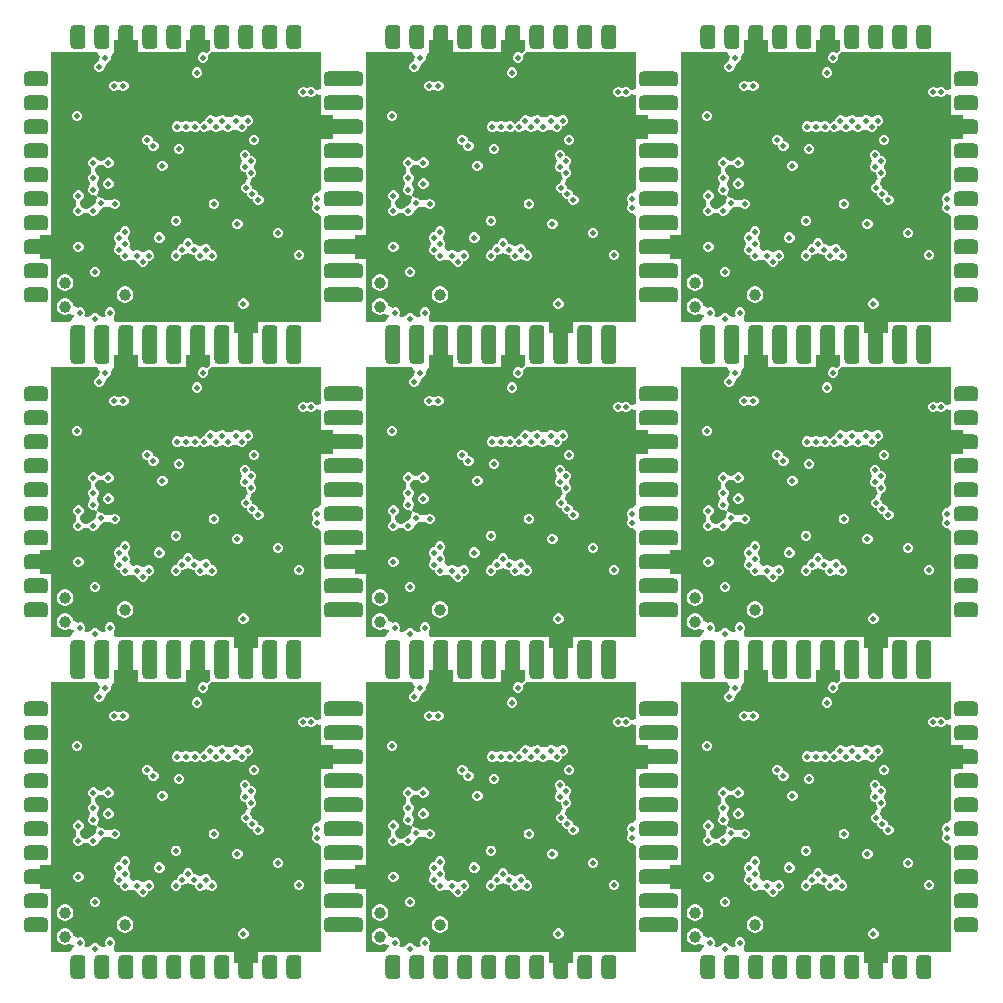
<source format=gbl>
G04*
G04 #@! TF.GenerationSoftware,Altium Limited,Altium Designer,22.4.2 (48)*
G04*
G04 Layer_Physical_Order=4*
G04 Layer_Color=16711680*
%FSLAX25Y25*%
%MOIN*%
G70*
G04*
G04 #@! TF.SameCoordinates,F7A32F1D-F3F7-4B4C-9B7F-94E23BE0E7E2*
G04*
G04*
G04 #@! TF.FilePolarity,Positive*
G04*
G01*
G75*
%ADD34C,0.02000*%
G04:AMPARAMS|DCode=41|XSize=50mil|YSize=80mil|CornerRadius=12.5mil|HoleSize=0mil|Usage=FLASHONLY|Rotation=90.000|XOffset=0mil|YOffset=0mil|HoleType=Round|Shape=RoundedRectangle|*
%AMROUNDEDRECTD41*
21,1,0.05000,0.05500,0,0,90.0*
21,1,0.02500,0.08000,0,0,90.0*
1,1,0.02500,0.02750,0.01250*
1,1,0.02500,0.02750,-0.01250*
1,1,0.02500,-0.02750,-0.01250*
1,1,0.02500,-0.02750,0.01250*
%
%ADD41ROUNDEDRECTD41*%
G04:AMPARAMS|DCode=42|XSize=50mil|YSize=80mil|CornerRadius=12.5mil|HoleSize=0mil|Usage=FLASHONLY|Rotation=180.000|XOffset=0mil|YOffset=0mil|HoleType=Round|Shape=RoundedRectangle|*
%AMROUNDEDRECTD42*
21,1,0.05000,0.05500,0,0,180.0*
21,1,0.02500,0.08000,0,0,180.0*
1,1,0.02500,-0.01250,0.02750*
1,1,0.02500,0.01250,0.02750*
1,1,0.02500,0.01250,-0.02750*
1,1,0.02500,-0.01250,-0.02750*
%
%ADD42ROUNDEDRECTD42*%
%ADD43C,0.03890*%
%ADD44C,0.01900*%
%ADD45C,0.02000*%
G36*
X285500Y324175D02*
X285500Y322950D01*
X284198Y322096D01*
X283925Y321957D01*
X283338Y322200D01*
X283338Y322200D01*
X283202Y322200D01*
X282662D01*
X282037Y321941D01*
X281559Y321463D01*
X281300Y320838D01*
Y320162D01*
X281559Y319537D01*
X282037Y319059D01*
X282662Y318800D01*
X283338D01*
X283963Y319059D01*
X284441Y319537D01*
X284700Y320162D01*
X284700Y320838D01*
X284748Y321251D01*
X285669Y322392D01*
X285800Y322491D01*
X285835Y322500D01*
X287114Y322500D01*
X322500D01*
Y309968D01*
X320700Y309688D01*
X320484Y309991D01*
X320296Y310179D01*
X319991Y310484D01*
X319348Y310750D01*
X318652D01*
X318009Y310484D01*
X317715Y310190D01*
X317463Y310441D01*
X316838Y310700D01*
X316162D01*
X315537Y310441D01*
X315059Y309963D01*
X314800Y309338D01*
Y308662D01*
X315059Y308037D01*
X315537Y307559D01*
X316162Y307300D01*
X316838D01*
X317463Y307559D01*
X317715Y307810D01*
X318009Y307517D01*
X318652Y307250D01*
X319348D01*
X319991Y307517D01*
X320484Y308009D01*
X320700Y308312D01*
X322500Y308032D01*
Y301500D01*
X326481D01*
Y293500D01*
X322500D01*
Y276667D01*
X321338Y275200D01*
X320662D01*
X320037Y274941D01*
X319559Y274463D01*
X319300Y273838D01*
Y273162D01*
X319559Y272537D01*
Y271463D01*
X319300Y270838D01*
Y270162D01*
X319559Y269537D01*
X320037Y269059D01*
X320662Y268800D01*
X321338D01*
X322500Y267333D01*
Y232500D01*
X301500D01*
Y228520D01*
X293500D01*
Y232500D01*
X253756D01*
X253420Y233160D01*
X253204Y234300D01*
X253441Y234537D01*
X253700Y235162D01*
Y235838D01*
X253441Y236463D01*
X252963Y236941D01*
X252338Y237200D01*
X251662D01*
X251037Y236941D01*
X250559Y236463D01*
X250300Y235838D01*
Y235162D01*
X250559Y234537D01*
X250067Y234072D01*
X248441Y234463D01*
X247963Y234941D01*
X247338Y235200D01*
X246662D01*
X246037Y234941D01*
X245559Y234463D01*
X243933Y234072D01*
X243441Y234537D01*
X243700Y235162D01*
Y235838D01*
X243441Y236463D01*
X242963Y236941D01*
X242338Y237200D01*
X241662D01*
X241494Y237131D01*
X240136Y237679D01*
X239638Y238088D01*
X239516Y238542D01*
X239161Y239158D01*
X238658Y239661D01*
X238042Y240016D01*
X237355Y240200D01*
X236645D01*
X235958Y240016D01*
X235342Y239661D01*
X234840Y239158D01*
X234484Y238542D01*
X234300Y237856D01*
Y237145D01*
X234484Y236458D01*
X234840Y235842D01*
X235342Y235339D01*
X235958Y234984D01*
X236645Y234800D01*
X237355D01*
X238042Y234984D01*
X238381Y235180D01*
X240093Y234593D01*
X240174Y234300D01*
X238833Y232500D01*
X232500D01*
Y253500D01*
X228520D01*
X228520Y261500D01*
X232500D01*
Y322500D01*
X247688D01*
X247796Y322419D01*
X248800Y320838D01*
X248354Y319767D01*
X247537Y318941D01*
X247420Y318824D01*
X247059Y318463D01*
X246800Y317838D01*
Y317162D01*
X247059Y316537D01*
X247537Y316059D01*
X248162Y315800D01*
X248838D01*
X249463Y316059D01*
X249941Y316537D01*
X250137Y317010D01*
X250200Y317162D01*
X250646Y318233D01*
X251463Y319059D01*
X251580Y319176D01*
X251941Y319537D01*
X252200Y320162D01*
Y320700D01*
X252200Y320838D01*
X253204Y322419D01*
X253312Y322500D01*
X253500D01*
Y326481D01*
X261500D01*
Y322500D01*
X277500D01*
Y326481D01*
X285500D01*
Y324175D01*
D02*
G37*
G36*
X180500D02*
X180500Y322950D01*
X179198Y322096D01*
X178925Y321957D01*
X178338Y322200D01*
X178338Y322200D01*
X178202Y322200D01*
X177662D01*
X177037Y321941D01*
X176559Y321463D01*
X176300Y320838D01*
Y320162D01*
X176559Y319537D01*
X177037Y319059D01*
X177662Y318800D01*
X178338D01*
X178963Y319059D01*
X179441Y319537D01*
X179700Y320162D01*
X179700Y320838D01*
X179748Y321251D01*
X180669Y322392D01*
X180800Y322491D01*
X180835Y322500D01*
X182114Y322500D01*
X217500D01*
Y309968D01*
X215700Y309688D01*
X215484Y309991D01*
X215296Y310179D01*
X214991Y310484D01*
X214348Y310750D01*
X213652D01*
X213009Y310484D01*
X212715Y310190D01*
X212463Y310441D01*
X211838Y310700D01*
X211162D01*
X210537Y310441D01*
X210059Y309963D01*
X209800Y309338D01*
Y308662D01*
X210059Y308037D01*
X210537Y307559D01*
X211162Y307300D01*
X211838D01*
X212463Y307559D01*
X212715Y307810D01*
X213009Y307517D01*
X213652Y307250D01*
X214348D01*
X214991Y307517D01*
X215484Y308009D01*
X215700Y308312D01*
X217500Y308032D01*
Y301500D01*
X221480D01*
Y293500D01*
X217500D01*
Y276667D01*
X216338Y275200D01*
X215662D01*
X215037Y274941D01*
X214559Y274463D01*
X214300Y273838D01*
Y273162D01*
X214559Y272537D01*
Y271463D01*
X214300Y270838D01*
Y270162D01*
X214559Y269537D01*
X215037Y269059D01*
X215662Y268800D01*
X216338D01*
X217500Y267333D01*
Y232500D01*
X196500D01*
Y228520D01*
X188500D01*
Y232500D01*
X148756D01*
X148420Y233160D01*
X148204Y234300D01*
X148441Y234537D01*
X148700Y235162D01*
Y235838D01*
X148441Y236463D01*
X147963Y236941D01*
X147338Y237200D01*
X146662D01*
X146037Y236941D01*
X145559Y236463D01*
X145300Y235838D01*
Y235162D01*
X145559Y234537D01*
X145067Y234072D01*
X143441Y234463D01*
X142963Y234941D01*
X142338Y235200D01*
X141662D01*
X141037Y234941D01*
X140559Y234463D01*
X138933Y234072D01*
X138441Y234537D01*
X138700Y235162D01*
Y235838D01*
X138441Y236463D01*
X137963Y236941D01*
X137338Y237200D01*
X136662D01*
X136494Y237131D01*
X135136Y237679D01*
X134638Y238088D01*
X134516Y238542D01*
X134161Y239158D01*
X133658Y239661D01*
X133042Y240016D01*
X132355Y240200D01*
X131645D01*
X130958Y240016D01*
X130342Y239661D01*
X129840Y239158D01*
X129484Y238542D01*
X129300Y237856D01*
Y237145D01*
X129484Y236458D01*
X129840Y235842D01*
X130342Y235339D01*
X130958Y234984D01*
X131645Y234800D01*
X132355D01*
X133042Y234984D01*
X133381Y235180D01*
X135093Y234593D01*
X135174Y234300D01*
X133833Y232500D01*
X127500D01*
Y253500D01*
X123520D01*
X123520Y261500D01*
X127500D01*
Y322500D01*
X142688D01*
X142796Y322419D01*
X143800Y320838D01*
X143354Y319767D01*
X142537Y318941D01*
X142420Y318824D01*
X142059Y318463D01*
X141800Y317838D01*
Y317162D01*
X142059Y316537D01*
X142537Y316059D01*
X143162Y315800D01*
X143838D01*
X144463Y316059D01*
X144941Y316537D01*
X145137Y317010D01*
X145200Y317162D01*
X145646Y318233D01*
X146463Y319059D01*
X146580Y319176D01*
X146941Y319537D01*
X147200Y320162D01*
Y320700D01*
X147200Y320838D01*
X148205Y322419D01*
X148312Y322500D01*
X148500D01*
Y326481D01*
X156500D01*
Y322500D01*
X172500D01*
Y326481D01*
X180500D01*
Y324175D01*
D02*
G37*
G36*
X75500D02*
X75500Y322950D01*
X74198Y322096D01*
X73925Y321957D01*
X73338Y322200D01*
X73338Y322200D01*
X73202Y322200D01*
X72662D01*
X72037Y321941D01*
X71559Y321463D01*
X71300Y320838D01*
Y320162D01*
X71559Y319537D01*
X72037Y319059D01*
X72662Y318800D01*
X73338D01*
X73963Y319059D01*
X74441Y319537D01*
X74700Y320162D01*
X74700Y320838D01*
X74748Y321251D01*
X75669Y322392D01*
X75800Y322491D01*
X75835Y322500D01*
X77114Y322500D01*
X112500D01*
Y309968D01*
X110700Y309688D01*
X110484Y309991D01*
X110296Y310179D01*
X109991Y310484D01*
X109348Y310750D01*
X108652D01*
X108009Y310484D01*
X107715Y310190D01*
X107463Y310441D01*
X106838Y310700D01*
X106162D01*
X105537Y310441D01*
X105059Y309963D01*
X104800Y309338D01*
Y308662D01*
X105059Y308037D01*
X105537Y307559D01*
X106162Y307300D01*
X106838D01*
X107463Y307559D01*
X107715Y307810D01*
X108009Y307517D01*
X108652Y307250D01*
X109348D01*
X109991Y307517D01*
X110484Y308009D01*
X110700Y308312D01*
X112500Y308032D01*
Y301500D01*
X116481D01*
Y293500D01*
X112500D01*
Y276667D01*
X111338Y275200D01*
X110662D01*
X110037Y274941D01*
X109559Y274463D01*
X109300Y273838D01*
Y273162D01*
X109559Y272537D01*
Y271463D01*
X109300Y270838D01*
Y270162D01*
X109559Y269537D01*
X110037Y269059D01*
X110662Y268800D01*
X111338D01*
X112500Y267333D01*
Y232500D01*
X91500D01*
Y228520D01*
X83500D01*
Y232500D01*
X43756D01*
X43420Y233160D01*
X43204Y234300D01*
X43441Y234537D01*
X43700Y235162D01*
Y235838D01*
X43441Y236463D01*
X42963Y236941D01*
X42338Y237200D01*
X41662D01*
X41037Y236941D01*
X40559Y236463D01*
X40300Y235838D01*
Y235162D01*
X40559Y234537D01*
X40067Y234072D01*
X38441Y234463D01*
X37963Y234941D01*
X37338Y235200D01*
X36662D01*
X36037Y234941D01*
X35559Y234463D01*
X33933Y234072D01*
X33441Y234537D01*
X33700Y235162D01*
Y235838D01*
X33441Y236463D01*
X32963Y236941D01*
X32338Y237200D01*
X31662D01*
X31494Y237131D01*
X30136Y237679D01*
X29638Y238088D01*
X29516Y238542D01*
X29161Y239158D01*
X28658Y239661D01*
X28042Y240016D01*
X27356Y240200D01*
X26645D01*
X25958Y240016D01*
X25342Y239661D01*
X24839Y239158D01*
X24484Y238542D01*
X24300Y237856D01*
Y237145D01*
X24484Y236458D01*
X24839Y235842D01*
X25342Y235339D01*
X25958Y234984D01*
X26645Y234800D01*
X27356D01*
X28042Y234984D01*
X28381Y235180D01*
X30094Y234593D01*
X30174Y234300D01*
X28833Y232500D01*
X22500D01*
Y253500D01*
X18520D01*
X18519Y261500D01*
X22500D01*
Y322500D01*
X37688D01*
X37796Y322419D01*
X38800Y320838D01*
X38354Y319767D01*
X37537Y318941D01*
X37420Y318824D01*
X37059Y318463D01*
X36800Y317838D01*
Y317162D01*
X37059Y316537D01*
X37537Y316059D01*
X38162Y315800D01*
X38838D01*
X39463Y316059D01*
X39941Y316537D01*
X40137Y317010D01*
X40200Y317162D01*
X40646Y318233D01*
X41463Y319059D01*
X41580Y319176D01*
X41941Y319537D01*
X42200Y320162D01*
Y320700D01*
X42200Y320838D01*
X43204Y322419D01*
X43312Y322500D01*
X43500D01*
Y326481D01*
X51500D01*
Y322500D01*
X67500D01*
Y326481D01*
X75500D01*
Y324175D01*
D02*
G37*
G36*
X285500Y219175D02*
X285500Y217950D01*
X284198Y217096D01*
X283925Y216957D01*
X283338Y217200D01*
X283338Y217200D01*
X283202Y217200D01*
X282662D01*
X282037Y216941D01*
X281559Y216463D01*
X281300Y215838D01*
Y215162D01*
X281559Y214537D01*
X282037Y214059D01*
X282662Y213800D01*
X283338D01*
X283963Y214059D01*
X284441Y214537D01*
X284700Y215162D01*
X284700Y215838D01*
X284748Y216250D01*
X285669Y217392D01*
X285800Y217491D01*
X285835Y217500D01*
X287114Y217500D01*
X322500D01*
Y204968D01*
X320700Y204688D01*
X320484Y204991D01*
X320296Y205179D01*
X319991Y205484D01*
X319348Y205750D01*
X318652D01*
X318009Y205484D01*
X317715Y205189D01*
X317463Y205441D01*
X316838Y205700D01*
X316162D01*
X315537Y205441D01*
X315059Y204963D01*
X314800Y204338D01*
Y203662D01*
X315059Y203037D01*
X315537Y202559D01*
X316162Y202300D01*
X316838D01*
X317463Y202559D01*
X317715Y202811D01*
X318009Y202517D01*
X318652Y202250D01*
X319348D01*
X319991Y202517D01*
X320484Y203009D01*
X320700Y203312D01*
X322500Y203032D01*
Y196500D01*
X326481D01*
Y188500D01*
X322500D01*
Y171667D01*
X321338Y170200D01*
X320662D01*
X320037Y169941D01*
X319559Y169463D01*
X319300Y168838D01*
Y168162D01*
X319559Y167537D01*
Y166463D01*
X319300Y165838D01*
Y165162D01*
X319559Y164537D01*
X320037Y164059D01*
X320662Y163800D01*
X321338D01*
X322500Y162333D01*
Y127500D01*
X301500D01*
Y123520D01*
X293500D01*
Y127500D01*
X253756D01*
X253420Y128160D01*
X253204Y129300D01*
X253441Y129537D01*
X253700Y130162D01*
Y130838D01*
X253441Y131463D01*
X252963Y131941D01*
X252338Y132200D01*
X251662D01*
X251037Y131941D01*
X250559Y131463D01*
X250300Y130838D01*
Y130162D01*
X250559Y129537D01*
X250067Y129072D01*
X248441Y129463D01*
X247963Y129941D01*
X247338Y130200D01*
X246662D01*
X246037Y129941D01*
X245559Y129463D01*
X243933Y129072D01*
X243441Y129537D01*
X243700Y130162D01*
Y130838D01*
X243441Y131463D01*
X242963Y131941D01*
X242338Y132200D01*
X241662D01*
X241494Y132131D01*
X240136Y132679D01*
X239638Y133088D01*
X239516Y133542D01*
X239161Y134158D01*
X238658Y134661D01*
X238042Y135016D01*
X237355Y135200D01*
X236645D01*
X235958Y135016D01*
X235342Y134661D01*
X234840Y134158D01*
X234484Y133542D01*
X234300Y132855D01*
Y132145D01*
X234484Y131458D01*
X234840Y130842D01*
X235342Y130340D01*
X235958Y129984D01*
X236645Y129800D01*
X237355D01*
X238042Y129984D01*
X238381Y130180D01*
X240093Y129593D01*
X240174Y129300D01*
X238833Y127500D01*
X232500D01*
Y148500D01*
X228520D01*
X228520Y156500D01*
X232500D01*
Y217500D01*
X247688D01*
X247796Y217419D01*
X248800Y215838D01*
X248354Y214767D01*
X247537Y213941D01*
X247420Y213824D01*
X247059Y213463D01*
X246800Y212838D01*
Y212162D01*
X247059Y211537D01*
X247537Y211059D01*
X248162Y210800D01*
X248838D01*
X249463Y211059D01*
X249941Y211537D01*
X250137Y212010D01*
X250200Y212162D01*
X250646Y213233D01*
X251463Y214059D01*
X251580Y214176D01*
X251941Y214537D01*
X252200Y215162D01*
Y215700D01*
X252200Y215838D01*
X253204Y217419D01*
X253312Y217500D01*
X253500D01*
Y221480D01*
X261500D01*
Y217500D01*
X277500D01*
Y221480D01*
X285500D01*
Y219175D01*
D02*
G37*
G36*
X180500D02*
X180500Y217950D01*
X179198Y217096D01*
X178925Y216957D01*
X178338Y217200D01*
X178338Y217200D01*
X178202Y217200D01*
X177662D01*
X177037Y216941D01*
X176559Y216463D01*
X176300Y215838D01*
Y215162D01*
X176559Y214537D01*
X177037Y214059D01*
X177662Y213800D01*
X178338D01*
X178963Y214059D01*
X179441Y214537D01*
X179700Y215162D01*
X179700Y215838D01*
X179748Y216250D01*
X180669Y217392D01*
X180800Y217491D01*
X180835Y217500D01*
X182114Y217500D01*
X217500D01*
Y204968D01*
X215700Y204688D01*
X215484Y204991D01*
X215296Y205179D01*
X214991Y205484D01*
X214348Y205750D01*
X213652D01*
X213009Y205484D01*
X212715Y205189D01*
X212463Y205441D01*
X211838Y205700D01*
X211162D01*
X210537Y205441D01*
X210059Y204963D01*
X209800Y204338D01*
Y203662D01*
X210059Y203037D01*
X210537Y202559D01*
X211162Y202300D01*
X211838D01*
X212463Y202559D01*
X212715Y202811D01*
X213009Y202517D01*
X213652Y202250D01*
X214348D01*
X214991Y202517D01*
X215484Y203009D01*
X215700Y203312D01*
X217500Y203032D01*
Y196500D01*
X221480D01*
Y188500D01*
X217500D01*
Y171667D01*
X216338Y170200D01*
X215662D01*
X215037Y169941D01*
X214559Y169463D01*
X214300Y168838D01*
Y168162D01*
X214559Y167537D01*
Y166463D01*
X214300Y165838D01*
Y165162D01*
X214559Y164537D01*
X215037Y164059D01*
X215662Y163800D01*
X216338D01*
X217500Y162333D01*
Y127500D01*
X196500D01*
Y123520D01*
X188500D01*
Y127500D01*
X148756D01*
X148420Y128160D01*
X148204Y129300D01*
X148441Y129537D01*
X148700Y130162D01*
Y130838D01*
X148441Y131463D01*
X147963Y131941D01*
X147338Y132200D01*
X146662D01*
X146037Y131941D01*
X145559Y131463D01*
X145300Y130838D01*
Y130162D01*
X145559Y129537D01*
X145067Y129072D01*
X143441Y129463D01*
X142963Y129941D01*
X142338Y130200D01*
X141662D01*
X141037Y129941D01*
X140559Y129463D01*
X138933Y129072D01*
X138441Y129537D01*
X138700Y130162D01*
Y130838D01*
X138441Y131463D01*
X137963Y131941D01*
X137338Y132200D01*
X136662D01*
X136494Y132131D01*
X135136Y132679D01*
X134638Y133088D01*
X134516Y133542D01*
X134161Y134158D01*
X133658Y134661D01*
X133042Y135016D01*
X132355Y135200D01*
X131645D01*
X130958Y135016D01*
X130342Y134661D01*
X129840Y134158D01*
X129484Y133542D01*
X129300Y132855D01*
Y132145D01*
X129484Y131458D01*
X129840Y130842D01*
X130342Y130340D01*
X130958Y129984D01*
X131645Y129800D01*
X132355D01*
X133042Y129984D01*
X133381Y130180D01*
X135093Y129593D01*
X135174Y129300D01*
X133833Y127500D01*
X127500D01*
Y148500D01*
X123520D01*
X123520Y156500D01*
X127500D01*
Y217500D01*
X142688D01*
X142796Y217419D01*
X143800Y215838D01*
X143354Y214767D01*
X142537Y213941D01*
X142420Y213824D01*
X142059Y213463D01*
X141800Y212838D01*
Y212162D01*
X142059Y211537D01*
X142537Y211059D01*
X143162Y210800D01*
X143838D01*
X144463Y211059D01*
X144941Y211537D01*
X145137Y212010D01*
X145200Y212162D01*
X145646Y213233D01*
X146463Y214059D01*
X146580Y214176D01*
X146941Y214537D01*
X147200Y215162D01*
Y215700D01*
X147200Y215838D01*
X148205Y217419D01*
X148312Y217500D01*
X148500D01*
Y221480D01*
X156500D01*
Y217500D01*
X172500D01*
Y221480D01*
X180500D01*
Y219175D01*
D02*
G37*
G36*
X75500D02*
X75500Y217950D01*
X74198Y217096D01*
X73925Y216957D01*
X73338Y217200D01*
X73338Y217200D01*
X73202Y217200D01*
X72662D01*
X72037Y216941D01*
X71559Y216463D01*
X71300Y215838D01*
Y215162D01*
X71559Y214537D01*
X72037Y214059D01*
X72662Y213800D01*
X73338D01*
X73963Y214059D01*
X74441Y214537D01*
X74700Y215162D01*
X74700Y215838D01*
X74748Y216250D01*
X75669Y217392D01*
X75800Y217491D01*
X75835Y217500D01*
X77114Y217500D01*
X112500D01*
Y204968D01*
X110700Y204688D01*
X110484Y204991D01*
X110296Y205179D01*
X109991Y205484D01*
X109348Y205750D01*
X108652D01*
X108009Y205484D01*
X107715Y205189D01*
X107463Y205441D01*
X106838Y205700D01*
X106162D01*
X105537Y205441D01*
X105059Y204963D01*
X104800Y204338D01*
Y203662D01*
X105059Y203037D01*
X105537Y202559D01*
X106162Y202300D01*
X106838D01*
X107463Y202559D01*
X107715Y202811D01*
X108009Y202517D01*
X108652Y202250D01*
X109348D01*
X109991Y202517D01*
X110484Y203009D01*
X110700Y203312D01*
X112500Y203032D01*
Y196500D01*
X116481D01*
Y188500D01*
X112500D01*
Y171667D01*
X111338Y170200D01*
X110662D01*
X110037Y169941D01*
X109559Y169463D01*
X109300Y168838D01*
Y168162D01*
X109559Y167537D01*
Y166463D01*
X109300Y165838D01*
Y165162D01*
X109559Y164537D01*
X110037Y164059D01*
X110662Y163800D01*
X111338D01*
X112500Y162333D01*
Y127500D01*
X91500D01*
Y123520D01*
X83500D01*
Y127500D01*
X43756D01*
X43420Y128160D01*
X43204Y129300D01*
X43441Y129537D01*
X43700Y130162D01*
Y130838D01*
X43441Y131463D01*
X42963Y131941D01*
X42338Y132200D01*
X41662D01*
X41037Y131941D01*
X40559Y131463D01*
X40300Y130838D01*
Y130162D01*
X40559Y129537D01*
X40067Y129072D01*
X38441Y129463D01*
X37963Y129941D01*
X37338Y130200D01*
X36662D01*
X36037Y129941D01*
X35559Y129463D01*
X33933Y129072D01*
X33441Y129537D01*
X33700Y130162D01*
Y130838D01*
X33441Y131463D01*
X32963Y131941D01*
X32338Y132200D01*
X31662D01*
X31494Y132131D01*
X30136Y132679D01*
X29638Y133088D01*
X29516Y133542D01*
X29161Y134158D01*
X28658Y134661D01*
X28042Y135016D01*
X27356Y135200D01*
X26645D01*
X25958Y135016D01*
X25342Y134661D01*
X24839Y134158D01*
X24484Y133542D01*
X24300Y132855D01*
Y132145D01*
X24484Y131458D01*
X24839Y130842D01*
X25342Y130340D01*
X25958Y129984D01*
X26645Y129800D01*
X27356D01*
X28042Y129984D01*
X28381Y130180D01*
X30094Y129593D01*
X30174Y129300D01*
X28833Y127500D01*
X22500D01*
Y148500D01*
X18520D01*
X18519Y156500D01*
X22500D01*
Y217500D01*
X37688D01*
X37796Y217419D01*
X38800Y215838D01*
X38354Y214767D01*
X37537Y213941D01*
X37420Y213824D01*
X37059Y213463D01*
X36800Y212838D01*
Y212162D01*
X37059Y211537D01*
X37537Y211059D01*
X38162Y210800D01*
X38838D01*
X39463Y211059D01*
X39941Y211537D01*
X40137Y212010D01*
X40200Y212162D01*
X40646Y213233D01*
X41463Y214059D01*
X41580Y214176D01*
X41941Y214537D01*
X42200Y215162D01*
Y215700D01*
X42200Y215838D01*
X43204Y217419D01*
X43312Y217500D01*
X43500D01*
Y221480D01*
X51500D01*
Y217500D01*
X67500D01*
Y221480D01*
X75500D01*
Y219175D01*
D02*
G37*
G36*
X285500Y114175D02*
X285500Y112950D01*
X284198Y112096D01*
X283925Y111957D01*
X283338Y112200D01*
X283338Y112200D01*
X283202Y112200D01*
X282662D01*
X282037Y111941D01*
X281559Y111463D01*
X281300Y110838D01*
Y110162D01*
X281559Y109537D01*
X282037Y109059D01*
X282662Y108800D01*
X283338D01*
X283963Y109059D01*
X284441Y109537D01*
X284700Y110162D01*
X284700Y110838D01*
X284748Y111250D01*
X285669Y112392D01*
X285800Y112491D01*
X285835Y112500D01*
X287114Y112500D01*
X322500D01*
Y99968D01*
X320700Y99688D01*
X320484Y99991D01*
X320296Y100179D01*
X319991Y100484D01*
X319348Y100750D01*
X318652D01*
X318009Y100484D01*
X317715Y100189D01*
X317463Y100441D01*
X316838Y100700D01*
X316162D01*
X315537Y100441D01*
X315059Y99963D01*
X314800Y99338D01*
Y98662D01*
X315059Y98037D01*
X315537Y97559D01*
X316162Y97300D01*
X316838D01*
X317463Y97559D01*
X317715Y97811D01*
X318009Y97516D01*
X318652Y97250D01*
X319348D01*
X319991Y97516D01*
X320484Y98009D01*
X320700Y98312D01*
X322500Y98032D01*
Y91500D01*
X326481D01*
Y83500D01*
X322500D01*
Y66667D01*
X321338Y65200D01*
X320662D01*
X320037Y64941D01*
X319559Y64463D01*
X319300Y63838D01*
Y63162D01*
X319559Y62537D01*
Y61463D01*
X319300Y60838D01*
Y60162D01*
X319559Y59537D01*
X320037Y59059D01*
X320662Y58800D01*
X321338D01*
X322500Y57333D01*
Y22500D01*
X301500D01*
Y18520D01*
X293500D01*
Y22500D01*
X253756D01*
X253420Y23160D01*
X253204Y24300D01*
X253441Y24537D01*
X253700Y25162D01*
Y25838D01*
X253441Y26463D01*
X252963Y26941D01*
X252338Y27200D01*
X251662D01*
X251037Y26941D01*
X250559Y26463D01*
X250300Y25838D01*
Y25162D01*
X250559Y24537D01*
X250067Y24072D01*
X248441Y24463D01*
X247963Y24941D01*
X247338Y25200D01*
X246662D01*
X246037Y24941D01*
X245559Y24463D01*
X243933Y24072D01*
X243441Y24537D01*
X243700Y25162D01*
Y25838D01*
X243441Y26463D01*
X242963Y26941D01*
X242338Y27200D01*
X241662D01*
X241494Y27131D01*
X240136Y27679D01*
X239638Y28088D01*
X239516Y28542D01*
X239161Y29158D01*
X238658Y29661D01*
X238042Y30016D01*
X237355Y30200D01*
X236645D01*
X235958Y30016D01*
X235342Y29661D01*
X234840Y29158D01*
X234484Y28542D01*
X234300Y27856D01*
Y27145D01*
X234484Y26458D01*
X234840Y25842D01*
X235342Y25339D01*
X235958Y24984D01*
X236645Y24800D01*
X237355D01*
X238042Y24984D01*
X238381Y25180D01*
X240093Y24593D01*
X240174Y24300D01*
X238833Y22500D01*
X232500D01*
Y43500D01*
X228520D01*
X228520Y51500D01*
X232500D01*
Y112500D01*
X247688D01*
X247796Y112419D01*
X248800Y110838D01*
X248354Y109767D01*
X247537Y108941D01*
X247420Y108824D01*
X247059Y108463D01*
X246800Y107838D01*
Y107162D01*
X247059Y106537D01*
X247537Y106059D01*
X248162Y105800D01*
X248838D01*
X249463Y106059D01*
X249941Y106537D01*
X250137Y107010D01*
X250200Y107162D01*
X250646Y108233D01*
X251463Y109059D01*
X251580Y109176D01*
X251941Y109537D01*
X252200Y110162D01*
Y110700D01*
X252200Y110838D01*
X253204Y112419D01*
X253312Y112500D01*
X253500D01*
Y116481D01*
X261500D01*
Y112500D01*
X277500D01*
Y116481D01*
X285500D01*
Y114175D01*
D02*
G37*
G36*
X180500D02*
X180500Y112950D01*
X179198Y112096D01*
X178925Y111957D01*
X178338Y112200D01*
X178338Y112200D01*
X178202Y112200D01*
X177662D01*
X177037Y111941D01*
X176559Y111463D01*
X176300Y110838D01*
Y110162D01*
X176559Y109537D01*
X177037Y109059D01*
X177662Y108800D01*
X178338D01*
X178963Y109059D01*
X179441Y109537D01*
X179700Y110162D01*
X179700Y110838D01*
X179748Y111250D01*
X180669Y112392D01*
X180800Y112491D01*
X180835Y112500D01*
X182114Y112500D01*
X217500D01*
Y99968D01*
X215700Y99688D01*
X215484Y99991D01*
X215296Y100179D01*
X214991Y100484D01*
X214348Y100750D01*
X213652D01*
X213009Y100484D01*
X212715Y100189D01*
X212463Y100441D01*
X211838Y100700D01*
X211162D01*
X210537Y100441D01*
X210059Y99963D01*
X209800Y99338D01*
Y98662D01*
X210059Y98037D01*
X210537Y97559D01*
X211162Y97300D01*
X211838D01*
X212463Y97559D01*
X212715Y97811D01*
X213009Y97516D01*
X213652Y97250D01*
X214348D01*
X214991Y97516D01*
X215484Y98009D01*
X215700Y98312D01*
X217500Y98032D01*
Y91500D01*
X221480D01*
Y83500D01*
X217500D01*
Y66667D01*
X216338Y65200D01*
X215662D01*
X215037Y64941D01*
X214559Y64463D01*
X214300Y63838D01*
Y63162D01*
X214559Y62537D01*
Y61463D01*
X214300Y60838D01*
Y60162D01*
X214559Y59537D01*
X215037Y59059D01*
X215662Y58800D01*
X216338D01*
X217500Y57333D01*
Y22500D01*
X196500D01*
Y18520D01*
X188500D01*
Y22500D01*
X148756D01*
X148420Y23160D01*
X148204Y24300D01*
X148441Y24537D01*
X148700Y25162D01*
Y25838D01*
X148441Y26463D01*
X147963Y26941D01*
X147338Y27200D01*
X146662D01*
X146037Y26941D01*
X145559Y26463D01*
X145300Y25838D01*
Y25162D01*
X145559Y24537D01*
X145067Y24072D01*
X143441Y24463D01*
X142963Y24941D01*
X142338Y25200D01*
X141662D01*
X141037Y24941D01*
X140559Y24463D01*
X138933Y24072D01*
X138441Y24537D01*
X138700Y25162D01*
Y25838D01*
X138441Y26463D01*
X137963Y26941D01*
X137338Y27200D01*
X136662D01*
X136494Y27131D01*
X135136Y27679D01*
X134638Y28088D01*
X134516Y28542D01*
X134161Y29158D01*
X133658Y29661D01*
X133042Y30016D01*
X132355Y30200D01*
X131645D01*
X130958Y30016D01*
X130342Y29661D01*
X129840Y29158D01*
X129484Y28542D01*
X129300Y27856D01*
Y27145D01*
X129484Y26458D01*
X129840Y25842D01*
X130342Y25339D01*
X130958Y24984D01*
X131645Y24800D01*
X132355D01*
X133042Y24984D01*
X133381Y25180D01*
X135093Y24593D01*
X135174Y24300D01*
X133833Y22500D01*
X127500D01*
Y43500D01*
X123520D01*
X123520Y51500D01*
X127500D01*
Y112500D01*
X142688D01*
X142796Y112419D01*
X143800Y110838D01*
X143354Y109767D01*
X142537Y108941D01*
X142420Y108824D01*
X142059Y108463D01*
X141800Y107838D01*
Y107162D01*
X142059Y106537D01*
X142537Y106059D01*
X143162Y105800D01*
X143838D01*
X144463Y106059D01*
X144941Y106537D01*
X145137Y107010D01*
X145200Y107162D01*
X145646Y108233D01*
X146463Y109059D01*
X146580Y109176D01*
X146941Y109537D01*
X147200Y110162D01*
Y110700D01*
X147200Y110838D01*
X148205Y112419D01*
X148312Y112500D01*
X148500D01*
Y116481D01*
X156500D01*
Y112500D01*
X172500D01*
Y116481D01*
X180500D01*
Y114175D01*
D02*
G37*
G36*
X75500D02*
X75500Y112950D01*
X74198Y112096D01*
X73925Y111957D01*
X73338Y112200D01*
X73338Y112200D01*
X73202Y112200D01*
X72662D01*
X72037Y111941D01*
X71559Y111463D01*
X71300Y110838D01*
Y110162D01*
X71559Y109537D01*
X72037Y109059D01*
X72662Y108800D01*
X73338D01*
X73963Y109059D01*
X74441Y109537D01*
X74700Y110162D01*
X74700Y110838D01*
X74748Y111250D01*
X75669Y112392D01*
X75800Y112491D01*
X75835Y112500D01*
X77114Y112500D01*
X112500D01*
Y99968D01*
X110700Y99688D01*
X110484Y99991D01*
X110296Y100179D01*
X109991Y100484D01*
X109348Y100750D01*
X108652D01*
X108009Y100484D01*
X107715Y100189D01*
X107463Y100441D01*
X106838Y100700D01*
X106162D01*
X105537Y100441D01*
X105059Y99963D01*
X104800Y99338D01*
Y98662D01*
X105059Y98037D01*
X105537Y97559D01*
X106162Y97300D01*
X106838D01*
X107463Y97559D01*
X107715Y97811D01*
X108009Y97516D01*
X108652Y97250D01*
X109348D01*
X109991Y97516D01*
X110484Y98009D01*
X110700Y98312D01*
X112500Y98032D01*
Y91500D01*
X116481D01*
Y83500D01*
X112500D01*
Y66667D01*
X111338Y65200D01*
X110662D01*
X110037Y64941D01*
X109559Y64463D01*
X109300Y63838D01*
Y63162D01*
X109559Y62537D01*
Y61463D01*
X109300Y60838D01*
Y60162D01*
X109559Y59537D01*
X110037Y59059D01*
X110662Y58800D01*
X111338D01*
X112500Y57333D01*
Y22500D01*
X91500D01*
Y18520D01*
X83500D01*
Y22500D01*
X43756D01*
X43420Y23160D01*
X43204Y24300D01*
X43441Y24537D01*
X43700Y25162D01*
Y25838D01*
X43441Y26463D01*
X42963Y26941D01*
X42338Y27200D01*
X41662D01*
X41037Y26941D01*
X40559Y26463D01*
X40300Y25838D01*
Y25162D01*
X40559Y24537D01*
X40067Y24072D01*
X38441Y24463D01*
X37963Y24941D01*
X37338Y25200D01*
X36662D01*
X36037Y24941D01*
X35559Y24463D01*
X33933Y24072D01*
X33441Y24537D01*
X33700Y25162D01*
Y25838D01*
X33441Y26463D01*
X32963Y26941D01*
X32338Y27200D01*
X31662D01*
X31494Y27131D01*
X30136Y27679D01*
X29638Y28088D01*
X29516Y28542D01*
X29161Y29158D01*
X28658Y29661D01*
X28042Y30016D01*
X27356Y30200D01*
X26645D01*
X25958Y30016D01*
X25342Y29661D01*
X24839Y29158D01*
X24484Y28542D01*
X24300Y27856D01*
Y27145D01*
X24484Y26458D01*
X24839Y25842D01*
X25342Y25339D01*
X25958Y24984D01*
X26645Y24800D01*
X27356D01*
X28042Y24984D01*
X28381Y25180D01*
X30094Y24593D01*
X30174Y24300D01*
X28833Y22500D01*
X22500D01*
Y43500D01*
X18520D01*
X18519Y51500D01*
X22500D01*
Y112500D01*
X37688D01*
X37796Y112419D01*
X38800Y110838D01*
X38354Y109767D01*
X37537Y108941D01*
X37420Y108824D01*
X37059Y108463D01*
X36800Y107838D01*
Y107162D01*
X37059Y106537D01*
X37537Y106059D01*
X38162Y105800D01*
X38838D01*
X39463Y106059D01*
X39941Y106537D01*
X40137Y107010D01*
X40200Y107162D01*
X40646Y108233D01*
X41463Y109059D01*
X41580Y109176D01*
X41941Y109537D01*
X42200Y110162D01*
Y110700D01*
X42200Y110838D01*
X43204Y112419D01*
X43312Y112500D01*
X43500D01*
Y116481D01*
X51500D01*
Y112500D01*
X67500D01*
Y116481D01*
X75500D01*
Y114175D01*
D02*
G37*
%LPC*%
G36*
X281338Y317200D02*
X280662D01*
X280037Y316941D01*
X279559Y316463D01*
X279300Y315838D01*
Y315162D01*
X279559Y314537D01*
X280037Y314059D01*
X280662Y313800D01*
X281338D01*
X281963Y314059D01*
X282441Y314537D01*
X282700Y315162D01*
Y315838D01*
X282441Y316463D01*
X281963Y316941D01*
X281338Y317200D01*
D02*
G37*
G36*
X253838Y312700D02*
X253162D01*
X252537Y312441D01*
X252059Y311963D01*
X251800Y311338D01*
Y310662D01*
X252059Y310037D01*
X252537Y309559D01*
X253162Y309300D01*
X253838D01*
X254463Y309559D01*
X255537D01*
X256162Y309300D01*
X256838D01*
X257463Y309559D01*
X257941Y310037D01*
X258200Y310662D01*
Y311338D01*
X257941Y311963D01*
X257463Y312441D01*
X256838Y312700D01*
X256162D01*
X255537Y312441D01*
X254463D01*
X253838Y312700D01*
D02*
G37*
G36*
X298338Y301200D02*
X297662D01*
X297037Y300941D01*
X296000Y300630D01*
X294963Y300941D01*
X294338Y301200D01*
X293662D01*
X293037Y300941D01*
X292793Y300697D01*
X291750Y300565D01*
X290707Y300697D01*
X290463Y300941D01*
X289838Y301200D01*
X289162D01*
X288537Y300941D01*
X287500Y300630D01*
X286463Y300941D01*
X285838Y301200D01*
X285162D01*
X284537Y300941D01*
X284059Y300463D01*
X283800Y299838D01*
Y299200D01*
X283162D01*
X282537Y298941D01*
X282007Y298511D01*
X281491Y298984D01*
X281491Y298984D01*
X280848Y299250D01*
X280152D01*
X279509Y298984D01*
X278491D01*
X277848Y299250D01*
X277152D01*
X276509Y298984D01*
X275491D01*
X274848Y299250D01*
X274152D01*
X273509Y298984D01*
X273017Y298491D01*
X272750Y297848D01*
Y297152D01*
X273017Y296509D01*
X273509Y296017D01*
X274152Y295750D01*
X274848D01*
X275491Y296017D01*
X276509D01*
X277152Y295750D01*
X277848D01*
X278491Y296017D01*
X279509D01*
X280152Y295750D01*
X280848D01*
X281491Y296017D01*
X281491Y296017D01*
X282007Y296490D01*
X282537Y296059D01*
X283162Y295800D01*
X283838D01*
X284463Y296059D01*
X285500Y296370D01*
X286537Y296059D01*
X287162Y295800D01*
X287838D01*
X288463Y296059D01*
X289500Y296370D01*
X290537Y296059D01*
X291162Y295800D01*
X291838D01*
X292463Y296059D01*
X292707Y296303D01*
X293750Y296435D01*
X294793Y296303D01*
X295037Y296059D01*
X295662Y295800D01*
X296338D01*
X296963Y296059D01*
X297441Y296537D01*
X297700Y297162D01*
Y297800D01*
X298338D01*
X298963Y298059D01*
X299441Y298537D01*
X299700Y299162D01*
Y299838D01*
X299441Y300463D01*
X298963Y300941D01*
X298338Y301200D01*
D02*
G37*
G36*
X241338Y302700D02*
X240662D01*
X240037Y302441D01*
X239559Y301963D01*
X239300Y301338D01*
Y300662D01*
X239559Y300037D01*
X240037Y299559D01*
X240662Y299300D01*
X241338D01*
X241963Y299559D01*
X242441Y300037D01*
X242700Y300662D01*
Y301338D01*
X242441Y301963D01*
X241963Y302441D01*
X241338Y302700D01*
D02*
G37*
G36*
X300348Y294750D02*
X299652D01*
X299009Y294484D01*
X298517Y293991D01*
X298250Y293348D01*
Y292652D01*
X298517Y292009D01*
X299009Y291516D01*
X299652Y291250D01*
X300348D01*
X300991Y291516D01*
X301484Y292009D01*
X301750Y292652D01*
Y293348D01*
X301484Y293991D01*
X300991Y294484D01*
X300348Y294750D01*
D02*
G37*
G36*
X264848D02*
X264152D01*
X263509Y294484D01*
X263017Y293991D01*
X262750Y293348D01*
Y292652D01*
X263017Y292009D01*
X263509Y291516D01*
X264152Y291250D01*
X264750D01*
Y290652D01*
X265017Y290009D01*
X265509Y289516D01*
X266152Y289250D01*
X266848D01*
X267491Y289516D01*
X267984Y290009D01*
X268250Y290652D01*
Y291348D01*
X267984Y291991D01*
X267491Y292484D01*
X266848Y292750D01*
X266250D01*
Y293348D01*
X265984Y293991D01*
X265491Y294484D01*
X264848Y294750D01*
D02*
G37*
G36*
X275362Y291698D02*
X274686D01*
X274061Y291439D01*
X273583Y290961D01*
X273324Y290336D01*
Y289660D01*
X273583Y289035D01*
X274061Y288557D01*
X274686Y288298D01*
X275362D01*
X275987Y288557D01*
X276465Y289035D01*
X276724Y289660D01*
Y290336D01*
X276465Y290961D01*
X275987Y291439D01*
X275362Y291698D01*
D02*
G37*
G36*
X251838Y287200D02*
X251162D01*
X250537Y286941D01*
X250244Y286649D01*
X250059Y286463D01*
X249932Y286243D01*
X249924Y286234D01*
X249000Y286153D01*
X248076Y286234D01*
X248068Y286243D01*
X247941Y286463D01*
X247463Y286941D01*
X246838Y287200D01*
X246162D01*
X245537Y286941D01*
X245059Y286463D01*
X244800Y285838D01*
Y285162D01*
X245059Y284537D01*
X245352Y284244D01*
X245537Y284059D01*
X245757Y283932D01*
X245765Y283924D01*
X245847Y283000D01*
X245765Y282076D01*
X245757Y282068D01*
X245537Y281941D01*
X245059Y281463D01*
X244800Y280838D01*
Y280162D01*
X245004Y279669D01*
X245057Y279542D01*
X245062Y279526D01*
X245315Y278500D01*
X245062Y277474D01*
X245057Y277458D01*
X245004Y277331D01*
X244800Y276838D01*
Y276162D01*
X245059Y275537D01*
X245537Y275059D01*
X246162Y274800D01*
X246334Y274758D01*
X247058Y274542D01*
X247351Y274404D01*
X247605Y274208D01*
X247661Y274109D01*
X247651Y273993D01*
X247326Y272463D01*
X247243Y272283D01*
X247212Y272253D01*
X245929Y271103D01*
X245537Y270941D01*
X245245Y270649D01*
X245059Y270463D01*
X244932Y270243D01*
X244924Y270234D01*
X244000Y270153D01*
X243076Y270234D01*
X243068Y270243D01*
X242941Y270463D01*
X242756Y270649D01*
X242463Y270941D01*
X242243Y271068D01*
X242234Y271076D01*
X242153Y272000D01*
X242234Y272924D01*
X242243Y272932D01*
X242463Y273059D01*
X242941Y273537D01*
X243200Y274162D01*
Y274838D01*
X242941Y275463D01*
X242463Y275941D01*
X241838Y276200D01*
X241162D01*
X240537Y275941D01*
X240059Y275463D01*
X239800Y274838D01*
Y274162D01*
X240059Y273537D01*
X240352Y273245D01*
X240537Y273059D01*
X240757Y272932D01*
X240766Y272924D01*
X240847Y272000D01*
X240766Y271076D01*
X240757Y271068D01*
X240537Y270941D01*
X240059Y270463D01*
X239800Y269838D01*
Y269162D01*
X240059Y268537D01*
X240537Y268059D01*
X241162Y267800D01*
X241838D01*
X242463Y268059D01*
X242756Y268352D01*
X242941Y268537D01*
X243068Y268757D01*
X243076Y268765D01*
X244000Y268847D01*
X244924Y268765D01*
X244932Y268757D01*
X245059Y268537D01*
X245537Y268059D01*
X246162Y267800D01*
X246838D01*
X247463Y268059D01*
X247941Y268537D01*
X248200Y269162D01*
X249338Y270300D01*
X249963Y270559D01*
X250162Y270758D01*
X251629Y270766D01*
X252221Y270631D01*
X252562Y270291D01*
X253187Y270032D01*
X253863D01*
X254488Y270291D01*
X254966Y270769D01*
X255225Y271394D01*
Y272070D01*
X254966Y272695D01*
X254488Y273173D01*
X253863Y273432D01*
X253187D01*
X252562Y273173D01*
X252363Y272974D01*
X250896Y272966D01*
X250304Y273101D01*
X249963Y273441D01*
X249338Y273700D01*
X249166Y273742D01*
X248442Y273958D01*
X248149Y274096D01*
X247895Y274292D01*
X247839Y274391D01*
X247912Y275207D01*
X247976Y275489D01*
X248104Y275930D01*
X248200Y276162D01*
X248200Y276162D01*
X248200Y276267D01*
Y276838D01*
X247996Y277331D01*
X247943Y277458D01*
X247938Y277474D01*
X247685Y278500D01*
X247938Y279526D01*
X247943Y279542D01*
X247996Y279669D01*
X248200Y280162D01*
Y280838D01*
X247941Y281463D01*
X247649Y281756D01*
X247463Y281941D01*
X247243Y282068D01*
X247235Y282076D01*
X247153Y283000D01*
X247235Y283924D01*
X247243Y283932D01*
X247463Y284059D01*
X247649Y284244D01*
X247941Y284537D01*
X248068Y284757D01*
X248076Y284766D01*
X249000Y284847D01*
X249924Y284766D01*
X249932Y284757D01*
X250059Y284537D01*
X250537Y284059D01*
X251162Y283800D01*
X251838D01*
X252463Y284059D01*
X252941Y284537D01*
X253200Y285162D01*
Y285838D01*
X252941Y286463D01*
X252463Y286941D01*
X251838Y287200D01*
D02*
G37*
G36*
X269841Y286132D02*
X269165D01*
X268540Y285873D01*
X268062Y285395D01*
X267803Y284770D01*
Y284094D01*
X268062Y283469D01*
X268540Y282991D01*
X269165Y282732D01*
X269841D01*
X270466Y282991D01*
X270944Y283469D01*
X271203Y284094D01*
Y284770D01*
X270944Y285395D01*
X270466Y285873D01*
X269841Y286132D01*
D02*
G37*
G36*
X251838Y280200D02*
X251162D01*
X250537Y279941D01*
X250059Y279463D01*
X249800Y278838D01*
Y278162D01*
X250059Y277537D01*
X250537Y277059D01*
X251162Y276800D01*
X251838D01*
X252463Y277059D01*
X252941Y277537D01*
X253200Y278162D01*
Y278838D01*
X252941Y279463D01*
X252463Y279941D01*
X251838Y280200D01*
D02*
G37*
G36*
X297338Y289700D02*
X296662D01*
X296037Y289441D01*
X295559Y288963D01*
X295300Y288338D01*
Y287662D01*
X295559Y287037D01*
X295870Y286000D01*
X295559Y284963D01*
X295300Y284338D01*
Y283662D01*
X295559Y283037D01*
X296037Y282559D01*
X296662Y282300D01*
X297300D01*
Y281662D01*
X297559Y281037D01*
X297764Y280604D01*
X297896Y280296D01*
X297078Y278681D01*
X297010Y278637D01*
X296537Y278441D01*
X296537Y278441D01*
X296059Y277963D01*
X295800Y277338D01*
Y276662D01*
X296059Y276037D01*
X296537Y275559D01*
X297162Y275300D01*
X297800D01*
Y274662D01*
X298059Y274037D01*
X298537Y273559D01*
X299162Y273300D01*
X299800D01*
Y272662D01*
X300059Y272037D01*
X300537Y271559D01*
X301162Y271300D01*
X301838D01*
X302463Y271559D01*
X302941Y272037D01*
X303200Y272662D01*
Y273338D01*
X302941Y273963D01*
X302463Y274441D01*
X301838Y274700D01*
X301200D01*
Y275338D01*
X300941Y275963D01*
X300463Y276441D01*
X299838Y276700D01*
X299200D01*
Y277338D01*
X298941Y277963D01*
X298736Y278397D01*
X298604Y278704D01*
X299422Y280319D01*
X299490Y280363D01*
X299963Y280559D01*
X299963Y280559D01*
X300441Y281037D01*
X300700Y281662D01*
Y282338D01*
X300441Y282963D01*
X300131Y284000D01*
X300441Y285037D01*
X300700Y285662D01*
Y286338D01*
X300441Y286963D01*
X299963Y287441D01*
X299338Y287700D01*
X298700D01*
Y288338D01*
X298441Y288963D01*
X297963Y289441D01*
X297338Y289700D01*
D02*
G37*
G36*
X286949Y273382D02*
X286272D01*
X285648Y273123D01*
X285169Y272645D01*
X284910Y272020D01*
Y271344D01*
X285169Y270719D01*
X285648Y270241D01*
X286272Y269982D01*
X286949D01*
X287574Y270241D01*
X288052Y270719D01*
X288311Y271344D01*
Y272020D01*
X288052Y272645D01*
X287574Y273123D01*
X286949Y273382D01*
D02*
G37*
G36*
X274346Y267811D02*
X273670D01*
X273045Y267552D01*
X272567Y267074D01*
X272308Y266449D01*
Y265773D01*
X272567Y265148D01*
X273045Y264670D01*
X273670Y264411D01*
X274346D01*
X274971Y264670D01*
X275450Y265148D01*
X275708Y265773D01*
Y266449D01*
X275450Y267074D01*
X274971Y267552D01*
X274346Y267811D01*
D02*
G37*
G36*
X294848Y266750D02*
X294152D01*
X293509Y266484D01*
X293017Y265991D01*
X292750Y265348D01*
Y264652D01*
X293017Y264009D01*
X293509Y263516D01*
X294152Y263250D01*
X294848D01*
X295491Y263516D01*
X295984Y264009D01*
X296250Y264652D01*
Y265348D01*
X295984Y265991D01*
X295491Y266484D01*
X294848Y266750D01*
D02*
G37*
G36*
X308338Y263700D02*
X307662D01*
X307037Y263441D01*
X306559Y262963D01*
X306300Y262338D01*
Y261662D01*
X306559Y261037D01*
X307037Y260559D01*
X307662Y260300D01*
X308338D01*
X308963Y260559D01*
X309441Y261037D01*
X309700Y261662D01*
Y262338D01*
X309441Y262963D01*
X308963Y263441D01*
X308338Y263700D01*
D02*
G37*
G36*
X268848Y262250D02*
X268152D01*
X267509Y261984D01*
X267017Y261491D01*
X266750Y260848D01*
Y260152D01*
X267017Y259509D01*
X267509Y259016D01*
X268152Y258750D01*
X268848D01*
X269491Y259016D01*
X269984Y259509D01*
X270250Y260152D01*
Y260848D01*
X269984Y261491D01*
X269491Y261984D01*
X268848Y262250D01*
D02*
G37*
G36*
X241838Y259173D02*
X241162D01*
X240537Y258914D01*
X240059Y258436D01*
X239800Y257811D01*
Y257135D01*
X240059Y256510D01*
X240537Y256032D01*
X241162Y255773D01*
X241838D01*
X242463Y256032D01*
X242941Y256510D01*
X243200Y257135D01*
Y257811D01*
X242941Y258436D01*
X242463Y258914D01*
X241838Y259173D01*
D02*
G37*
G36*
X315313Y256432D02*
X314637D01*
X314012Y256173D01*
X313534Y255695D01*
X313275Y255070D01*
Y254394D01*
X313534Y253769D01*
X314012Y253291D01*
X314637Y253032D01*
X315313D01*
X315938Y253291D01*
X316416Y253769D01*
X316675Y254394D01*
Y255070D01*
X316416Y255695D01*
X315938Y256173D01*
X315313Y256432D01*
D02*
G37*
G36*
X278338Y260200D02*
X277662D01*
X277037Y259941D01*
X276559Y259463D01*
X276300Y258838D01*
Y258200D01*
X275662D01*
X275037Y257941D01*
X274559Y257463D01*
X274300Y256838D01*
Y256200D01*
X273662D01*
X273037Y255941D01*
X272559Y255463D01*
X272300Y254838D01*
Y254162D01*
X272559Y253537D01*
X273037Y253059D01*
X273662Y252800D01*
X274338D01*
X274963Y253059D01*
X275441Y253537D01*
X275700Y254162D01*
Y254800D01*
X276338D01*
X276963Y255059D01*
X278000Y255370D01*
X279037Y255059D01*
X279662Y254800D01*
X280300D01*
Y254162D01*
X280559Y253537D01*
X281037Y253059D01*
X281662Y252800D01*
X282338D01*
X282963Y253059D01*
X284000Y253370D01*
X285037Y253059D01*
X285662Y252800D01*
X286338D01*
X286963Y253059D01*
X287441Y253537D01*
X287700Y254162D01*
Y254838D01*
X287441Y255463D01*
X286963Y255941D01*
X286338Y256200D01*
X285700D01*
Y256838D01*
X285441Y257463D01*
X284963Y257941D01*
X284338Y258200D01*
X283662D01*
X283037Y257941D01*
X282000Y257630D01*
X280963Y257941D01*
X280338Y258200D01*
X279700D01*
Y258838D01*
X279441Y259463D01*
X278963Y259941D01*
X278338Y260200D01*
D02*
G37*
G36*
X257338Y264200D02*
X256662D01*
X256037Y263941D01*
X255559Y263463D01*
X255300Y262838D01*
Y262200D01*
X254662D01*
X254037Y261941D01*
X253559Y261463D01*
X253300Y260838D01*
Y260162D01*
X253559Y259537D01*
X253870Y258500D01*
X253559Y257463D01*
X253300Y256838D01*
Y256162D01*
X253559Y255537D01*
X254037Y255059D01*
X254662Y254800D01*
X255300D01*
Y254162D01*
X255559Y253537D01*
X256037Y253059D01*
X256662Y252800D01*
X256662Y252800D01*
X257338Y252800D01*
X258117Y253069D01*
X258117D01*
X258117Y253069D01*
X258004Y253030D01*
X258507Y253066D01*
X259270Y253050D01*
X259583Y253034D01*
X260018Y252952D01*
X260522Y252641D01*
X260679Y252539D01*
X261013Y252234D01*
X261558Y251540D01*
X261559Y251537D01*
X262037Y251059D01*
X262662Y250800D01*
X263338D01*
X263963Y251059D01*
X264441Y251537D01*
X264700Y252162D01*
Y252800D01*
X265338D01*
X265963Y253059D01*
X266441Y253537D01*
X266700Y254162D01*
Y254838D01*
X266441Y255463D01*
X265963Y255941D01*
X265338Y256200D01*
X264662D01*
X264037Y255941D01*
X263000Y255630D01*
X261963Y255941D01*
X261338Y256200D01*
X260662D01*
X260169Y255996D01*
X260042Y255943D01*
X260026Y255939D01*
X259766Y255874D01*
X258585Y257062D01*
X258441Y257537D01*
X258700Y258162D01*
Y258838D01*
X258441Y259463D01*
X258131Y260500D01*
X258441Y261537D01*
X258700Y262162D01*
Y262838D01*
X258441Y263463D01*
X257963Y263941D01*
X257338Y264200D01*
D02*
G37*
G36*
X247338Y250700D02*
X246662D01*
X246037Y250441D01*
X245559Y249963D01*
X245300Y249338D01*
Y248662D01*
X245559Y248037D01*
X246037Y247559D01*
X246662Y247300D01*
X247338D01*
X247963Y247559D01*
X248441Y248037D01*
X248700Y248662D01*
Y249338D01*
X248441Y249963D01*
X247963Y250441D01*
X247338Y250700D01*
D02*
G37*
G36*
X237355Y248200D02*
X236645D01*
X235958Y248016D01*
X235342Y247661D01*
X234840Y247158D01*
X234484Y246542D01*
X234300Y245855D01*
Y245145D01*
X234484Y244458D01*
X234840Y243842D01*
X235342Y243339D01*
X235958Y242984D01*
X236645Y242800D01*
X237355D01*
X238042Y242984D01*
X238658Y243339D01*
X239161Y243842D01*
X239516Y244458D01*
X239700Y245145D01*
Y245855D01*
X239516Y246542D01*
X239161Y247158D01*
X238658Y247661D01*
X238042Y248016D01*
X237355Y248200D01*
D02*
G37*
G36*
X257355Y244200D02*
X256645D01*
X255958Y244016D01*
X255342Y243661D01*
X254839Y243158D01*
X254484Y242542D01*
X254300Y241856D01*
Y241145D01*
X254484Y240458D01*
X254839Y239842D01*
X255342Y239339D01*
X255958Y238984D01*
X256645Y238800D01*
X257355D01*
X258042Y238984D01*
X258658Y239339D01*
X259161Y239842D01*
X259516Y240458D01*
X259700Y241145D01*
Y241856D01*
X259516Y242542D01*
X259161Y243158D01*
X258658Y243661D01*
X258042Y244016D01*
X257355Y244200D01*
D02*
G37*
G36*
X296838Y240200D02*
X296162D01*
X295537Y239941D01*
X295059Y239463D01*
X294800Y238838D01*
Y238162D01*
X295059Y237537D01*
X295537Y237059D01*
X296162Y236800D01*
X296838D01*
X297463Y237059D01*
X297941Y237537D01*
X298200Y238162D01*
Y238838D01*
X297941Y239463D01*
X297463Y239941D01*
X296838Y240200D01*
D02*
G37*
G36*
X176338Y317200D02*
X175662D01*
X175037Y316941D01*
X174559Y316463D01*
X174300Y315838D01*
Y315162D01*
X174559Y314537D01*
X175037Y314059D01*
X175662Y313800D01*
X176338D01*
X176963Y314059D01*
X177441Y314537D01*
X177700Y315162D01*
Y315838D01*
X177441Y316463D01*
X176963Y316941D01*
X176338Y317200D01*
D02*
G37*
G36*
X148838Y312700D02*
X148162D01*
X147537Y312441D01*
X147059Y311963D01*
X146800Y311338D01*
Y310662D01*
X147059Y310037D01*
X147537Y309559D01*
X148162Y309300D01*
X148838D01*
X149463Y309559D01*
X150537D01*
X151162Y309300D01*
X151838D01*
X152463Y309559D01*
X152941Y310037D01*
X153200Y310662D01*
Y311338D01*
X152941Y311963D01*
X152463Y312441D01*
X151838Y312700D01*
X151162D01*
X150537Y312441D01*
X149463D01*
X148838Y312700D01*
D02*
G37*
G36*
X193338Y301200D02*
X192662D01*
X192037Y300941D01*
X191000Y300630D01*
X189963Y300941D01*
X189338Y301200D01*
X188662D01*
X188037Y300941D01*
X187793Y300697D01*
X186750Y300565D01*
X185707Y300697D01*
X185463Y300941D01*
X184838Y301200D01*
X184162D01*
X183537Y300941D01*
X182500Y300630D01*
X181463Y300941D01*
X180838Y301200D01*
X180162D01*
X179537Y300941D01*
X179059Y300463D01*
X178800Y299838D01*
Y299200D01*
X178162D01*
X177537Y298941D01*
X177007Y298511D01*
X176491Y298984D01*
X176491Y298984D01*
X175848Y299250D01*
X175152D01*
X174509Y298984D01*
X173491D01*
X172848Y299250D01*
X172152D01*
X171509Y298984D01*
X170491D01*
X169848Y299250D01*
X169152D01*
X168509Y298984D01*
X168017Y298491D01*
X167750Y297848D01*
Y297152D01*
X168017Y296509D01*
X168509Y296017D01*
X169152Y295750D01*
X169848D01*
X170491Y296017D01*
X171509D01*
X172152Y295750D01*
X172848D01*
X173491Y296017D01*
X174509D01*
X175152Y295750D01*
X175848D01*
X176491Y296017D01*
X176491Y296017D01*
X177007Y296490D01*
X177537Y296059D01*
X178162Y295800D01*
X178838D01*
X179463Y296059D01*
X180500Y296370D01*
X181537Y296059D01*
X182162Y295800D01*
X182838D01*
X183463Y296059D01*
X184500Y296370D01*
X185537Y296059D01*
X186162Y295800D01*
X186838D01*
X187463Y296059D01*
X187707Y296303D01*
X188750Y296435D01*
X189793Y296303D01*
X190037Y296059D01*
X190662Y295800D01*
X191338D01*
X191963Y296059D01*
X192441Y296537D01*
X192700Y297162D01*
Y297800D01*
X193338D01*
X193963Y298059D01*
X194441Y298537D01*
X194700Y299162D01*
Y299838D01*
X194441Y300463D01*
X193963Y300941D01*
X193338Y301200D01*
D02*
G37*
G36*
X136338Y302700D02*
X135662D01*
X135037Y302441D01*
X134559Y301963D01*
X134300Y301338D01*
Y300662D01*
X134559Y300037D01*
X135037Y299559D01*
X135662Y299300D01*
X136338D01*
X136963Y299559D01*
X137441Y300037D01*
X137700Y300662D01*
Y301338D01*
X137441Y301963D01*
X136963Y302441D01*
X136338Y302700D01*
D02*
G37*
G36*
X195348Y294750D02*
X194652D01*
X194009Y294484D01*
X193517Y293991D01*
X193250Y293348D01*
Y292652D01*
X193517Y292009D01*
X194009Y291516D01*
X194652Y291250D01*
X195348D01*
X195991Y291516D01*
X196484Y292009D01*
X196750Y292652D01*
Y293348D01*
X196484Y293991D01*
X195991Y294484D01*
X195348Y294750D01*
D02*
G37*
G36*
X159848D02*
X159152D01*
X158509Y294484D01*
X158017Y293991D01*
X157750Y293348D01*
Y292652D01*
X158017Y292009D01*
X158509Y291516D01*
X159152Y291250D01*
X159750D01*
Y290652D01*
X160017Y290009D01*
X160509Y289516D01*
X161152Y289250D01*
X161848D01*
X162491Y289516D01*
X162984Y290009D01*
X163250Y290652D01*
Y291348D01*
X162984Y291991D01*
X162491Y292484D01*
X161848Y292750D01*
X161250D01*
Y293348D01*
X160984Y293991D01*
X160491Y294484D01*
X159848Y294750D01*
D02*
G37*
G36*
X170362Y291698D02*
X169686D01*
X169061Y291439D01*
X168583Y290961D01*
X168324Y290336D01*
Y289660D01*
X168583Y289035D01*
X169061Y288557D01*
X169686Y288298D01*
X170362D01*
X170987Y288557D01*
X171465Y289035D01*
X171724Y289660D01*
Y290336D01*
X171465Y290961D01*
X170987Y291439D01*
X170362Y291698D01*
D02*
G37*
G36*
X146838Y287200D02*
X146162D01*
X145537Y286941D01*
X145244Y286649D01*
X145059Y286463D01*
X144932Y286243D01*
X144924Y286234D01*
X144000Y286153D01*
X143076Y286234D01*
X143068Y286243D01*
X142941Y286463D01*
X142463Y286941D01*
X141838Y287200D01*
X141162D01*
X140537Y286941D01*
X140059Y286463D01*
X139800Y285838D01*
Y285162D01*
X140059Y284537D01*
X140351Y284244D01*
X140537Y284059D01*
X140757Y283932D01*
X140766Y283924D01*
X140847Y283000D01*
X140766Y282076D01*
X140757Y282068D01*
X140537Y281941D01*
X140059Y281463D01*
X139800Y280838D01*
Y280162D01*
X140004Y279669D01*
X140057Y279542D01*
X140062Y279526D01*
X140315Y278500D01*
X140062Y277474D01*
X140057Y277458D01*
X140004Y277331D01*
X139800Y276838D01*
Y276162D01*
X140059Y275537D01*
X140537Y275059D01*
X141162Y274800D01*
X141334Y274758D01*
X142058Y274542D01*
X142351Y274404D01*
X142605Y274208D01*
X142661Y274109D01*
X142650Y273993D01*
X142326Y272463D01*
X142243Y272283D01*
X142212Y272253D01*
X140929Y271103D01*
X140537Y270941D01*
X140244Y270649D01*
X140059Y270463D01*
X139932Y270243D01*
X139924Y270234D01*
X139000Y270153D01*
X138076Y270234D01*
X138068Y270243D01*
X137941Y270463D01*
X137756Y270649D01*
X137463Y270941D01*
X137243Y271068D01*
X137234Y271076D01*
X137153Y272000D01*
X137234Y272924D01*
X137243Y272932D01*
X137463Y273059D01*
X137941Y273537D01*
X138200Y274162D01*
Y274838D01*
X137941Y275463D01*
X137463Y275941D01*
X136838Y276200D01*
X136162D01*
X135537Y275941D01*
X135059Y275463D01*
X134800Y274838D01*
Y274162D01*
X135059Y273537D01*
X135352Y273245D01*
X135537Y273059D01*
X135757Y272932D01*
X135766Y272924D01*
X135847Y272000D01*
X135766Y271076D01*
X135757Y271068D01*
X135537Y270941D01*
X135059Y270463D01*
X134800Y269838D01*
Y269162D01*
X135059Y268537D01*
X135537Y268059D01*
X136162Y267800D01*
X136838D01*
X137463Y268059D01*
X137756Y268352D01*
X137941Y268537D01*
X138068Y268757D01*
X138076Y268765D01*
X139000Y268847D01*
X139924Y268765D01*
X139932Y268757D01*
X140059Y268537D01*
X140537Y268059D01*
X141162Y267800D01*
X141838D01*
X142463Y268059D01*
X142941Y268537D01*
X143200Y269162D01*
X144338Y270300D01*
X144963Y270559D01*
X145162Y270758D01*
X146629Y270766D01*
X147222Y270631D01*
X147562Y270291D01*
X148187Y270032D01*
X148863D01*
X149488Y270291D01*
X149966Y270769D01*
X150225Y271394D01*
Y272070D01*
X149966Y272695D01*
X149488Y273173D01*
X148863Y273432D01*
X148187D01*
X147562Y273173D01*
X147363Y272974D01*
X145896Y272966D01*
X145304Y273101D01*
X144963Y273441D01*
X144338Y273700D01*
X144166Y273742D01*
X143442Y273958D01*
X143149Y274096D01*
X142895Y274292D01*
X142839Y274391D01*
X142912Y275207D01*
X142976Y275489D01*
X143104Y275930D01*
X143200Y276162D01*
X143200Y276162D01*
X143200Y276267D01*
Y276838D01*
X142996Y277331D01*
X142943Y277458D01*
X142938Y277474D01*
X142685Y278500D01*
X142938Y279526D01*
X142943Y279542D01*
X142996Y279669D01*
X143200Y280162D01*
Y280838D01*
X142941Y281463D01*
X142649Y281756D01*
X142463Y281941D01*
X142243Y282068D01*
X142235Y282076D01*
X142153Y283000D01*
X142235Y283924D01*
X142243Y283932D01*
X142463Y284059D01*
X142649Y284244D01*
X142941Y284537D01*
X143068Y284757D01*
X143076Y284766D01*
X144000Y284847D01*
X144924Y284766D01*
X144932Y284757D01*
X145059Y284537D01*
X145537Y284059D01*
X146162Y283800D01*
X146838D01*
X147463Y284059D01*
X147941Y284537D01*
X148200Y285162D01*
Y285838D01*
X147941Y286463D01*
X147463Y286941D01*
X146838Y287200D01*
D02*
G37*
G36*
X164841Y286132D02*
X164165D01*
X163540Y285873D01*
X163062Y285395D01*
X162803Y284770D01*
Y284094D01*
X163062Y283469D01*
X163540Y282991D01*
X164165Y282732D01*
X164841D01*
X165466Y282991D01*
X165944Y283469D01*
X166203Y284094D01*
Y284770D01*
X165944Y285395D01*
X165466Y285873D01*
X164841Y286132D01*
D02*
G37*
G36*
X146838Y280200D02*
X146162D01*
X145537Y279941D01*
X145059Y279463D01*
X144800Y278838D01*
Y278162D01*
X145059Y277537D01*
X145537Y277059D01*
X146162Y276800D01*
X146838D01*
X147463Y277059D01*
X147941Y277537D01*
X148200Y278162D01*
Y278838D01*
X147941Y279463D01*
X147463Y279941D01*
X146838Y280200D01*
D02*
G37*
G36*
X192338Y289700D02*
X191662D01*
X191037Y289441D01*
X190559Y288963D01*
X190300Y288338D01*
Y287662D01*
X190559Y287037D01*
X190870Y286000D01*
X190559Y284963D01*
X190300Y284338D01*
Y283662D01*
X190559Y283037D01*
X191037Y282559D01*
X191662Y282300D01*
X192300D01*
Y281662D01*
X192559Y281037D01*
X192764Y280604D01*
X192896Y280296D01*
X192078Y278681D01*
X192010Y278637D01*
X191537Y278441D01*
X191537Y278441D01*
X191059Y277963D01*
X190800Y277338D01*
Y276662D01*
X191059Y276037D01*
X191537Y275559D01*
X192162Y275300D01*
X192800D01*
Y274662D01*
X193059Y274037D01*
X193537Y273559D01*
X194162Y273300D01*
X194800D01*
Y272662D01*
X195059Y272037D01*
X195537Y271559D01*
X196162Y271300D01*
X196838D01*
X197463Y271559D01*
X197941Y272037D01*
X198200Y272662D01*
Y273338D01*
X197941Y273963D01*
X197463Y274441D01*
X196838Y274700D01*
X196200D01*
Y275338D01*
X195941Y275963D01*
X195463Y276441D01*
X194838Y276700D01*
X194200D01*
Y277338D01*
X193941Y277963D01*
X193736Y278397D01*
X193604Y278704D01*
X194422Y280319D01*
X194490Y280363D01*
X194963Y280559D01*
X194963Y280559D01*
X195441Y281037D01*
X195700Y281662D01*
Y282338D01*
X195441Y282963D01*
X195131Y284000D01*
X195441Y285037D01*
X195700Y285662D01*
Y286338D01*
X195441Y286963D01*
X194963Y287441D01*
X194338Y287700D01*
X193700D01*
Y288338D01*
X193441Y288963D01*
X192963Y289441D01*
X192338Y289700D01*
D02*
G37*
G36*
X181949Y273382D02*
X181272D01*
X180648Y273123D01*
X180169Y272645D01*
X179911Y272020D01*
Y271344D01*
X180169Y270719D01*
X180648Y270241D01*
X181272Y269982D01*
X181949D01*
X182573Y270241D01*
X183052Y270719D01*
X183310Y271344D01*
Y272020D01*
X183052Y272645D01*
X182573Y273123D01*
X181949Y273382D01*
D02*
G37*
G36*
X169346Y267811D02*
X168670D01*
X168045Y267552D01*
X167567Y267074D01*
X167308Y266449D01*
Y265773D01*
X167567Y265148D01*
X168045Y264670D01*
X168670Y264411D01*
X169346D01*
X169971Y264670D01*
X170449Y265148D01*
X170708Y265773D01*
Y266449D01*
X170449Y267074D01*
X169971Y267552D01*
X169346Y267811D01*
D02*
G37*
G36*
X189848Y266750D02*
X189152D01*
X188509Y266484D01*
X188016Y265991D01*
X187750Y265348D01*
Y264652D01*
X188016Y264009D01*
X188509Y263516D01*
X189152Y263250D01*
X189848D01*
X190491Y263516D01*
X190984Y264009D01*
X191250Y264652D01*
Y265348D01*
X190984Y265991D01*
X190491Y266484D01*
X189848Y266750D01*
D02*
G37*
G36*
X203338Y263700D02*
X202662D01*
X202037Y263441D01*
X201559Y262963D01*
X201300Y262338D01*
Y261662D01*
X201559Y261037D01*
X202037Y260559D01*
X202662Y260300D01*
X203338D01*
X203963Y260559D01*
X204441Y261037D01*
X204700Y261662D01*
Y262338D01*
X204441Y262963D01*
X203963Y263441D01*
X203338Y263700D01*
D02*
G37*
G36*
X163848Y262250D02*
X163152D01*
X162509Y261984D01*
X162016Y261491D01*
X161750Y260848D01*
Y260152D01*
X162016Y259509D01*
X162509Y259016D01*
X163152Y258750D01*
X163848D01*
X164491Y259016D01*
X164984Y259509D01*
X165250Y260152D01*
Y260848D01*
X164984Y261491D01*
X164491Y261984D01*
X163848Y262250D01*
D02*
G37*
G36*
X136838Y259173D02*
X136162D01*
X135537Y258914D01*
X135059Y258436D01*
X134800Y257811D01*
Y257135D01*
X135059Y256510D01*
X135537Y256032D01*
X136162Y255773D01*
X136838D01*
X137463Y256032D01*
X137941Y256510D01*
X138200Y257135D01*
Y257811D01*
X137941Y258436D01*
X137463Y258914D01*
X136838Y259173D01*
D02*
G37*
G36*
X210313Y256432D02*
X209637D01*
X209012Y256173D01*
X208534Y255695D01*
X208275Y255070D01*
Y254394D01*
X208534Y253769D01*
X209012Y253291D01*
X209637Y253032D01*
X210313D01*
X210938Y253291D01*
X211416Y253769D01*
X211675Y254394D01*
Y255070D01*
X211416Y255695D01*
X210938Y256173D01*
X210313Y256432D01*
D02*
G37*
G36*
X173338Y260200D02*
X172662D01*
X172037Y259941D01*
X171559Y259463D01*
X171300Y258838D01*
Y258200D01*
X170662D01*
X170037Y257941D01*
X169559Y257463D01*
X169300Y256838D01*
Y256200D01*
X168662D01*
X168037Y255941D01*
X167559Y255463D01*
X167300Y254838D01*
Y254162D01*
X167559Y253537D01*
X168037Y253059D01*
X168662Y252800D01*
X169338D01*
X169963Y253059D01*
X170441Y253537D01*
X170700Y254162D01*
Y254800D01*
X171338D01*
X171963Y255059D01*
X173000Y255370D01*
X174037Y255059D01*
X174662Y254800D01*
X175300D01*
Y254162D01*
X175559Y253537D01*
X176037Y253059D01*
X176662Y252800D01*
X177338D01*
X177963Y253059D01*
X179000Y253370D01*
X180037Y253059D01*
X180662Y252800D01*
X181338D01*
X181963Y253059D01*
X182441Y253537D01*
X182700Y254162D01*
Y254838D01*
X182441Y255463D01*
X181963Y255941D01*
X181338Y256200D01*
X180700D01*
Y256838D01*
X180441Y257463D01*
X179963Y257941D01*
X179338Y258200D01*
X178662D01*
X178037Y257941D01*
X177000Y257630D01*
X175963Y257941D01*
X175338Y258200D01*
X174700D01*
Y258838D01*
X174441Y259463D01*
X173963Y259941D01*
X173338Y260200D01*
D02*
G37*
G36*
X152338Y264200D02*
X151662D01*
X151037Y263941D01*
X150559Y263463D01*
X150300Y262838D01*
Y262200D01*
X149662D01*
X149037Y261941D01*
X148559Y261463D01*
X148300Y260838D01*
Y260162D01*
X148559Y259537D01*
X148870Y258500D01*
X148559Y257463D01*
X148300Y256838D01*
Y256162D01*
X148559Y255537D01*
X149037Y255059D01*
X149662Y254800D01*
X150300D01*
Y254162D01*
X150559Y253537D01*
X151037Y253059D01*
X151662Y252800D01*
X151662Y252800D01*
X152338Y252800D01*
X153117Y253069D01*
X153117D01*
X153117Y253069D01*
X153004Y253030D01*
X153507Y253066D01*
X154270Y253050D01*
X154583Y253034D01*
X155018Y252952D01*
X155522Y252641D01*
X155679Y252539D01*
X156013Y252234D01*
X156558Y251540D01*
X156559Y251537D01*
X157037Y251059D01*
X157662Y250800D01*
X158338D01*
X158963Y251059D01*
X159441Y251537D01*
X159700Y252162D01*
Y252800D01*
X160338D01*
X160963Y253059D01*
X161441Y253537D01*
X161700Y254162D01*
Y254838D01*
X161441Y255463D01*
X160963Y255941D01*
X160338Y256200D01*
X159662D01*
X159037Y255941D01*
X158000Y255630D01*
X156963Y255941D01*
X156338Y256200D01*
X155662D01*
X155169Y255996D01*
X155042Y255943D01*
X155026Y255939D01*
X154766Y255874D01*
X153585Y257062D01*
X153441Y257537D01*
X153700Y258162D01*
Y258838D01*
X153441Y259463D01*
X153130Y260500D01*
X153441Y261537D01*
X153700Y262162D01*
Y262838D01*
X153441Y263463D01*
X152963Y263941D01*
X152338Y264200D01*
D02*
G37*
G36*
X142338Y250700D02*
X141662D01*
X141037Y250441D01*
X140559Y249963D01*
X140300Y249338D01*
Y248662D01*
X140559Y248037D01*
X141037Y247559D01*
X141662Y247300D01*
X142338D01*
X142963Y247559D01*
X143441Y248037D01*
X143700Y248662D01*
Y249338D01*
X143441Y249963D01*
X142963Y250441D01*
X142338Y250700D01*
D02*
G37*
G36*
X132355Y248200D02*
X131645D01*
X130958Y248016D01*
X130342Y247661D01*
X129840Y247158D01*
X129484Y246542D01*
X129300Y245855D01*
Y245145D01*
X129484Y244458D01*
X129840Y243842D01*
X130342Y243339D01*
X130958Y242984D01*
X131645Y242800D01*
X132355D01*
X133042Y242984D01*
X133658Y243339D01*
X134161Y243842D01*
X134516Y244458D01*
X134700Y245145D01*
Y245855D01*
X134516Y246542D01*
X134161Y247158D01*
X133658Y247661D01*
X133042Y248016D01*
X132355Y248200D01*
D02*
G37*
G36*
X152356Y244200D02*
X151645D01*
X150958Y244016D01*
X150342Y243661D01*
X149839Y243158D01*
X149484Y242542D01*
X149300Y241856D01*
Y241145D01*
X149484Y240458D01*
X149839Y239842D01*
X150342Y239339D01*
X150958Y238984D01*
X151645Y238800D01*
X152356D01*
X153042Y238984D01*
X153658Y239339D01*
X154161Y239842D01*
X154516Y240458D01*
X154700Y241145D01*
Y241856D01*
X154516Y242542D01*
X154161Y243158D01*
X153658Y243661D01*
X153042Y244016D01*
X152356Y244200D01*
D02*
G37*
G36*
X191838Y240200D02*
X191162D01*
X190537Y239941D01*
X190059Y239463D01*
X189800Y238838D01*
Y238162D01*
X190059Y237537D01*
X190537Y237059D01*
X191162Y236800D01*
X191838D01*
X192463Y237059D01*
X192941Y237537D01*
X193200Y238162D01*
Y238838D01*
X192941Y239463D01*
X192463Y239941D01*
X191838Y240200D01*
D02*
G37*
G36*
X71338Y317200D02*
X70662D01*
X70037Y316941D01*
X69559Y316463D01*
X69300Y315838D01*
Y315162D01*
X69559Y314537D01*
X70037Y314059D01*
X70662Y313800D01*
X71338D01*
X71963Y314059D01*
X72441Y314537D01*
X72700Y315162D01*
Y315838D01*
X72441Y316463D01*
X71963Y316941D01*
X71338Y317200D01*
D02*
G37*
G36*
X43838Y312700D02*
X43162D01*
X42537Y312441D01*
X42059Y311963D01*
X41800Y311338D01*
Y310662D01*
X42059Y310037D01*
X42537Y309559D01*
X43162Y309300D01*
X43838D01*
X44463Y309559D01*
X45537D01*
X46162Y309300D01*
X46838D01*
X47463Y309559D01*
X47941Y310037D01*
X48200Y310662D01*
Y311338D01*
X47941Y311963D01*
X47463Y312441D01*
X46838Y312700D01*
X46162D01*
X45537Y312441D01*
X44463D01*
X43838Y312700D01*
D02*
G37*
G36*
X88338Y301200D02*
X87662D01*
X87037Y300941D01*
X86000Y300630D01*
X84963Y300941D01*
X84338Y301200D01*
X83662D01*
X83037Y300941D01*
X82793Y300697D01*
X81750Y300565D01*
X80707Y300697D01*
X80463Y300941D01*
X79838Y301200D01*
X79162D01*
X78537Y300941D01*
X77500Y300630D01*
X76463Y300941D01*
X75838Y301200D01*
X75162D01*
X74537Y300941D01*
X74059Y300463D01*
X73800Y299838D01*
Y299200D01*
X73162D01*
X72537Y298941D01*
X72007Y298511D01*
X71491Y298984D01*
X71491Y298984D01*
X70848Y299250D01*
X70152D01*
X69509Y298984D01*
X68491D01*
X67848Y299250D01*
X67152D01*
X66509Y298984D01*
X65491D01*
X64848Y299250D01*
X64152D01*
X63509Y298984D01*
X63016Y298491D01*
X62750Y297848D01*
Y297152D01*
X63016Y296509D01*
X63509Y296017D01*
X64152Y295750D01*
X64848D01*
X65491Y296017D01*
X66509D01*
X67152Y295750D01*
X67848D01*
X68491Y296017D01*
X69509D01*
X70152Y295750D01*
X70848D01*
X71491Y296017D01*
X71491Y296017D01*
X72007Y296490D01*
X72537Y296059D01*
X73162Y295800D01*
X73838D01*
X74463Y296059D01*
X75500Y296370D01*
X76537Y296059D01*
X77162Y295800D01*
X77838D01*
X78463Y296059D01*
X79500Y296370D01*
X80537Y296059D01*
X81162Y295800D01*
X81838D01*
X82463Y296059D01*
X82707Y296303D01*
X83750Y296435D01*
X84793Y296303D01*
X85037Y296059D01*
X85662Y295800D01*
X86338D01*
X86963Y296059D01*
X87441Y296537D01*
X87700Y297162D01*
Y297800D01*
X88338D01*
X88963Y298059D01*
X89441Y298537D01*
X89700Y299162D01*
Y299838D01*
X89441Y300463D01*
X88963Y300941D01*
X88338Y301200D01*
D02*
G37*
G36*
X31338Y302700D02*
X30662D01*
X30037Y302441D01*
X29559Y301963D01*
X29300Y301338D01*
Y300662D01*
X29559Y300037D01*
X30037Y299559D01*
X30662Y299300D01*
X31338D01*
X31963Y299559D01*
X32441Y300037D01*
X32700Y300662D01*
Y301338D01*
X32441Y301963D01*
X31963Y302441D01*
X31338Y302700D01*
D02*
G37*
G36*
X90348Y294750D02*
X89652D01*
X89009Y294484D01*
X88516Y293991D01*
X88250Y293348D01*
Y292652D01*
X88516Y292009D01*
X89009Y291516D01*
X89652Y291250D01*
X90348D01*
X90991Y291516D01*
X91484Y292009D01*
X91750Y292652D01*
Y293348D01*
X91484Y293991D01*
X90991Y294484D01*
X90348Y294750D01*
D02*
G37*
G36*
X54848D02*
X54152D01*
X53509Y294484D01*
X53016Y293991D01*
X52750Y293348D01*
Y292652D01*
X53016Y292009D01*
X53509Y291516D01*
X54152Y291250D01*
X54750D01*
Y290652D01*
X55016Y290009D01*
X55509Y289516D01*
X56152Y289250D01*
X56848D01*
X57491Y289516D01*
X57984Y290009D01*
X58250Y290652D01*
Y291348D01*
X57984Y291991D01*
X57491Y292484D01*
X56848Y292750D01*
X56250D01*
Y293348D01*
X55984Y293991D01*
X55491Y294484D01*
X54848Y294750D01*
D02*
G37*
G36*
X65362Y291698D02*
X64686D01*
X64061Y291439D01*
X63583Y290961D01*
X63324Y290336D01*
Y289660D01*
X63583Y289035D01*
X64061Y288557D01*
X64686Y288298D01*
X65362D01*
X65987Y288557D01*
X66465Y289035D01*
X66724Y289660D01*
Y290336D01*
X66465Y290961D01*
X65987Y291439D01*
X65362Y291698D01*
D02*
G37*
G36*
X41838Y287200D02*
X41162D01*
X40537Y286941D01*
X40244Y286649D01*
X40059Y286463D01*
X39932Y286243D01*
X39924Y286234D01*
X39000Y286153D01*
X38076Y286234D01*
X38068Y286243D01*
X37941Y286463D01*
X37463Y286941D01*
X36838Y287200D01*
X36162D01*
X35537Y286941D01*
X35059Y286463D01*
X34800Y285838D01*
Y285162D01*
X35059Y284537D01*
X35351Y284244D01*
X35537Y284059D01*
X35757Y283932D01*
X35765Y283924D01*
X35847Y283000D01*
X35765Y282076D01*
X35757Y282068D01*
X35537Y281941D01*
X35059Y281463D01*
X34800Y280838D01*
Y280162D01*
X35004Y279669D01*
X35057Y279542D01*
X35061Y279526D01*
X35315Y278500D01*
X35061Y277474D01*
X35057Y277458D01*
X35004Y277331D01*
X34800Y276838D01*
Y276162D01*
X35059Y275537D01*
X35537Y275059D01*
X36162Y274800D01*
X36334Y274758D01*
X37058Y274542D01*
X37351Y274404D01*
X37605Y274208D01*
X37661Y274109D01*
X37650Y273993D01*
X37326Y272463D01*
X37243Y272283D01*
X37212Y272253D01*
X35929Y271103D01*
X35537Y270941D01*
X35244Y270649D01*
X35059Y270463D01*
X34932Y270243D01*
X34924Y270234D01*
X34000Y270153D01*
X33076Y270234D01*
X33068Y270243D01*
X32941Y270463D01*
X32756Y270649D01*
X32463Y270941D01*
X32243Y271068D01*
X32234Y271076D01*
X32153Y272000D01*
X32234Y272924D01*
X32243Y272932D01*
X32463Y273059D01*
X32941Y273537D01*
X33200Y274162D01*
Y274838D01*
X32941Y275463D01*
X32463Y275941D01*
X31838Y276200D01*
X31162D01*
X30537Y275941D01*
X30059Y275463D01*
X29800Y274838D01*
Y274162D01*
X30059Y273537D01*
X30351Y273245D01*
X30537Y273059D01*
X30757Y272932D01*
X30766Y272924D01*
X30847Y272000D01*
X30766Y271076D01*
X30757Y271068D01*
X30537Y270941D01*
X30059Y270463D01*
X29800Y269838D01*
Y269162D01*
X30059Y268537D01*
X30537Y268059D01*
X31162Y267800D01*
X31838D01*
X32463Y268059D01*
X32756Y268352D01*
X32941Y268537D01*
X33068Y268757D01*
X33076Y268765D01*
X34000Y268847D01*
X34924Y268765D01*
X34932Y268757D01*
X35059Y268537D01*
X35537Y268059D01*
X36162Y267800D01*
X36838D01*
X37463Y268059D01*
X37941Y268537D01*
X38200Y269162D01*
X39338Y270300D01*
X39963Y270559D01*
X40162Y270758D01*
X41629Y270766D01*
X42222Y270631D01*
X42562Y270291D01*
X43187Y270032D01*
X43863D01*
X44488Y270291D01*
X44966Y270769D01*
X45225Y271394D01*
Y272070D01*
X44966Y272695D01*
X44488Y273173D01*
X43863Y273432D01*
X43187D01*
X42562Y273173D01*
X42363Y272974D01*
X40896Y272966D01*
X40304Y273101D01*
X39963Y273441D01*
X39338Y273700D01*
X39166Y273742D01*
X38442Y273958D01*
X38149Y274096D01*
X37895Y274292D01*
X37839Y274391D01*
X37912Y275207D01*
X37976Y275489D01*
X38104Y275930D01*
X38200Y276162D01*
X38200Y276162D01*
X38200Y276267D01*
Y276838D01*
X37996Y277331D01*
X37943Y277458D01*
X37938Y277474D01*
X37685Y278500D01*
X37938Y279526D01*
X37943Y279542D01*
X37996Y279669D01*
X38200Y280162D01*
Y280838D01*
X37941Y281463D01*
X37649Y281756D01*
X37463Y281941D01*
X37243Y282068D01*
X37235Y282076D01*
X37153Y283000D01*
X37235Y283924D01*
X37243Y283932D01*
X37463Y284059D01*
X37649Y284244D01*
X37941Y284537D01*
X38068Y284757D01*
X38076Y284766D01*
X39000Y284847D01*
X39924Y284766D01*
X39932Y284757D01*
X40059Y284537D01*
X40537Y284059D01*
X41162Y283800D01*
X41838D01*
X42463Y284059D01*
X42941Y284537D01*
X43200Y285162D01*
Y285838D01*
X42941Y286463D01*
X42463Y286941D01*
X41838Y287200D01*
D02*
G37*
G36*
X59841Y286132D02*
X59165D01*
X58540Y285873D01*
X58062Y285395D01*
X57803Y284770D01*
Y284094D01*
X58062Y283469D01*
X58540Y282991D01*
X59165Y282732D01*
X59841D01*
X60466Y282991D01*
X60944Y283469D01*
X61203Y284094D01*
Y284770D01*
X60944Y285395D01*
X60466Y285873D01*
X59841Y286132D01*
D02*
G37*
G36*
X41838Y280200D02*
X41162D01*
X40537Y279941D01*
X40059Y279463D01*
X39800Y278838D01*
Y278162D01*
X40059Y277537D01*
X40537Y277059D01*
X41162Y276800D01*
X41838D01*
X42463Y277059D01*
X42941Y277537D01*
X43200Y278162D01*
Y278838D01*
X42941Y279463D01*
X42463Y279941D01*
X41838Y280200D01*
D02*
G37*
G36*
X87338Y289700D02*
X86662D01*
X86037Y289441D01*
X85559Y288963D01*
X85300Y288338D01*
Y287662D01*
X85559Y287037D01*
X85870Y286000D01*
X85559Y284963D01*
X85300Y284338D01*
Y283662D01*
X85559Y283037D01*
X86037Y282559D01*
X86662Y282300D01*
X87300D01*
Y281662D01*
X87559Y281037D01*
X87764Y280604D01*
X87896Y280296D01*
X87078Y278681D01*
X87010Y278637D01*
X86537Y278441D01*
X86537Y278441D01*
X86059Y277963D01*
X85800Y277338D01*
Y276662D01*
X86059Y276037D01*
X86537Y275559D01*
X87162Y275300D01*
X87800D01*
Y274662D01*
X88059Y274037D01*
X88537Y273559D01*
X89162Y273300D01*
X89800D01*
Y272662D01*
X90059Y272037D01*
X90537Y271559D01*
X91162Y271300D01*
X91838D01*
X92463Y271559D01*
X92941Y272037D01*
X93200Y272662D01*
Y273338D01*
X92941Y273963D01*
X92463Y274441D01*
X91838Y274700D01*
X91200D01*
Y275338D01*
X90941Y275963D01*
X90463Y276441D01*
X89838Y276700D01*
X89200D01*
Y277338D01*
X88941Y277963D01*
X88736Y278397D01*
X88604Y278704D01*
X89422Y280319D01*
X89490Y280363D01*
X89963Y280559D01*
X89963Y280559D01*
X90441Y281037D01*
X90700Y281662D01*
Y282338D01*
X90441Y282963D01*
X90130Y284000D01*
X90441Y285037D01*
X90700Y285662D01*
Y286338D01*
X90441Y286963D01*
X89963Y287441D01*
X89338Y287700D01*
X88700D01*
Y288338D01*
X88441Y288963D01*
X87963Y289441D01*
X87338Y289700D01*
D02*
G37*
G36*
X76949Y273382D02*
X76272D01*
X75647Y273123D01*
X75169Y272645D01*
X74910Y272020D01*
Y271344D01*
X75169Y270719D01*
X75647Y270241D01*
X76272Y269982D01*
X76949D01*
X77574Y270241D01*
X78052Y270719D01*
X78311Y271344D01*
Y272020D01*
X78052Y272645D01*
X77574Y273123D01*
X76949Y273382D01*
D02*
G37*
G36*
X64346Y267811D02*
X63670D01*
X63045Y267552D01*
X62567Y267074D01*
X62308Y266449D01*
Y265773D01*
X62567Y265148D01*
X63045Y264670D01*
X63670Y264411D01*
X64346D01*
X64971Y264670D01*
X65450Y265148D01*
X65708Y265773D01*
Y266449D01*
X65450Y267074D01*
X64971Y267552D01*
X64346Y267811D01*
D02*
G37*
G36*
X84848Y266750D02*
X84152D01*
X83509Y266484D01*
X83016Y265991D01*
X82750Y265348D01*
Y264652D01*
X83016Y264009D01*
X83509Y263516D01*
X84152Y263250D01*
X84848D01*
X85491Y263516D01*
X85984Y264009D01*
X86250Y264652D01*
Y265348D01*
X85984Y265991D01*
X85491Y266484D01*
X84848Y266750D01*
D02*
G37*
G36*
X98338Y263700D02*
X97662D01*
X97037Y263441D01*
X96559Y262963D01*
X96300Y262338D01*
Y261662D01*
X96559Y261037D01*
X97037Y260559D01*
X97662Y260300D01*
X98338D01*
X98963Y260559D01*
X99441Y261037D01*
X99700Y261662D01*
Y262338D01*
X99441Y262963D01*
X98963Y263441D01*
X98338Y263700D01*
D02*
G37*
G36*
X58848Y262250D02*
X58152D01*
X57509Y261984D01*
X57016Y261491D01*
X56750Y260848D01*
Y260152D01*
X57016Y259509D01*
X57509Y259016D01*
X58152Y258750D01*
X58848D01*
X59491Y259016D01*
X59984Y259509D01*
X60250Y260152D01*
Y260848D01*
X59984Y261491D01*
X59491Y261984D01*
X58848Y262250D01*
D02*
G37*
G36*
X31838Y259173D02*
X31162D01*
X30537Y258914D01*
X30059Y258436D01*
X29800Y257811D01*
Y257135D01*
X30059Y256510D01*
X30537Y256032D01*
X31162Y255773D01*
X31838D01*
X32463Y256032D01*
X32941Y256510D01*
X33200Y257135D01*
Y257811D01*
X32941Y258436D01*
X32463Y258914D01*
X31838Y259173D01*
D02*
G37*
G36*
X105313Y256432D02*
X104637D01*
X104012Y256173D01*
X103534Y255695D01*
X103275Y255070D01*
Y254394D01*
X103534Y253769D01*
X104012Y253291D01*
X104637Y253032D01*
X105313D01*
X105938Y253291D01*
X106416Y253769D01*
X106675Y254394D01*
Y255070D01*
X106416Y255695D01*
X105938Y256173D01*
X105313Y256432D01*
D02*
G37*
G36*
X68338Y260200D02*
X67662D01*
X67037Y259941D01*
X66559Y259463D01*
X66300Y258838D01*
Y258200D01*
X65662D01*
X65037Y257941D01*
X64559Y257463D01*
X64300Y256838D01*
Y256200D01*
X63662D01*
X63037Y255941D01*
X62559Y255463D01*
X62300Y254838D01*
Y254162D01*
X62559Y253537D01*
X63037Y253059D01*
X63662Y252800D01*
X64338D01*
X64963Y253059D01*
X65441Y253537D01*
X65700Y254162D01*
Y254800D01*
X66338D01*
X66963Y255059D01*
X68000Y255370D01*
X69037Y255059D01*
X69662Y254800D01*
X70300D01*
Y254162D01*
X70559Y253537D01*
X71037Y253059D01*
X71662Y252800D01*
X72338D01*
X72963Y253059D01*
X74000Y253370D01*
X75037Y253059D01*
X75662Y252800D01*
X76338D01*
X76963Y253059D01*
X77441Y253537D01*
X77700Y254162D01*
Y254838D01*
X77441Y255463D01*
X76963Y255941D01*
X76338Y256200D01*
X75700D01*
Y256838D01*
X75441Y257463D01*
X74963Y257941D01*
X74338Y258200D01*
X73662D01*
X73037Y257941D01*
X72000Y257630D01*
X70963Y257941D01*
X70338Y258200D01*
X69700D01*
Y258838D01*
X69441Y259463D01*
X68963Y259941D01*
X68338Y260200D01*
D02*
G37*
G36*
X47338Y264200D02*
X46662D01*
X46037Y263941D01*
X45559Y263463D01*
X45300Y262838D01*
Y262200D01*
X44662D01*
X44037Y261941D01*
X43559Y261463D01*
X43300Y260838D01*
Y260162D01*
X43559Y259537D01*
X43870Y258500D01*
X43559Y257463D01*
X43300Y256838D01*
Y256162D01*
X43559Y255537D01*
X44037Y255059D01*
X44662Y254800D01*
X45300D01*
Y254162D01*
X45559Y253537D01*
X46037Y253059D01*
X46662Y252800D01*
X46662Y252800D01*
X47338Y252800D01*
X48117Y253069D01*
X48117D01*
X48117Y253069D01*
X48004Y253030D01*
X48507Y253066D01*
X49270Y253050D01*
X49583Y253034D01*
X50018Y252952D01*
X50522Y252641D01*
X50679Y252539D01*
X51013Y252234D01*
X51558Y251540D01*
X51559Y251537D01*
X52037Y251059D01*
X52662Y250800D01*
X53338D01*
X53963Y251059D01*
X54441Y251537D01*
X54700Y252162D01*
Y252800D01*
X55338D01*
X55963Y253059D01*
X56441Y253537D01*
X56700Y254162D01*
Y254838D01*
X56441Y255463D01*
X55963Y255941D01*
X55338Y256200D01*
X54662D01*
X54037Y255941D01*
X53000Y255630D01*
X51963Y255941D01*
X51338Y256200D01*
X50662D01*
X50169Y255996D01*
X50042Y255943D01*
X50026Y255939D01*
X49766Y255874D01*
X48585Y257062D01*
X48441Y257537D01*
X48700Y258162D01*
Y258838D01*
X48441Y259463D01*
X48130Y260500D01*
X48441Y261537D01*
X48700Y262162D01*
Y262838D01*
X48441Y263463D01*
X47963Y263941D01*
X47338Y264200D01*
D02*
G37*
G36*
X37338Y250700D02*
X36662D01*
X36037Y250441D01*
X35559Y249963D01*
X35300Y249338D01*
Y248662D01*
X35559Y248037D01*
X36037Y247559D01*
X36662Y247300D01*
X37338D01*
X37963Y247559D01*
X38441Y248037D01*
X38700Y248662D01*
Y249338D01*
X38441Y249963D01*
X37963Y250441D01*
X37338Y250700D01*
D02*
G37*
G36*
X27356Y248200D02*
X26645D01*
X25958Y248016D01*
X25342Y247661D01*
X24839Y247158D01*
X24484Y246542D01*
X24300Y245855D01*
Y245145D01*
X24484Y244458D01*
X24839Y243842D01*
X25342Y243339D01*
X25958Y242984D01*
X26645Y242800D01*
X27356D01*
X28042Y242984D01*
X28658Y243339D01*
X29161Y243842D01*
X29516Y244458D01*
X29700Y245145D01*
Y245855D01*
X29516Y246542D01*
X29161Y247158D01*
X28658Y247661D01*
X28042Y248016D01*
X27356Y248200D01*
D02*
G37*
G36*
X47355Y244200D02*
X46644D01*
X45958Y244016D01*
X45342Y243661D01*
X44840Y243158D01*
X44484Y242542D01*
X44300Y241856D01*
Y241145D01*
X44484Y240458D01*
X44840Y239842D01*
X45342Y239339D01*
X45958Y238984D01*
X46644Y238800D01*
X47355D01*
X48042Y238984D01*
X48658Y239339D01*
X49161Y239842D01*
X49516Y240458D01*
X49700Y241145D01*
Y241856D01*
X49516Y242542D01*
X49161Y243158D01*
X48658Y243661D01*
X48042Y244016D01*
X47355Y244200D01*
D02*
G37*
G36*
X86838Y240200D02*
X86162D01*
X85537Y239941D01*
X85059Y239463D01*
X84800Y238838D01*
Y238162D01*
X85059Y237537D01*
X85537Y237059D01*
X86162Y236800D01*
X86838D01*
X87463Y237059D01*
X87941Y237537D01*
X88200Y238162D01*
Y238838D01*
X87941Y239463D01*
X87463Y239941D01*
X86838Y240200D01*
D02*
G37*
G36*
X281338Y212200D02*
X280662D01*
X280037Y211941D01*
X279559Y211463D01*
X279300Y210838D01*
Y210162D01*
X279559Y209537D01*
X280037Y209059D01*
X280662Y208800D01*
X281338D01*
X281963Y209059D01*
X282441Y209537D01*
X282700Y210162D01*
Y210838D01*
X282441Y211463D01*
X281963Y211941D01*
X281338Y212200D01*
D02*
G37*
G36*
X253838Y207700D02*
X253162D01*
X252537Y207441D01*
X252059Y206963D01*
X251800Y206338D01*
Y205662D01*
X252059Y205037D01*
X252537Y204559D01*
X253162Y204300D01*
X253838D01*
X254463Y204559D01*
X255537D01*
X256162Y204300D01*
X256838D01*
X257463Y204559D01*
X257941Y205037D01*
X258200Y205662D01*
Y206338D01*
X257941Y206963D01*
X257463Y207441D01*
X256838Y207700D01*
X256162D01*
X255537Y207441D01*
X254463D01*
X253838Y207700D01*
D02*
G37*
G36*
X298338Y196200D02*
X297662D01*
X297037Y195941D01*
X296000Y195631D01*
X294963Y195941D01*
X294338Y196200D01*
X293662D01*
X293037Y195941D01*
X292793Y195697D01*
X291750Y195565D01*
X290707Y195697D01*
X290463Y195941D01*
X289838Y196200D01*
X289162D01*
X288537Y195941D01*
X287500Y195631D01*
X286463Y195941D01*
X285838Y196200D01*
X285162D01*
X284537Y195941D01*
X284059Y195463D01*
X283800Y194838D01*
Y194200D01*
X283162D01*
X282537Y193941D01*
X282007Y193510D01*
X281491Y193983D01*
X281491Y193984D01*
X280848Y194250D01*
X280152D01*
X279509Y193984D01*
X278491D01*
X277848Y194250D01*
X277152D01*
X276509Y193984D01*
X275491D01*
X274848Y194250D01*
X274152D01*
X273509Y193984D01*
X273017Y193491D01*
X272750Y192848D01*
Y192152D01*
X273017Y191509D01*
X273509Y191016D01*
X274152Y190750D01*
X274848D01*
X275491Y191016D01*
X276509D01*
X277152Y190750D01*
X277848D01*
X278491Y191016D01*
X279509D01*
X280152Y190750D01*
X280848D01*
X281491Y191016D01*
X281491Y191016D01*
X282007Y191490D01*
X282537Y191059D01*
X283162Y190800D01*
X283838D01*
X284463Y191059D01*
X285500Y191370D01*
X286537Y191059D01*
X287162Y190800D01*
X287838D01*
X288463Y191059D01*
X289500Y191370D01*
X290537Y191059D01*
X291162Y190800D01*
X291838D01*
X292463Y191059D01*
X292707Y191303D01*
X293750Y191435D01*
X294793Y191303D01*
X295037Y191059D01*
X295662Y190800D01*
X296338D01*
X296963Y191059D01*
X297441Y191537D01*
X297700Y192162D01*
Y192800D01*
X298338D01*
X298963Y193059D01*
X299441Y193537D01*
X299700Y194162D01*
Y194838D01*
X299441Y195463D01*
X298963Y195941D01*
X298338Y196200D01*
D02*
G37*
G36*
X241338Y197700D02*
X240662D01*
X240037Y197441D01*
X239559Y196963D01*
X239300Y196338D01*
Y195662D01*
X239559Y195037D01*
X240037Y194559D01*
X240662Y194300D01*
X241338D01*
X241963Y194559D01*
X242441Y195037D01*
X242700Y195662D01*
Y196338D01*
X242441Y196963D01*
X241963Y197441D01*
X241338Y197700D01*
D02*
G37*
G36*
X300348Y189750D02*
X299652D01*
X299009Y189484D01*
X298517Y188991D01*
X298250Y188348D01*
Y187652D01*
X298517Y187009D01*
X299009Y186516D01*
X299652Y186250D01*
X300348D01*
X300991Y186516D01*
X301484Y187009D01*
X301750Y187652D01*
Y188348D01*
X301484Y188991D01*
X300991Y189484D01*
X300348Y189750D01*
D02*
G37*
G36*
X264848D02*
X264152D01*
X263509Y189484D01*
X263017Y188991D01*
X262750Y188348D01*
Y187652D01*
X263017Y187009D01*
X263509Y186516D01*
X264152Y186250D01*
X264750D01*
Y185652D01*
X265017Y185009D01*
X265509Y184517D01*
X266152Y184250D01*
X266848D01*
X267491Y184517D01*
X267984Y185009D01*
X268250Y185652D01*
Y186348D01*
X267984Y186991D01*
X267491Y187484D01*
X266848Y187750D01*
X266250D01*
Y188348D01*
X265984Y188991D01*
X265491Y189484D01*
X264848Y189750D01*
D02*
G37*
G36*
X275362Y186698D02*
X274686D01*
X274061Y186439D01*
X273583Y185961D01*
X273324Y185336D01*
Y184660D01*
X273583Y184035D01*
X274061Y183557D01*
X274686Y183298D01*
X275362D01*
X275987Y183557D01*
X276465Y184035D01*
X276724Y184660D01*
Y185336D01*
X276465Y185961D01*
X275987Y186439D01*
X275362Y186698D01*
D02*
G37*
G36*
X251838Y182200D02*
X251162D01*
X250537Y181941D01*
X250244Y181649D01*
X250059Y181463D01*
X249932Y181243D01*
X249924Y181235D01*
X249000Y181153D01*
X248076Y181235D01*
X248068Y181243D01*
X247941Y181463D01*
X247463Y181941D01*
X246838Y182200D01*
X246162D01*
X245537Y181941D01*
X245059Y181463D01*
X244800Y180838D01*
Y180162D01*
X245059Y179537D01*
X245352Y179244D01*
X245537Y179059D01*
X245757Y178932D01*
X245765Y178924D01*
X245847Y178000D01*
X245765Y177076D01*
X245757Y177068D01*
X245537Y176941D01*
X245059Y176463D01*
X244800Y175838D01*
Y175162D01*
X245004Y174669D01*
X245057Y174542D01*
X245062Y174526D01*
X245315Y173500D01*
X245062Y172474D01*
X245057Y172458D01*
X245004Y172331D01*
X244800Y171838D01*
Y171162D01*
X245059Y170537D01*
X245537Y170059D01*
X246162Y169800D01*
X246334Y169758D01*
X247058Y169542D01*
X247351Y169404D01*
X247605Y169208D01*
X247661Y169109D01*
X247651Y168993D01*
X247326Y167462D01*
X247243Y167283D01*
X247212Y167253D01*
X245929Y166103D01*
X245537Y165941D01*
X245245Y165649D01*
X245059Y165463D01*
X244932Y165243D01*
X244924Y165234D01*
X244000Y165153D01*
X243076Y165234D01*
X243068Y165243D01*
X242941Y165463D01*
X242756Y165649D01*
X242463Y165941D01*
X242243Y166068D01*
X242234Y166076D01*
X242153Y167000D01*
X242234Y167924D01*
X242243Y167932D01*
X242463Y168059D01*
X242941Y168537D01*
X243200Y169162D01*
Y169838D01*
X242941Y170463D01*
X242463Y170941D01*
X241838Y171200D01*
X241162D01*
X240537Y170941D01*
X240059Y170463D01*
X239800Y169838D01*
Y169162D01*
X240059Y168537D01*
X240352Y168244D01*
X240537Y168059D01*
X240757Y167932D01*
X240766Y167924D01*
X240847Y167000D01*
X240766Y166076D01*
X240757Y166068D01*
X240537Y165941D01*
X240059Y165463D01*
X239800Y164838D01*
Y164162D01*
X240059Y163537D01*
X240537Y163059D01*
X241162Y162800D01*
X241838D01*
X242463Y163059D01*
X242756Y163352D01*
X242941Y163537D01*
X243068Y163757D01*
X243076Y163766D01*
X244000Y163847D01*
X244924Y163766D01*
X244932Y163757D01*
X245059Y163537D01*
X245537Y163059D01*
X246162Y162800D01*
X246838D01*
X247463Y163059D01*
X247941Y163537D01*
X248200Y164162D01*
X249338Y165300D01*
X249963Y165559D01*
X250162Y165758D01*
X251629Y165766D01*
X252221Y165631D01*
X252562Y165291D01*
X253187Y165032D01*
X253863D01*
X254488Y165291D01*
X254966Y165769D01*
X255225Y166394D01*
Y167070D01*
X254966Y167695D01*
X254488Y168173D01*
X253863Y168432D01*
X253187D01*
X252562Y168173D01*
X252363Y167974D01*
X250896Y167966D01*
X250304Y168101D01*
X249963Y168441D01*
X249338Y168700D01*
X249166Y168742D01*
X248442Y168958D01*
X248149Y169096D01*
X247895Y169292D01*
X247839Y169391D01*
X247912Y170207D01*
X247976Y170489D01*
X248104Y170930D01*
X248200Y171162D01*
X248200Y171162D01*
X248200Y171267D01*
Y171838D01*
X247996Y172331D01*
X247943Y172458D01*
X247938Y172474D01*
X247685Y173500D01*
X247938Y174526D01*
X247943Y174542D01*
X247996Y174669D01*
X248200Y175162D01*
Y175838D01*
X247941Y176463D01*
X247649Y176756D01*
X247463Y176941D01*
X247243Y177068D01*
X247235Y177076D01*
X247153Y178000D01*
X247235Y178924D01*
X247243Y178932D01*
X247463Y179059D01*
X247649Y179244D01*
X247941Y179537D01*
X248068Y179757D01*
X248076Y179765D01*
X249000Y179847D01*
X249924Y179765D01*
X249932Y179757D01*
X250059Y179537D01*
X250537Y179059D01*
X251162Y178800D01*
X251838D01*
X252463Y179059D01*
X252941Y179537D01*
X253200Y180162D01*
Y180838D01*
X252941Y181463D01*
X252463Y181941D01*
X251838Y182200D01*
D02*
G37*
G36*
X269841Y181132D02*
X269165D01*
X268540Y180873D01*
X268062Y180395D01*
X267803Y179770D01*
Y179094D01*
X268062Y178469D01*
X268540Y177991D01*
X269165Y177732D01*
X269841D01*
X270466Y177991D01*
X270944Y178469D01*
X271203Y179094D01*
Y179770D01*
X270944Y180395D01*
X270466Y180873D01*
X269841Y181132D01*
D02*
G37*
G36*
X251838Y175200D02*
X251162D01*
X250537Y174941D01*
X250059Y174463D01*
X249800Y173838D01*
Y173162D01*
X250059Y172537D01*
X250537Y172059D01*
X251162Y171800D01*
X251838D01*
X252463Y172059D01*
X252941Y172537D01*
X253200Y173162D01*
Y173838D01*
X252941Y174463D01*
X252463Y174941D01*
X251838Y175200D01*
D02*
G37*
G36*
X297338Y184700D02*
X296662D01*
X296037Y184441D01*
X295559Y183963D01*
X295300Y183338D01*
Y182662D01*
X295559Y182037D01*
X295870Y181000D01*
X295559Y179963D01*
X295300Y179338D01*
Y178662D01*
X295559Y178037D01*
X296037Y177559D01*
X296662Y177300D01*
X297300D01*
Y176662D01*
X297559Y176037D01*
X297764Y175604D01*
X297896Y175296D01*
X297078Y173681D01*
X297010Y173637D01*
X296537Y173441D01*
X296537Y173441D01*
X296059Y172963D01*
X295800Y172338D01*
Y171662D01*
X296059Y171037D01*
X296537Y170559D01*
X297162Y170300D01*
X297800D01*
Y169662D01*
X298059Y169037D01*
X298537Y168559D01*
X299162Y168300D01*
X299800D01*
Y167662D01*
X300059Y167037D01*
X300537Y166559D01*
X301162Y166300D01*
X301838D01*
X302463Y166559D01*
X302941Y167037D01*
X303200Y167662D01*
Y168338D01*
X302941Y168963D01*
X302463Y169441D01*
X301838Y169700D01*
X301200D01*
Y170338D01*
X300941Y170963D01*
X300463Y171441D01*
X299838Y171700D01*
X299200D01*
Y172338D01*
X298941Y172963D01*
X298736Y173397D01*
X298604Y173704D01*
X299422Y175319D01*
X299490Y175363D01*
X299963Y175559D01*
X299963Y175559D01*
X300441Y176037D01*
X300700Y176662D01*
Y177338D01*
X300441Y177963D01*
X300131Y179000D01*
X300441Y180037D01*
X300700Y180662D01*
Y181338D01*
X300441Y181963D01*
X299963Y182441D01*
X299338Y182700D01*
X298700D01*
Y183338D01*
X298441Y183963D01*
X297963Y184441D01*
X297338Y184700D01*
D02*
G37*
G36*
X286949Y168382D02*
X286272D01*
X285648Y168123D01*
X285169Y167645D01*
X284910Y167020D01*
Y166344D01*
X285169Y165719D01*
X285648Y165241D01*
X286272Y164982D01*
X286949D01*
X287574Y165241D01*
X288052Y165719D01*
X288311Y166344D01*
Y167020D01*
X288052Y167645D01*
X287574Y168123D01*
X286949Y168382D01*
D02*
G37*
G36*
X274346Y162811D02*
X273670D01*
X273045Y162552D01*
X272567Y162074D01*
X272308Y161449D01*
Y160773D01*
X272567Y160148D01*
X273045Y159670D01*
X273670Y159411D01*
X274346D01*
X274971Y159670D01*
X275450Y160148D01*
X275708Y160773D01*
Y161449D01*
X275450Y162074D01*
X274971Y162552D01*
X274346Y162811D01*
D02*
G37*
G36*
X294848Y161750D02*
X294152D01*
X293509Y161484D01*
X293017Y160991D01*
X292750Y160348D01*
Y159652D01*
X293017Y159009D01*
X293509Y158517D01*
X294152Y158250D01*
X294848D01*
X295491Y158517D01*
X295984Y159009D01*
X296250Y159652D01*
Y160348D01*
X295984Y160991D01*
X295491Y161484D01*
X294848Y161750D01*
D02*
G37*
G36*
X308338Y158700D02*
X307662D01*
X307037Y158441D01*
X306559Y157963D01*
X306300Y157338D01*
Y156662D01*
X306559Y156037D01*
X307037Y155559D01*
X307662Y155300D01*
X308338D01*
X308963Y155559D01*
X309441Y156037D01*
X309700Y156662D01*
Y157338D01*
X309441Y157963D01*
X308963Y158441D01*
X308338Y158700D01*
D02*
G37*
G36*
X268848Y157250D02*
X268152D01*
X267509Y156984D01*
X267017Y156491D01*
X266750Y155848D01*
Y155152D01*
X267017Y154509D01*
X267509Y154016D01*
X268152Y153750D01*
X268848D01*
X269491Y154016D01*
X269984Y154509D01*
X270250Y155152D01*
Y155848D01*
X269984Y156491D01*
X269491Y156984D01*
X268848Y157250D01*
D02*
G37*
G36*
X241838Y154173D02*
X241162D01*
X240537Y153914D01*
X240059Y153436D01*
X239800Y152811D01*
Y152135D01*
X240059Y151510D01*
X240537Y151032D01*
X241162Y150773D01*
X241838D01*
X242463Y151032D01*
X242941Y151510D01*
X243200Y152135D01*
Y152811D01*
X242941Y153436D01*
X242463Y153914D01*
X241838Y154173D01*
D02*
G37*
G36*
X315313Y151432D02*
X314637D01*
X314012Y151173D01*
X313534Y150695D01*
X313275Y150070D01*
Y149394D01*
X313534Y148769D01*
X314012Y148291D01*
X314637Y148032D01*
X315313D01*
X315938Y148291D01*
X316416Y148769D01*
X316675Y149394D01*
Y150070D01*
X316416Y150695D01*
X315938Y151173D01*
X315313Y151432D01*
D02*
G37*
G36*
X278338Y155200D02*
X277662D01*
X277037Y154941D01*
X276559Y154463D01*
X276300Y153838D01*
Y153200D01*
X275662D01*
X275037Y152941D01*
X274559Y152463D01*
X274300Y151838D01*
Y151200D01*
X273662D01*
X273037Y150941D01*
X272559Y150463D01*
X272300Y149838D01*
Y149162D01*
X272559Y148537D01*
X273037Y148059D01*
X273662Y147800D01*
X274338D01*
X274963Y148059D01*
X275441Y148537D01*
X275700Y149162D01*
Y149800D01*
X276338D01*
X276963Y150059D01*
X278000Y150370D01*
X279037Y150059D01*
X279662Y149800D01*
X280300D01*
Y149162D01*
X280559Y148537D01*
X281037Y148059D01*
X281662Y147800D01*
X282338D01*
X282963Y148059D01*
X284000Y148370D01*
X285037Y148059D01*
X285662Y147800D01*
X286338D01*
X286963Y148059D01*
X287441Y148537D01*
X287700Y149162D01*
Y149838D01*
X287441Y150463D01*
X286963Y150941D01*
X286338Y151200D01*
X285700D01*
Y151838D01*
X285441Y152463D01*
X284963Y152941D01*
X284338Y153200D01*
X283662D01*
X283037Y152941D01*
X282000Y152630D01*
X280963Y152941D01*
X280338Y153200D01*
X279700D01*
Y153838D01*
X279441Y154463D01*
X278963Y154941D01*
X278338Y155200D01*
D02*
G37*
G36*
X257338Y159200D02*
X256662D01*
X256037Y158941D01*
X255559Y158463D01*
X255300Y157838D01*
Y157200D01*
X254662D01*
X254037Y156941D01*
X253559Y156463D01*
X253300Y155838D01*
Y155162D01*
X253559Y154537D01*
X253870Y153500D01*
X253559Y152463D01*
X253300Y151838D01*
Y151162D01*
X253559Y150537D01*
X254037Y150059D01*
X254662Y149800D01*
X255300D01*
Y149162D01*
X255559Y148537D01*
X256037Y148059D01*
X256662Y147800D01*
X256662Y147800D01*
X257338Y147800D01*
X258117Y148069D01*
X258117D01*
X258117Y148069D01*
X258004Y148030D01*
X258507Y148066D01*
X259270Y148050D01*
X259583Y148034D01*
X260018Y147952D01*
X260522Y147641D01*
X260679Y147539D01*
X261013Y147234D01*
X261558Y146540D01*
X261559Y146537D01*
X262037Y146059D01*
X262662Y145800D01*
X263338D01*
X263963Y146059D01*
X264441Y146537D01*
X264700Y147162D01*
Y147800D01*
X265338D01*
X265963Y148059D01*
X266441Y148537D01*
X266700Y149162D01*
Y149838D01*
X266441Y150463D01*
X265963Y150941D01*
X265338Y151200D01*
X264662D01*
X264037Y150941D01*
X263000Y150630D01*
X261963Y150941D01*
X261338Y151200D01*
X260662D01*
X260169Y150996D01*
X260042Y150943D01*
X260026Y150938D01*
X259766Y150874D01*
X258585Y152062D01*
X258441Y152537D01*
X258700Y153162D01*
Y153838D01*
X258441Y154463D01*
X258131Y155500D01*
X258441Y156537D01*
X258700Y157162D01*
Y157838D01*
X258441Y158463D01*
X257963Y158941D01*
X257338Y159200D01*
D02*
G37*
G36*
X247338Y145700D02*
X246662D01*
X246037Y145441D01*
X245559Y144963D01*
X245300Y144338D01*
Y143662D01*
X245559Y143037D01*
X246037Y142559D01*
X246662Y142300D01*
X247338D01*
X247963Y142559D01*
X248441Y143037D01*
X248700Y143662D01*
Y144338D01*
X248441Y144963D01*
X247963Y145441D01*
X247338Y145700D01*
D02*
G37*
G36*
X237355Y143200D02*
X236645D01*
X235958Y143016D01*
X235342Y142661D01*
X234840Y142158D01*
X234484Y141542D01*
X234300Y140856D01*
Y140145D01*
X234484Y139458D01*
X234840Y138842D01*
X235342Y138339D01*
X235958Y137984D01*
X236645Y137800D01*
X237355D01*
X238042Y137984D01*
X238658Y138339D01*
X239161Y138842D01*
X239516Y139458D01*
X239700Y140145D01*
Y140856D01*
X239516Y141542D01*
X239161Y142158D01*
X238658Y142661D01*
X238042Y143016D01*
X237355Y143200D01*
D02*
G37*
G36*
X257355Y139200D02*
X256645D01*
X255958Y139016D01*
X255342Y138661D01*
X254839Y138158D01*
X254484Y137542D01*
X254300Y136855D01*
Y136145D01*
X254484Y135458D01*
X254839Y134842D01*
X255342Y134339D01*
X255958Y133984D01*
X256645Y133800D01*
X257355D01*
X258042Y133984D01*
X258658Y134339D01*
X259161Y134842D01*
X259516Y135458D01*
X259700Y136145D01*
Y136855D01*
X259516Y137542D01*
X259161Y138158D01*
X258658Y138661D01*
X258042Y139016D01*
X257355Y139200D01*
D02*
G37*
G36*
X296838Y135200D02*
X296162D01*
X295537Y134941D01*
X295059Y134463D01*
X294800Y133838D01*
Y133162D01*
X295059Y132537D01*
X295537Y132059D01*
X296162Y131800D01*
X296838D01*
X297463Y132059D01*
X297941Y132537D01*
X298200Y133162D01*
Y133838D01*
X297941Y134463D01*
X297463Y134941D01*
X296838Y135200D01*
D02*
G37*
G36*
X176338Y212200D02*
X175662D01*
X175037Y211941D01*
X174559Y211463D01*
X174300Y210838D01*
Y210162D01*
X174559Y209537D01*
X175037Y209059D01*
X175662Y208800D01*
X176338D01*
X176963Y209059D01*
X177441Y209537D01*
X177700Y210162D01*
Y210838D01*
X177441Y211463D01*
X176963Y211941D01*
X176338Y212200D01*
D02*
G37*
G36*
X148838Y207700D02*
X148162D01*
X147537Y207441D01*
X147059Y206963D01*
X146800Y206338D01*
Y205662D01*
X147059Y205037D01*
X147537Y204559D01*
X148162Y204300D01*
X148838D01*
X149463Y204559D01*
X150537D01*
X151162Y204300D01*
X151838D01*
X152463Y204559D01*
X152941Y205037D01*
X153200Y205662D01*
Y206338D01*
X152941Y206963D01*
X152463Y207441D01*
X151838Y207700D01*
X151162D01*
X150537Y207441D01*
X149463D01*
X148838Y207700D01*
D02*
G37*
G36*
X193338Y196200D02*
X192662D01*
X192037Y195941D01*
X191000Y195631D01*
X189963Y195941D01*
X189338Y196200D01*
X188662D01*
X188037Y195941D01*
X187793Y195697D01*
X186750Y195565D01*
X185707Y195697D01*
X185463Y195941D01*
X184838Y196200D01*
X184162D01*
X183537Y195941D01*
X182500Y195631D01*
X181463Y195941D01*
X180838Y196200D01*
X180162D01*
X179537Y195941D01*
X179059Y195463D01*
X178800Y194838D01*
Y194200D01*
X178162D01*
X177537Y193941D01*
X177007Y193510D01*
X176491Y193983D01*
X176491Y193984D01*
X175848Y194250D01*
X175152D01*
X174509Y193984D01*
X173491D01*
X172848Y194250D01*
X172152D01*
X171509Y193984D01*
X170491D01*
X169848Y194250D01*
X169152D01*
X168509Y193984D01*
X168017Y193491D01*
X167750Y192848D01*
Y192152D01*
X168017Y191509D01*
X168509Y191016D01*
X169152Y190750D01*
X169848D01*
X170491Y191016D01*
X171509D01*
X172152Y190750D01*
X172848D01*
X173491Y191016D01*
X174509D01*
X175152Y190750D01*
X175848D01*
X176491Y191016D01*
X176491Y191016D01*
X177007Y191490D01*
X177537Y191059D01*
X178162Y190800D01*
X178838D01*
X179463Y191059D01*
X180500Y191370D01*
X181537Y191059D01*
X182162Y190800D01*
X182838D01*
X183463Y191059D01*
X184500Y191370D01*
X185537Y191059D01*
X186162Y190800D01*
X186838D01*
X187463Y191059D01*
X187707Y191303D01*
X188750Y191435D01*
X189793Y191303D01*
X190037Y191059D01*
X190662Y190800D01*
X191338D01*
X191963Y191059D01*
X192441Y191537D01*
X192700Y192162D01*
Y192800D01*
X193338D01*
X193963Y193059D01*
X194441Y193537D01*
X194700Y194162D01*
Y194838D01*
X194441Y195463D01*
X193963Y195941D01*
X193338Y196200D01*
D02*
G37*
G36*
X136338Y197700D02*
X135662D01*
X135037Y197441D01*
X134559Y196963D01*
X134300Y196338D01*
Y195662D01*
X134559Y195037D01*
X135037Y194559D01*
X135662Y194300D01*
X136338D01*
X136963Y194559D01*
X137441Y195037D01*
X137700Y195662D01*
Y196338D01*
X137441Y196963D01*
X136963Y197441D01*
X136338Y197700D01*
D02*
G37*
G36*
X195348Y189750D02*
X194652D01*
X194009Y189484D01*
X193517Y188991D01*
X193250Y188348D01*
Y187652D01*
X193517Y187009D01*
X194009Y186516D01*
X194652Y186250D01*
X195348D01*
X195991Y186516D01*
X196484Y187009D01*
X196750Y187652D01*
Y188348D01*
X196484Y188991D01*
X195991Y189484D01*
X195348Y189750D01*
D02*
G37*
G36*
X159848D02*
X159152D01*
X158509Y189484D01*
X158017Y188991D01*
X157750Y188348D01*
Y187652D01*
X158017Y187009D01*
X158509Y186516D01*
X159152Y186250D01*
X159750D01*
Y185652D01*
X160017Y185009D01*
X160509Y184517D01*
X161152Y184250D01*
X161848D01*
X162491Y184517D01*
X162984Y185009D01*
X163250Y185652D01*
Y186348D01*
X162984Y186991D01*
X162491Y187484D01*
X161848Y187750D01*
X161250D01*
Y188348D01*
X160984Y188991D01*
X160491Y189484D01*
X159848Y189750D01*
D02*
G37*
G36*
X170362Y186698D02*
X169686D01*
X169061Y186439D01*
X168583Y185961D01*
X168324Y185336D01*
Y184660D01*
X168583Y184035D01*
X169061Y183557D01*
X169686Y183298D01*
X170362D01*
X170987Y183557D01*
X171465Y184035D01*
X171724Y184660D01*
Y185336D01*
X171465Y185961D01*
X170987Y186439D01*
X170362Y186698D01*
D02*
G37*
G36*
X146838Y182200D02*
X146162D01*
X145537Y181941D01*
X145244Y181649D01*
X145059Y181463D01*
X144932Y181243D01*
X144924Y181235D01*
X144000Y181153D01*
X143076Y181235D01*
X143068Y181243D01*
X142941Y181463D01*
X142463Y181941D01*
X141838Y182200D01*
X141162D01*
X140537Y181941D01*
X140059Y181463D01*
X139800Y180838D01*
Y180162D01*
X140059Y179537D01*
X140351Y179244D01*
X140537Y179059D01*
X140757Y178932D01*
X140766Y178924D01*
X140847Y178000D01*
X140766Y177076D01*
X140757Y177068D01*
X140537Y176941D01*
X140059Y176463D01*
X139800Y175838D01*
Y175162D01*
X140004Y174669D01*
X140057Y174542D01*
X140062Y174526D01*
X140315Y173500D01*
X140062Y172474D01*
X140057Y172458D01*
X140004Y172331D01*
X139800Y171838D01*
Y171162D01*
X140059Y170537D01*
X140537Y170059D01*
X141162Y169800D01*
X141334Y169758D01*
X142058Y169542D01*
X142351Y169404D01*
X142605Y169208D01*
X142661Y169109D01*
X142650Y168993D01*
X142326Y167462D01*
X142243Y167283D01*
X142212Y167253D01*
X140929Y166103D01*
X140537Y165941D01*
X140244Y165649D01*
X140059Y165463D01*
X139932Y165243D01*
X139924Y165234D01*
X139000Y165153D01*
X138076Y165234D01*
X138068Y165243D01*
X137941Y165463D01*
X137756Y165649D01*
X137463Y165941D01*
X137243Y166068D01*
X137234Y166076D01*
X137153Y167000D01*
X137234Y167924D01*
X137243Y167932D01*
X137463Y168059D01*
X137941Y168537D01*
X138200Y169162D01*
Y169838D01*
X137941Y170463D01*
X137463Y170941D01*
X136838Y171200D01*
X136162D01*
X135537Y170941D01*
X135059Y170463D01*
X134800Y169838D01*
Y169162D01*
X135059Y168537D01*
X135352Y168244D01*
X135537Y168059D01*
X135757Y167932D01*
X135766Y167924D01*
X135847Y167000D01*
X135766Y166076D01*
X135757Y166068D01*
X135537Y165941D01*
X135059Y165463D01*
X134800Y164838D01*
Y164162D01*
X135059Y163537D01*
X135537Y163059D01*
X136162Y162800D01*
X136838D01*
X137463Y163059D01*
X137756Y163352D01*
X137941Y163537D01*
X138068Y163757D01*
X138076Y163766D01*
X139000Y163847D01*
X139924Y163766D01*
X139932Y163757D01*
X140059Y163537D01*
X140537Y163059D01*
X141162Y162800D01*
X141838D01*
X142463Y163059D01*
X142941Y163537D01*
X143200Y164162D01*
X144338Y165300D01*
X144963Y165559D01*
X145162Y165758D01*
X146629Y165766D01*
X147222Y165631D01*
X147562Y165291D01*
X148187Y165032D01*
X148863D01*
X149488Y165291D01*
X149966Y165769D01*
X150225Y166394D01*
Y167070D01*
X149966Y167695D01*
X149488Y168173D01*
X148863Y168432D01*
X148187D01*
X147562Y168173D01*
X147363Y167974D01*
X145896Y167966D01*
X145304Y168101D01*
X144963Y168441D01*
X144338Y168700D01*
X144166Y168742D01*
X143442Y168958D01*
X143149Y169096D01*
X142895Y169292D01*
X142839Y169391D01*
X142912Y170207D01*
X142976Y170489D01*
X143104Y170930D01*
X143200Y171162D01*
X143200Y171162D01*
X143200Y171267D01*
Y171838D01*
X142996Y172331D01*
X142943Y172458D01*
X142938Y172474D01*
X142685Y173500D01*
X142938Y174526D01*
X142943Y174542D01*
X142996Y174669D01*
X143200Y175162D01*
Y175838D01*
X142941Y176463D01*
X142649Y176756D01*
X142463Y176941D01*
X142243Y177068D01*
X142235Y177076D01*
X142153Y178000D01*
X142235Y178924D01*
X142243Y178932D01*
X142463Y179059D01*
X142649Y179244D01*
X142941Y179537D01*
X143068Y179757D01*
X143076Y179765D01*
X144000Y179847D01*
X144924Y179765D01*
X144932Y179757D01*
X145059Y179537D01*
X145537Y179059D01*
X146162Y178800D01*
X146838D01*
X147463Y179059D01*
X147941Y179537D01*
X148200Y180162D01*
Y180838D01*
X147941Y181463D01*
X147463Y181941D01*
X146838Y182200D01*
D02*
G37*
G36*
X164841Y181132D02*
X164165D01*
X163540Y180873D01*
X163062Y180395D01*
X162803Y179770D01*
Y179094D01*
X163062Y178469D01*
X163540Y177991D01*
X164165Y177732D01*
X164841D01*
X165466Y177991D01*
X165944Y178469D01*
X166203Y179094D01*
Y179770D01*
X165944Y180395D01*
X165466Y180873D01*
X164841Y181132D01*
D02*
G37*
G36*
X146838Y175200D02*
X146162D01*
X145537Y174941D01*
X145059Y174463D01*
X144800Y173838D01*
Y173162D01*
X145059Y172537D01*
X145537Y172059D01*
X146162Y171800D01*
X146838D01*
X147463Y172059D01*
X147941Y172537D01*
X148200Y173162D01*
Y173838D01*
X147941Y174463D01*
X147463Y174941D01*
X146838Y175200D01*
D02*
G37*
G36*
X192338Y184700D02*
X191662D01*
X191037Y184441D01*
X190559Y183963D01*
X190300Y183338D01*
Y182662D01*
X190559Y182037D01*
X190870Y181000D01*
X190559Y179963D01*
X190300Y179338D01*
Y178662D01*
X190559Y178037D01*
X191037Y177559D01*
X191662Y177300D01*
X192300D01*
Y176662D01*
X192559Y176037D01*
X192764Y175604D01*
X192896Y175296D01*
X192078Y173681D01*
X192010Y173637D01*
X191537Y173441D01*
X191537Y173441D01*
X191059Y172963D01*
X190800Y172338D01*
Y171662D01*
X191059Y171037D01*
X191537Y170559D01*
X192162Y170300D01*
X192800D01*
Y169662D01*
X193059Y169037D01*
X193537Y168559D01*
X194162Y168300D01*
X194800D01*
Y167662D01*
X195059Y167037D01*
X195537Y166559D01*
X196162Y166300D01*
X196838D01*
X197463Y166559D01*
X197941Y167037D01*
X198200Y167662D01*
Y168338D01*
X197941Y168963D01*
X197463Y169441D01*
X196838Y169700D01*
X196200D01*
Y170338D01*
X195941Y170963D01*
X195463Y171441D01*
X194838Y171700D01*
X194200D01*
Y172338D01*
X193941Y172963D01*
X193736Y173397D01*
X193604Y173704D01*
X194422Y175319D01*
X194490Y175363D01*
X194963Y175559D01*
X194963Y175559D01*
X195441Y176037D01*
X195700Y176662D01*
Y177338D01*
X195441Y177963D01*
X195131Y179000D01*
X195441Y180037D01*
X195700Y180662D01*
Y181338D01*
X195441Y181963D01*
X194963Y182441D01*
X194338Y182700D01*
X193700D01*
Y183338D01*
X193441Y183963D01*
X192963Y184441D01*
X192338Y184700D01*
D02*
G37*
G36*
X181949Y168382D02*
X181272D01*
X180648Y168123D01*
X180169Y167645D01*
X179911Y167020D01*
Y166344D01*
X180169Y165719D01*
X180648Y165241D01*
X181272Y164982D01*
X181949D01*
X182573Y165241D01*
X183052Y165719D01*
X183310Y166344D01*
Y167020D01*
X183052Y167645D01*
X182573Y168123D01*
X181949Y168382D01*
D02*
G37*
G36*
X169346Y162811D02*
X168670D01*
X168045Y162552D01*
X167567Y162074D01*
X167308Y161449D01*
Y160773D01*
X167567Y160148D01*
X168045Y159670D01*
X168670Y159411D01*
X169346D01*
X169971Y159670D01*
X170449Y160148D01*
X170708Y160773D01*
Y161449D01*
X170449Y162074D01*
X169971Y162552D01*
X169346Y162811D01*
D02*
G37*
G36*
X189848Y161750D02*
X189152D01*
X188509Y161484D01*
X188016Y160991D01*
X187750Y160348D01*
Y159652D01*
X188016Y159009D01*
X188509Y158517D01*
X189152Y158250D01*
X189848D01*
X190491Y158517D01*
X190984Y159009D01*
X191250Y159652D01*
Y160348D01*
X190984Y160991D01*
X190491Y161484D01*
X189848Y161750D01*
D02*
G37*
G36*
X203338Y158700D02*
X202662D01*
X202037Y158441D01*
X201559Y157963D01*
X201300Y157338D01*
Y156662D01*
X201559Y156037D01*
X202037Y155559D01*
X202662Y155300D01*
X203338D01*
X203963Y155559D01*
X204441Y156037D01*
X204700Y156662D01*
Y157338D01*
X204441Y157963D01*
X203963Y158441D01*
X203338Y158700D01*
D02*
G37*
G36*
X163848Y157250D02*
X163152D01*
X162509Y156984D01*
X162016Y156491D01*
X161750Y155848D01*
Y155152D01*
X162016Y154509D01*
X162509Y154016D01*
X163152Y153750D01*
X163848D01*
X164491Y154016D01*
X164984Y154509D01*
X165250Y155152D01*
Y155848D01*
X164984Y156491D01*
X164491Y156984D01*
X163848Y157250D01*
D02*
G37*
G36*
X136838Y154173D02*
X136162D01*
X135537Y153914D01*
X135059Y153436D01*
X134800Y152811D01*
Y152135D01*
X135059Y151510D01*
X135537Y151032D01*
X136162Y150773D01*
X136838D01*
X137463Y151032D01*
X137941Y151510D01*
X138200Y152135D01*
Y152811D01*
X137941Y153436D01*
X137463Y153914D01*
X136838Y154173D01*
D02*
G37*
G36*
X210313Y151432D02*
X209637D01*
X209012Y151173D01*
X208534Y150695D01*
X208275Y150070D01*
Y149394D01*
X208534Y148769D01*
X209012Y148291D01*
X209637Y148032D01*
X210313D01*
X210938Y148291D01*
X211416Y148769D01*
X211675Y149394D01*
Y150070D01*
X211416Y150695D01*
X210938Y151173D01*
X210313Y151432D01*
D02*
G37*
G36*
X173338Y155200D02*
X172662D01*
X172037Y154941D01*
X171559Y154463D01*
X171300Y153838D01*
Y153200D01*
X170662D01*
X170037Y152941D01*
X169559Y152463D01*
X169300Y151838D01*
Y151200D01*
X168662D01*
X168037Y150941D01*
X167559Y150463D01*
X167300Y149838D01*
Y149162D01*
X167559Y148537D01*
X168037Y148059D01*
X168662Y147800D01*
X169338D01*
X169963Y148059D01*
X170441Y148537D01*
X170700Y149162D01*
Y149800D01*
X171338D01*
X171963Y150059D01*
X173000Y150370D01*
X174037Y150059D01*
X174662Y149800D01*
X175300D01*
Y149162D01*
X175559Y148537D01*
X176037Y148059D01*
X176662Y147800D01*
X177338D01*
X177963Y148059D01*
X179000Y148370D01*
X180037Y148059D01*
X180662Y147800D01*
X181338D01*
X181963Y148059D01*
X182441Y148537D01*
X182700Y149162D01*
Y149838D01*
X182441Y150463D01*
X181963Y150941D01*
X181338Y151200D01*
X180700D01*
Y151838D01*
X180441Y152463D01*
X179963Y152941D01*
X179338Y153200D01*
X178662D01*
X178037Y152941D01*
X177000Y152630D01*
X175963Y152941D01*
X175338Y153200D01*
X174700D01*
Y153838D01*
X174441Y154463D01*
X173963Y154941D01*
X173338Y155200D01*
D02*
G37*
G36*
X152338Y159200D02*
X151662D01*
X151037Y158941D01*
X150559Y158463D01*
X150300Y157838D01*
Y157200D01*
X149662D01*
X149037Y156941D01*
X148559Y156463D01*
X148300Y155838D01*
Y155162D01*
X148559Y154537D01*
X148870Y153500D01*
X148559Y152463D01*
X148300Y151838D01*
Y151162D01*
X148559Y150537D01*
X149037Y150059D01*
X149662Y149800D01*
X150300D01*
Y149162D01*
X150559Y148537D01*
X151037Y148059D01*
X151662Y147800D01*
X151662Y147800D01*
X152338Y147800D01*
X153117Y148069D01*
X153117D01*
X153117Y148069D01*
X153004Y148030D01*
X153507Y148066D01*
X154270Y148050D01*
X154583Y148034D01*
X155018Y147952D01*
X155522Y147641D01*
X155679Y147539D01*
X156013Y147234D01*
X156558Y146540D01*
X156559Y146537D01*
X157037Y146059D01*
X157662Y145800D01*
X158338D01*
X158963Y146059D01*
X159441Y146537D01*
X159700Y147162D01*
Y147800D01*
X160338D01*
X160963Y148059D01*
X161441Y148537D01*
X161700Y149162D01*
Y149838D01*
X161441Y150463D01*
X160963Y150941D01*
X160338Y151200D01*
X159662D01*
X159037Y150941D01*
X158000Y150630D01*
X156963Y150941D01*
X156338Y151200D01*
X155662D01*
X155169Y150996D01*
X155042Y150943D01*
X155026Y150938D01*
X154766Y150874D01*
X153585Y152062D01*
X153441Y152537D01*
X153700Y153162D01*
Y153838D01*
X153441Y154463D01*
X153130Y155500D01*
X153441Y156537D01*
X153700Y157162D01*
Y157838D01*
X153441Y158463D01*
X152963Y158941D01*
X152338Y159200D01*
D02*
G37*
G36*
X142338Y145700D02*
X141662D01*
X141037Y145441D01*
X140559Y144963D01*
X140300Y144338D01*
Y143662D01*
X140559Y143037D01*
X141037Y142559D01*
X141662Y142300D01*
X142338D01*
X142963Y142559D01*
X143441Y143037D01*
X143700Y143662D01*
Y144338D01*
X143441Y144963D01*
X142963Y145441D01*
X142338Y145700D01*
D02*
G37*
G36*
X132355Y143200D02*
X131645D01*
X130958Y143016D01*
X130342Y142661D01*
X129840Y142158D01*
X129484Y141542D01*
X129300Y140856D01*
Y140145D01*
X129484Y139458D01*
X129840Y138842D01*
X130342Y138339D01*
X130958Y137984D01*
X131645Y137800D01*
X132355D01*
X133042Y137984D01*
X133658Y138339D01*
X134161Y138842D01*
X134516Y139458D01*
X134700Y140145D01*
Y140856D01*
X134516Y141542D01*
X134161Y142158D01*
X133658Y142661D01*
X133042Y143016D01*
X132355Y143200D01*
D02*
G37*
G36*
X152356Y139200D02*
X151645D01*
X150958Y139016D01*
X150342Y138661D01*
X149839Y138158D01*
X149484Y137542D01*
X149300Y136855D01*
Y136145D01*
X149484Y135458D01*
X149839Y134842D01*
X150342Y134339D01*
X150958Y133984D01*
X151645Y133800D01*
X152356D01*
X153042Y133984D01*
X153658Y134339D01*
X154161Y134842D01*
X154516Y135458D01*
X154700Y136145D01*
Y136855D01*
X154516Y137542D01*
X154161Y138158D01*
X153658Y138661D01*
X153042Y139016D01*
X152356Y139200D01*
D02*
G37*
G36*
X191838Y135200D02*
X191162D01*
X190537Y134941D01*
X190059Y134463D01*
X189800Y133838D01*
Y133162D01*
X190059Y132537D01*
X190537Y132059D01*
X191162Y131800D01*
X191838D01*
X192463Y132059D01*
X192941Y132537D01*
X193200Y133162D01*
Y133838D01*
X192941Y134463D01*
X192463Y134941D01*
X191838Y135200D01*
D02*
G37*
G36*
X71338Y212200D02*
X70662D01*
X70037Y211941D01*
X69559Y211463D01*
X69300Y210838D01*
Y210162D01*
X69559Y209537D01*
X70037Y209059D01*
X70662Y208800D01*
X71338D01*
X71963Y209059D01*
X72441Y209537D01*
X72700Y210162D01*
Y210838D01*
X72441Y211463D01*
X71963Y211941D01*
X71338Y212200D01*
D02*
G37*
G36*
X43838Y207700D02*
X43162D01*
X42537Y207441D01*
X42059Y206963D01*
X41800Y206338D01*
Y205662D01*
X42059Y205037D01*
X42537Y204559D01*
X43162Y204300D01*
X43838D01*
X44463Y204559D01*
X45537D01*
X46162Y204300D01*
X46838D01*
X47463Y204559D01*
X47941Y205037D01*
X48200Y205662D01*
Y206338D01*
X47941Y206963D01*
X47463Y207441D01*
X46838Y207700D01*
X46162D01*
X45537Y207441D01*
X44463D01*
X43838Y207700D01*
D02*
G37*
G36*
X88338Y196200D02*
X87662D01*
X87037Y195941D01*
X86000Y195631D01*
X84963Y195941D01*
X84338Y196200D01*
X83662D01*
X83037Y195941D01*
X82793Y195697D01*
X81750Y195565D01*
X80707Y195697D01*
X80463Y195941D01*
X79838Y196200D01*
X79162D01*
X78537Y195941D01*
X77500Y195631D01*
X76463Y195941D01*
X75838Y196200D01*
X75162D01*
X74537Y195941D01*
X74059Y195463D01*
X73800Y194838D01*
Y194200D01*
X73162D01*
X72537Y193941D01*
X72007Y193510D01*
X71491Y193983D01*
X71491Y193984D01*
X70848Y194250D01*
X70152D01*
X69509Y193984D01*
X68491D01*
X67848Y194250D01*
X67152D01*
X66509Y193984D01*
X65491D01*
X64848Y194250D01*
X64152D01*
X63509Y193984D01*
X63016Y193491D01*
X62750Y192848D01*
Y192152D01*
X63016Y191509D01*
X63509Y191016D01*
X64152Y190750D01*
X64848D01*
X65491Y191016D01*
X66509D01*
X67152Y190750D01*
X67848D01*
X68491Y191016D01*
X69509D01*
X70152Y190750D01*
X70848D01*
X71491Y191016D01*
X71491Y191016D01*
X72007Y191490D01*
X72537Y191059D01*
X73162Y190800D01*
X73838D01*
X74463Y191059D01*
X75500Y191370D01*
X76537Y191059D01*
X77162Y190800D01*
X77838D01*
X78463Y191059D01*
X79500Y191370D01*
X80537Y191059D01*
X81162Y190800D01*
X81838D01*
X82463Y191059D01*
X82707Y191303D01*
X83750Y191435D01*
X84793Y191303D01*
X85037Y191059D01*
X85662Y190800D01*
X86338D01*
X86963Y191059D01*
X87441Y191537D01*
X87700Y192162D01*
Y192800D01*
X88338D01*
X88963Y193059D01*
X89441Y193537D01*
X89700Y194162D01*
Y194838D01*
X89441Y195463D01*
X88963Y195941D01*
X88338Y196200D01*
D02*
G37*
G36*
X31338Y197700D02*
X30662D01*
X30037Y197441D01*
X29559Y196963D01*
X29300Y196338D01*
Y195662D01*
X29559Y195037D01*
X30037Y194559D01*
X30662Y194300D01*
X31338D01*
X31963Y194559D01*
X32441Y195037D01*
X32700Y195662D01*
Y196338D01*
X32441Y196963D01*
X31963Y197441D01*
X31338Y197700D01*
D02*
G37*
G36*
X90348Y189750D02*
X89652D01*
X89009Y189484D01*
X88516Y188991D01*
X88250Y188348D01*
Y187652D01*
X88516Y187009D01*
X89009Y186516D01*
X89652Y186250D01*
X90348D01*
X90991Y186516D01*
X91484Y187009D01*
X91750Y187652D01*
Y188348D01*
X91484Y188991D01*
X90991Y189484D01*
X90348Y189750D01*
D02*
G37*
G36*
X54848D02*
X54152D01*
X53509Y189484D01*
X53016Y188991D01*
X52750Y188348D01*
Y187652D01*
X53016Y187009D01*
X53509Y186516D01*
X54152Y186250D01*
X54750D01*
Y185652D01*
X55016Y185009D01*
X55509Y184517D01*
X56152Y184250D01*
X56848D01*
X57491Y184517D01*
X57984Y185009D01*
X58250Y185652D01*
Y186348D01*
X57984Y186991D01*
X57491Y187484D01*
X56848Y187750D01*
X56250D01*
Y188348D01*
X55984Y188991D01*
X55491Y189484D01*
X54848Y189750D01*
D02*
G37*
G36*
X65362Y186698D02*
X64686D01*
X64061Y186439D01*
X63583Y185961D01*
X63324Y185336D01*
Y184660D01*
X63583Y184035D01*
X64061Y183557D01*
X64686Y183298D01*
X65362D01*
X65987Y183557D01*
X66465Y184035D01*
X66724Y184660D01*
Y185336D01*
X66465Y185961D01*
X65987Y186439D01*
X65362Y186698D01*
D02*
G37*
G36*
X41838Y182200D02*
X41162D01*
X40537Y181941D01*
X40244Y181649D01*
X40059Y181463D01*
X39932Y181243D01*
X39924Y181235D01*
X39000Y181153D01*
X38076Y181235D01*
X38068Y181243D01*
X37941Y181463D01*
X37463Y181941D01*
X36838Y182200D01*
X36162D01*
X35537Y181941D01*
X35059Y181463D01*
X34800Y180838D01*
Y180162D01*
X35059Y179537D01*
X35351Y179244D01*
X35537Y179059D01*
X35757Y178932D01*
X35765Y178924D01*
X35847Y178000D01*
X35765Y177076D01*
X35757Y177068D01*
X35537Y176941D01*
X35059Y176463D01*
X34800Y175838D01*
Y175162D01*
X35004Y174669D01*
X35057Y174542D01*
X35061Y174526D01*
X35315Y173500D01*
X35061Y172474D01*
X35057Y172458D01*
X35004Y172331D01*
X34800Y171838D01*
Y171162D01*
X35059Y170537D01*
X35537Y170059D01*
X36162Y169800D01*
X36334Y169758D01*
X37058Y169542D01*
X37351Y169404D01*
X37605Y169208D01*
X37661Y169109D01*
X37650Y168993D01*
X37326Y167462D01*
X37243Y167283D01*
X37212Y167253D01*
X35929Y166103D01*
X35537Y165941D01*
X35244Y165649D01*
X35059Y165463D01*
X34932Y165243D01*
X34924Y165234D01*
X34000Y165153D01*
X33076Y165234D01*
X33068Y165243D01*
X32941Y165463D01*
X32756Y165649D01*
X32463Y165941D01*
X32243Y166068D01*
X32234Y166076D01*
X32153Y167000D01*
X32234Y167924D01*
X32243Y167932D01*
X32463Y168059D01*
X32941Y168537D01*
X33200Y169162D01*
Y169838D01*
X32941Y170463D01*
X32463Y170941D01*
X31838Y171200D01*
X31162D01*
X30537Y170941D01*
X30059Y170463D01*
X29800Y169838D01*
Y169162D01*
X30059Y168537D01*
X30351Y168244D01*
X30537Y168059D01*
X30757Y167932D01*
X30766Y167924D01*
X30847Y167000D01*
X30766Y166076D01*
X30757Y166068D01*
X30537Y165941D01*
X30059Y165463D01*
X29800Y164838D01*
Y164162D01*
X30059Y163537D01*
X30537Y163059D01*
X31162Y162800D01*
X31838D01*
X32463Y163059D01*
X32756Y163352D01*
X32941Y163537D01*
X33068Y163757D01*
X33076Y163766D01*
X34000Y163847D01*
X34924Y163766D01*
X34932Y163757D01*
X35059Y163537D01*
X35537Y163059D01*
X36162Y162800D01*
X36838D01*
X37463Y163059D01*
X37941Y163537D01*
X38200Y164162D01*
X39338Y165300D01*
X39963Y165559D01*
X40162Y165758D01*
X41629Y165766D01*
X42222Y165631D01*
X42562Y165291D01*
X43187Y165032D01*
X43863D01*
X44488Y165291D01*
X44966Y165769D01*
X45225Y166394D01*
Y167070D01*
X44966Y167695D01*
X44488Y168173D01*
X43863Y168432D01*
X43187D01*
X42562Y168173D01*
X42363Y167974D01*
X40896Y167966D01*
X40304Y168101D01*
X39963Y168441D01*
X39338Y168700D01*
X39166Y168742D01*
X38442Y168958D01*
X38149Y169096D01*
X37895Y169292D01*
X37839Y169391D01*
X37912Y170207D01*
X37976Y170489D01*
X38104Y170930D01*
X38200Y171162D01*
X38200Y171162D01*
X38200Y171267D01*
Y171838D01*
X37996Y172331D01*
X37943Y172458D01*
X37938Y172474D01*
X37685Y173500D01*
X37938Y174526D01*
X37943Y174542D01*
X37996Y174669D01*
X38200Y175162D01*
Y175838D01*
X37941Y176463D01*
X37649Y176756D01*
X37463Y176941D01*
X37243Y177068D01*
X37235Y177076D01*
X37153Y178000D01*
X37235Y178924D01*
X37243Y178932D01*
X37463Y179059D01*
X37649Y179244D01*
X37941Y179537D01*
X38068Y179757D01*
X38076Y179765D01*
X39000Y179847D01*
X39924Y179765D01*
X39932Y179757D01*
X40059Y179537D01*
X40537Y179059D01*
X41162Y178800D01*
X41838D01*
X42463Y179059D01*
X42941Y179537D01*
X43200Y180162D01*
Y180838D01*
X42941Y181463D01*
X42463Y181941D01*
X41838Y182200D01*
D02*
G37*
G36*
X59841Y181132D02*
X59165D01*
X58540Y180873D01*
X58062Y180395D01*
X57803Y179770D01*
Y179094D01*
X58062Y178469D01*
X58540Y177991D01*
X59165Y177732D01*
X59841D01*
X60466Y177991D01*
X60944Y178469D01*
X61203Y179094D01*
Y179770D01*
X60944Y180395D01*
X60466Y180873D01*
X59841Y181132D01*
D02*
G37*
G36*
X41838Y175200D02*
X41162D01*
X40537Y174941D01*
X40059Y174463D01*
X39800Y173838D01*
Y173162D01*
X40059Y172537D01*
X40537Y172059D01*
X41162Y171800D01*
X41838D01*
X42463Y172059D01*
X42941Y172537D01*
X43200Y173162D01*
Y173838D01*
X42941Y174463D01*
X42463Y174941D01*
X41838Y175200D01*
D02*
G37*
G36*
X87338Y184700D02*
X86662D01*
X86037Y184441D01*
X85559Y183963D01*
X85300Y183338D01*
Y182662D01*
X85559Y182037D01*
X85870Y181000D01*
X85559Y179963D01*
X85300Y179338D01*
Y178662D01*
X85559Y178037D01*
X86037Y177559D01*
X86662Y177300D01*
X87300D01*
Y176662D01*
X87559Y176037D01*
X87764Y175604D01*
X87896Y175296D01*
X87078Y173681D01*
X87010Y173637D01*
X86537Y173441D01*
X86537Y173441D01*
X86059Y172963D01*
X85800Y172338D01*
Y171662D01*
X86059Y171037D01*
X86537Y170559D01*
X87162Y170300D01*
X87800D01*
Y169662D01*
X88059Y169037D01*
X88537Y168559D01*
X89162Y168300D01*
X89800D01*
Y167662D01*
X90059Y167037D01*
X90537Y166559D01*
X91162Y166300D01*
X91838D01*
X92463Y166559D01*
X92941Y167037D01*
X93200Y167662D01*
Y168338D01*
X92941Y168963D01*
X92463Y169441D01*
X91838Y169700D01*
X91200D01*
Y170338D01*
X90941Y170963D01*
X90463Y171441D01*
X89838Y171700D01*
X89200D01*
Y172338D01*
X88941Y172963D01*
X88736Y173397D01*
X88604Y173704D01*
X89422Y175319D01*
X89490Y175363D01*
X89963Y175559D01*
X89963Y175559D01*
X90441Y176037D01*
X90700Y176662D01*
Y177338D01*
X90441Y177963D01*
X90130Y179000D01*
X90441Y180037D01*
X90700Y180662D01*
Y181338D01*
X90441Y181963D01*
X89963Y182441D01*
X89338Y182700D01*
X88700D01*
Y183338D01*
X88441Y183963D01*
X87963Y184441D01*
X87338Y184700D01*
D02*
G37*
G36*
X76949Y168382D02*
X76272D01*
X75647Y168123D01*
X75169Y167645D01*
X74910Y167020D01*
Y166344D01*
X75169Y165719D01*
X75647Y165241D01*
X76272Y164982D01*
X76949D01*
X77574Y165241D01*
X78052Y165719D01*
X78311Y166344D01*
Y167020D01*
X78052Y167645D01*
X77574Y168123D01*
X76949Y168382D01*
D02*
G37*
G36*
X64346Y162811D02*
X63670D01*
X63045Y162552D01*
X62567Y162074D01*
X62308Y161449D01*
Y160773D01*
X62567Y160148D01*
X63045Y159670D01*
X63670Y159411D01*
X64346D01*
X64971Y159670D01*
X65450Y160148D01*
X65708Y160773D01*
Y161449D01*
X65450Y162074D01*
X64971Y162552D01*
X64346Y162811D01*
D02*
G37*
G36*
X84848Y161750D02*
X84152D01*
X83509Y161484D01*
X83016Y160991D01*
X82750Y160348D01*
Y159652D01*
X83016Y159009D01*
X83509Y158517D01*
X84152Y158250D01*
X84848D01*
X85491Y158517D01*
X85984Y159009D01*
X86250Y159652D01*
Y160348D01*
X85984Y160991D01*
X85491Y161484D01*
X84848Y161750D01*
D02*
G37*
G36*
X98338Y158700D02*
X97662D01*
X97037Y158441D01*
X96559Y157963D01*
X96300Y157338D01*
Y156662D01*
X96559Y156037D01*
X97037Y155559D01*
X97662Y155300D01*
X98338D01*
X98963Y155559D01*
X99441Y156037D01*
X99700Y156662D01*
Y157338D01*
X99441Y157963D01*
X98963Y158441D01*
X98338Y158700D01*
D02*
G37*
G36*
X58848Y157250D02*
X58152D01*
X57509Y156984D01*
X57016Y156491D01*
X56750Y155848D01*
Y155152D01*
X57016Y154509D01*
X57509Y154016D01*
X58152Y153750D01*
X58848D01*
X59491Y154016D01*
X59984Y154509D01*
X60250Y155152D01*
Y155848D01*
X59984Y156491D01*
X59491Y156984D01*
X58848Y157250D01*
D02*
G37*
G36*
X31838Y154173D02*
X31162D01*
X30537Y153914D01*
X30059Y153436D01*
X29800Y152811D01*
Y152135D01*
X30059Y151510D01*
X30537Y151032D01*
X31162Y150773D01*
X31838D01*
X32463Y151032D01*
X32941Y151510D01*
X33200Y152135D01*
Y152811D01*
X32941Y153436D01*
X32463Y153914D01*
X31838Y154173D01*
D02*
G37*
G36*
X105313Y151432D02*
X104637D01*
X104012Y151173D01*
X103534Y150695D01*
X103275Y150070D01*
Y149394D01*
X103534Y148769D01*
X104012Y148291D01*
X104637Y148032D01*
X105313D01*
X105938Y148291D01*
X106416Y148769D01*
X106675Y149394D01*
Y150070D01*
X106416Y150695D01*
X105938Y151173D01*
X105313Y151432D01*
D02*
G37*
G36*
X68338Y155200D02*
X67662D01*
X67037Y154941D01*
X66559Y154463D01*
X66300Y153838D01*
Y153200D01*
X65662D01*
X65037Y152941D01*
X64559Y152463D01*
X64300Y151838D01*
Y151200D01*
X63662D01*
X63037Y150941D01*
X62559Y150463D01*
X62300Y149838D01*
Y149162D01*
X62559Y148537D01*
X63037Y148059D01*
X63662Y147800D01*
X64338D01*
X64963Y148059D01*
X65441Y148537D01*
X65700Y149162D01*
Y149800D01*
X66338D01*
X66963Y150059D01*
X68000Y150370D01*
X69037Y150059D01*
X69662Y149800D01*
X70300D01*
Y149162D01*
X70559Y148537D01*
X71037Y148059D01*
X71662Y147800D01*
X72338D01*
X72963Y148059D01*
X74000Y148370D01*
X75037Y148059D01*
X75662Y147800D01*
X76338D01*
X76963Y148059D01*
X77441Y148537D01*
X77700Y149162D01*
Y149838D01*
X77441Y150463D01*
X76963Y150941D01*
X76338Y151200D01*
X75700D01*
Y151838D01*
X75441Y152463D01*
X74963Y152941D01*
X74338Y153200D01*
X73662D01*
X73037Y152941D01*
X72000Y152630D01*
X70963Y152941D01*
X70338Y153200D01*
X69700D01*
Y153838D01*
X69441Y154463D01*
X68963Y154941D01*
X68338Y155200D01*
D02*
G37*
G36*
X47338Y159200D02*
X46662D01*
X46037Y158941D01*
X45559Y158463D01*
X45300Y157838D01*
Y157200D01*
X44662D01*
X44037Y156941D01*
X43559Y156463D01*
X43300Y155838D01*
Y155162D01*
X43559Y154537D01*
X43870Y153500D01*
X43559Y152463D01*
X43300Y151838D01*
Y151162D01*
X43559Y150537D01*
X44037Y150059D01*
X44662Y149800D01*
X45300D01*
Y149162D01*
X45559Y148537D01*
X46037Y148059D01*
X46662Y147800D01*
X46662Y147800D01*
X47338Y147800D01*
X48117Y148069D01*
X48117D01*
X48117Y148069D01*
X48004Y148030D01*
X48507Y148066D01*
X49270Y148050D01*
X49583Y148034D01*
X50018Y147952D01*
X50522Y147641D01*
X50679Y147539D01*
X51013Y147234D01*
X51558Y146540D01*
X51559Y146537D01*
X52037Y146059D01*
X52662Y145800D01*
X53338D01*
X53963Y146059D01*
X54441Y146537D01*
X54700Y147162D01*
Y147800D01*
X55338D01*
X55963Y148059D01*
X56441Y148537D01*
X56700Y149162D01*
Y149838D01*
X56441Y150463D01*
X55963Y150941D01*
X55338Y151200D01*
X54662D01*
X54037Y150941D01*
X53000Y150630D01*
X51963Y150941D01*
X51338Y151200D01*
X50662D01*
X50169Y150996D01*
X50042Y150943D01*
X50026Y150938D01*
X49766Y150874D01*
X48585Y152062D01*
X48441Y152537D01*
X48700Y153162D01*
Y153838D01*
X48441Y154463D01*
X48130Y155500D01*
X48441Y156537D01*
X48700Y157162D01*
Y157838D01*
X48441Y158463D01*
X47963Y158941D01*
X47338Y159200D01*
D02*
G37*
G36*
X37338Y145700D02*
X36662D01*
X36037Y145441D01*
X35559Y144963D01*
X35300Y144338D01*
Y143662D01*
X35559Y143037D01*
X36037Y142559D01*
X36662Y142300D01*
X37338D01*
X37963Y142559D01*
X38441Y143037D01*
X38700Y143662D01*
Y144338D01*
X38441Y144963D01*
X37963Y145441D01*
X37338Y145700D01*
D02*
G37*
G36*
X27356Y143200D02*
X26645D01*
X25958Y143016D01*
X25342Y142661D01*
X24839Y142158D01*
X24484Y141542D01*
X24300Y140856D01*
Y140145D01*
X24484Y139458D01*
X24839Y138842D01*
X25342Y138339D01*
X25958Y137984D01*
X26645Y137800D01*
X27356D01*
X28042Y137984D01*
X28658Y138339D01*
X29161Y138842D01*
X29516Y139458D01*
X29700Y140145D01*
Y140856D01*
X29516Y141542D01*
X29161Y142158D01*
X28658Y142661D01*
X28042Y143016D01*
X27356Y143200D01*
D02*
G37*
G36*
X47355Y139200D02*
X46644D01*
X45958Y139016D01*
X45342Y138661D01*
X44840Y138158D01*
X44484Y137542D01*
X44300Y136855D01*
Y136145D01*
X44484Y135458D01*
X44840Y134842D01*
X45342Y134339D01*
X45958Y133984D01*
X46644Y133800D01*
X47355D01*
X48042Y133984D01*
X48658Y134339D01*
X49161Y134842D01*
X49516Y135458D01*
X49700Y136145D01*
Y136855D01*
X49516Y137542D01*
X49161Y138158D01*
X48658Y138661D01*
X48042Y139016D01*
X47355Y139200D01*
D02*
G37*
G36*
X86838Y135200D02*
X86162D01*
X85537Y134941D01*
X85059Y134463D01*
X84800Y133838D01*
Y133162D01*
X85059Y132537D01*
X85537Y132059D01*
X86162Y131800D01*
X86838D01*
X87463Y132059D01*
X87941Y132537D01*
X88200Y133162D01*
Y133838D01*
X87941Y134463D01*
X87463Y134941D01*
X86838Y135200D01*
D02*
G37*
G36*
X281338Y107200D02*
X280662D01*
X280037Y106941D01*
X279559Y106463D01*
X279300Y105838D01*
Y105162D01*
X279559Y104537D01*
X280037Y104059D01*
X280662Y103800D01*
X281338D01*
X281963Y104059D01*
X282441Y104537D01*
X282700Y105162D01*
Y105838D01*
X282441Y106463D01*
X281963Y106941D01*
X281338Y107200D01*
D02*
G37*
G36*
X253838Y102700D02*
X253162D01*
X252537Y102441D01*
X252059Y101963D01*
X251800Y101338D01*
Y100662D01*
X252059Y100037D01*
X252537Y99559D01*
X253162Y99300D01*
X253838D01*
X254463Y99559D01*
X255537D01*
X256162Y99300D01*
X256838D01*
X257463Y99559D01*
X257941Y100037D01*
X258200Y100662D01*
Y101338D01*
X257941Y101963D01*
X257463Y102441D01*
X256838Y102700D01*
X256162D01*
X255537Y102441D01*
X254463D01*
X253838Y102700D01*
D02*
G37*
G36*
X298338Y91200D02*
X297662D01*
X297037Y90941D01*
X296000Y90630D01*
X294963Y90941D01*
X294338Y91200D01*
X293662D01*
X293037Y90941D01*
X292793Y90697D01*
X291750Y90565D01*
X290707Y90697D01*
X290463Y90941D01*
X289838Y91200D01*
X289162D01*
X288537Y90941D01*
X287500Y90630D01*
X286463Y90941D01*
X285838Y91200D01*
X285162D01*
X284537Y90941D01*
X284059Y90463D01*
X283800Y89838D01*
Y89200D01*
X283162D01*
X282537Y88941D01*
X282007Y88510D01*
X281491Y88984D01*
X281491Y88984D01*
X280848Y89250D01*
X280152D01*
X279509Y88984D01*
X278491D01*
X277848Y89250D01*
X277152D01*
X276509Y88984D01*
X275491D01*
X274848Y89250D01*
X274152D01*
X273509Y88984D01*
X273017Y88491D01*
X272750Y87848D01*
Y87152D01*
X273017Y86509D01*
X273509Y86016D01*
X274152Y85750D01*
X274848D01*
X275491Y86016D01*
X276509D01*
X277152Y85750D01*
X277848D01*
X278491Y86016D01*
X279509D01*
X280152Y85750D01*
X280848D01*
X281491Y86016D01*
X281491Y86016D01*
X282007Y86490D01*
X282537Y86059D01*
X283162Y85800D01*
X283838D01*
X284463Y86059D01*
X285500Y86370D01*
X286537Y86059D01*
X287162Y85800D01*
X287838D01*
X288463Y86059D01*
X289500Y86370D01*
X290537Y86059D01*
X291162Y85800D01*
X291838D01*
X292463Y86059D01*
X292707Y86303D01*
X293750Y86435D01*
X294793Y86303D01*
X295037Y86059D01*
X295662Y85800D01*
X296338D01*
X296963Y86059D01*
X297441Y86537D01*
X297700Y87162D01*
Y87800D01*
X298338D01*
X298963Y88059D01*
X299441Y88537D01*
X299700Y89162D01*
Y89838D01*
X299441Y90463D01*
X298963Y90941D01*
X298338Y91200D01*
D02*
G37*
G36*
X241338Y92700D02*
X240662D01*
X240037Y92441D01*
X239559Y91963D01*
X239300Y91338D01*
Y90662D01*
X239559Y90037D01*
X240037Y89559D01*
X240662Y89300D01*
X241338D01*
X241963Y89559D01*
X242441Y90037D01*
X242700Y90662D01*
Y91338D01*
X242441Y91963D01*
X241963Y92441D01*
X241338Y92700D01*
D02*
G37*
G36*
X300348Y84750D02*
X299652D01*
X299009Y84484D01*
X298517Y83991D01*
X298250Y83348D01*
Y82652D01*
X298517Y82009D01*
X299009Y81516D01*
X299652Y81250D01*
X300348D01*
X300991Y81516D01*
X301484Y82009D01*
X301750Y82652D01*
Y83348D01*
X301484Y83991D01*
X300991Y84484D01*
X300348Y84750D01*
D02*
G37*
G36*
X264848D02*
X264152D01*
X263509Y84484D01*
X263017Y83991D01*
X262750Y83348D01*
Y82652D01*
X263017Y82009D01*
X263509Y81516D01*
X264152Y81250D01*
X264750D01*
Y80652D01*
X265017Y80009D01*
X265509Y79516D01*
X266152Y79250D01*
X266848D01*
X267491Y79516D01*
X267984Y80009D01*
X268250Y80652D01*
Y81348D01*
X267984Y81991D01*
X267491Y82484D01*
X266848Y82750D01*
X266250D01*
Y83348D01*
X265984Y83991D01*
X265491Y84484D01*
X264848Y84750D01*
D02*
G37*
G36*
X275362Y81698D02*
X274686D01*
X274061Y81439D01*
X273583Y80961D01*
X273324Y80336D01*
Y79660D01*
X273583Y79035D01*
X274061Y78557D01*
X274686Y78298D01*
X275362D01*
X275987Y78557D01*
X276465Y79035D01*
X276724Y79660D01*
Y80336D01*
X276465Y80961D01*
X275987Y81439D01*
X275362Y81698D01*
D02*
G37*
G36*
X251838Y77200D02*
X251162D01*
X250537Y76941D01*
X250244Y76649D01*
X250059Y76463D01*
X249932Y76243D01*
X249924Y76235D01*
X249000Y76153D01*
X248076Y76235D01*
X248068Y76243D01*
X247941Y76463D01*
X247463Y76941D01*
X246838Y77200D01*
X246162D01*
X245537Y76941D01*
X245059Y76463D01*
X244800Y75838D01*
Y75162D01*
X245059Y74537D01*
X245352Y74244D01*
X245537Y74059D01*
X245757Y73932D01*
X245765Y73924D01*
X245847Y73000D01*
X245765Y72076D01*
X245757Y72068D01*
X245537Y71941D01*
X245059Y71463D01*
X244800Y70838D01*
Y70162D01*
X245004Y69669D01*
X245057Y69542D01*
X245062Y69526D01*
X245315Y68500D01*
X245062Y67474D01*
X245057Y67458D01*
X245004Y67331D01*
X244800Y66838D01*
Y66162D01*
X245059Y65537D01*
X245537Y65059D01*
X246162Y64800D01*
X246334Y64758D01*
X247058Y64542D01*
X247351Y64404D01*
X247605Y64208D01*
X247661Y64109D01*
X247651Y63993D01*
X247326Y62462D01*
X247243Y62283D01*
X247212Y62253D01*
X245929Y61103D01*
X245537Y60941D01*
X245245Y60649D01*
X245059Y60463D01*
X244932Y60243D01*
X244924Y60234D01*
X244000Y60153D01*
X243076Y60234D01*
X243068Y60243D01*
X242941Y60463D01*
X242756Y60649D01*
X242463Y60941D01*
X242243Y61068D01*
X242234Y61076D01*
X242153Y62000D01*
X242234Y62924D01*
X242243Y62932D01*
X242463Y63059D01*
X242941Y63537D01*
X243200Y64162D01*
Y64838D01*
X242941Y65463D01*
X242463Y65941D01*
X241838Y66200D01*
X241162D01*
X240537Y65941D01*
X240059Y65463D01*
X239800Y64838D01*
Y64162D01*
X240059Y63537D01*
X240352Y63244D01*
X240537Y63059D01*
X240757Y62932D01*
X240766Y62924D01*
X240847Y62000D01*
X240766Y61076D01*
X240757Y61068D01*
X240537Y60941D01*
X240059Y60463D01*
X239800Y59838D01*
Y59162D01*
X240059Y58537D01*
X240537Y58059D01*
X241162Y57800D01*
X241838D01*
X242463Y58059D01*
X242756Y58351D01*
X242941Y58537D01*
X243068Y58757D01*
X243076Y58766D01*
X244000Y58847D01*
X244924Y58766D01*
X244932Y58757D01*
X245059Y58537D01*
X245537Y58059D01*
X246162Y57800D01*
X246838D01*
X247463Y58059D01*
X247941Y58537D01*
X248200Y59162D01*
X249338Y60300D01*
X249963Y60559D01*
X250162Y60758D01*
X251629Y60766D01*
X252221Y60631D01*
X252562Y60291D01*
X253187Y60032D01*
X253863D01*
X254488Y60291D01*
X254966Y60769D01*
X255225Y61394D01*
Y62070D01*
X254966Y62695D01*
X254488Y63173D01*
X253863Y63432D01*
X253187D01*
X252562Y63173D01*
X252363Y62974D01*
X250896Y62966D01*
X250304Y63101D01*
X249963Y63441D01*
X249338Y63700D01*
X249166Y63742D01*
X248442Y63958D01*
X248149Y64096D01*
X247895Y64292D01*
X247839Y64391D01*
X247912Y65207D01*
X247976Y65489D01*
X248104Y65930D01*
X248200Y66162D01*
X248200Y66162D01*
X248200Y66267D01*
Y66838D01*
X247996Y67331D01*
X247943Y67458D01*
X247938Y67474D01*
X247685Y68500D01*
X247938Y69526D01*
X247943Y69542D01*
X247996Y69669D01*
X248200Y70162D01*
Y70838D01*
X247941Y71463D01*
X247649Y71756D01*
X247463Y71941D01*
X247243Y72068D01*
X247235Y72076D01*
X247153Y73000D01*
X247235Y73924D01*
X247243Y73932D01*
X247463Y74059D01*
X247649Y74244D01*
X247941Y74537D01*
X248068Y74757D01*
X248076Y74765D01*
X249000Y74847D01*
X249924Y74765D01*
X249932Y74757D01*
X250059Y74537D01*
X250537Y74059D01*
X251162Y73800D01*
X251838D01*
X252463Y74059D01*
X252941Y74537D01*
X253200Y75162D01*
Y75838D01*
X252941Y76463D01*
X252463Y76941D01*
X251838Y77200D01*
D02*
G37*
G36*
X269841Y76132D02*
X269165D01*
X268540Y75873D01*
X268062Y75395D01*
X267803Y74770D01*
Y74094D01*
X268062Y73469D01*
X268540Y72991D01*
X269165Y72732D01*
X269841D01*
X270466Y72991D01*
X270944Y73469D01*
X271203Y74094D01*
Y74770D01*
X270944Y75395D01*
X270466Y75873D01*
X269841Y76132D01*
D02*
G37*
G36*
X251838Y70200D02*
X251162D01*
X250537Y69941D01*
X250059Y69463D01*
X249800Y68838D01*
Y68162D01*
X250059Y67537D01*
X250537Y67059D01*
X251162Y66800D01*
X251838D01*
X252463Y67059D01*
X252941Y67537D01*
X253200Y68162D01*
Y68838D01*
X252941Y69463D01*
X252463Y69941D01*
X251838Y70200D01*
D02*
G37*
G36*
X297338Y79700D02*
X296662D01*
X296037Y79441D01*
X295559Y78963D01*
X295300Y78338D01*
Y77662D01*
X295559Y77037D01*
X295870Y76000D01*
X295559Y74963D01*
X295300Y74338D01*
Y73662D01*
X295559Y73037D01*
X296037Y72559D01*
X296662Y72300D01*
X297300D01*
Y71662D01*
X297559Y71037D01*
X297764Y70604D01*
X297896Y70296D01*
X297078Y68681D01*
X297010Y68637D01*
X296537Y68441D01*
X296537Y68441D01*
X296059Y67963D01*
X295800Y67338D01*
Y66662D01*
X296059Y66037D01*
X296537Y65559D01*
X297162Y65300D01*
X297800D01*
Y64662D01*
X298059Y64037D01*
X298537Y63559D01*
X299162Y63300D01*
X299800D01*
Y62662D01*
X300059Y62037D01*
X300537Y61559D01*
X301162Y61300D01*
X301838D01*
X302463Y61559D01*
X302941Y62037D01*
X303200Y62662D01*
Y63338D01*
X302941Y63963D01*
X302463Y64441D01*
X301838Y64700D01*
X301200D01*
Y65338D01*
X300941Y65963D01*
X300463Y66441D01*
X299838Y66700D01*
X299200D01*
Y67338D01*
X298941Y67963D01*
X298736Y68397D01*
X298604Y68704D01*
X299422Y70319D01*
X299490Y70363D01*
X299963Y70559D01*
X299963Y70559D01*
X300441Y71037D01*
X300700Y71662D01*
Y72338D01*
X300441Y72963D01*
X300131Y74000D01*
X300441Y75037D01*
X300700Y75662D01*
Y76338D01*
X300441Y76963D01*
X299963Y77441D01*
X299338Y77700D01*
X298700D01*
Y78338D01*
X298441Y78963D01*
X297963Y79441D01*
X297338Y79700D01*
D02*
G37*
G36*
X286949Y63382D02*
X286272D01*
X285648Y63123D01*
X285169Y62645D01*
X284910Y62020D01*
Y61344D01*
X285169Y60719D01*
X285648Y60241D01*
X286272Y59982D01*
X286949D01*
X287574Y60241D01*
X288052Y60719D01*
X288311Y61344D01*
Y62020D01*
X288052Y62645D01*
X287574Y63123D01*
X286949Y63382D01*
D02*
G37*
G36*
X274346Y57811D02*
X273670D01*
X273045Y57552D01*
X272567Y57074D01*
X272308Y56449D01*
Y55773D01*
X272567Y55148D01*
X273045Y54670D01*
X273670Y54411D01*
X274346D01*
X274971Y54670D01*
X275450Y55148D01*
X275708Y55773D01*
Y56449D01*
X275450Y57074D01*
X274971Y57552D01*
X274346Y57811D01*
D02*
G37*
G36*
X294848Y56750D02*
X294152D01*
X293509Y56484D01*
X293017Y55991D01*
X292750Y55348D01*
Y54652D01*
X293017Y54009D01*
X293509Y53516D01*
X294152Y53250D01*
X294848D01*
X295491Y53516D01*
X295984Y54009D01*
X296250Y54652D01*
Y55348D01*
X295984Y55991D01*
X295491Y56484D01*
X294848Y56750D01*
D02*
G37*
G36*
X308338Y53700D02*
X307662D01*
X307037Y53441D01*
X306559Y52963D01*
X306300Y52338D01*
Y51662D01*
X306559Y51037D01*
X307037Y50559D01*
X307662Y50300D01*
X308338D01*
X308963Y50559D01*
X309441Y51037D01*
X309700Y51662D01*
Y52338D01*
X309441Y52963D01*
X308963Y53441D01*
X308338Y53700D01*
D02*
G37*
G36*
X268848Y52250D02*
X268152D01*
X267509Y51984D01*
X267017Y51491D01*
X266750Y50848D01*
Y50152D01*
X267017Y49509D01*
X267509Y49016D01*
X268152Y48750D01*
X268848D01*
X269491Y49016D01*
X269984Y49509D01*
X270250Y50152D01*
Y50848D01*
X269984Y51491D01*
X269491Y51984D01*
X268848Y52250D01*
D02*
G37*
G36*
X241838Y49173D02*
X241162D01*
X240537Y48914D01*
X240059Y48436D01*
X239800Y47811D01*
Y47135D01*
X240059Y46510D01*
X240537Y46032D01*
X241162Y45773D01*
X241838D01*
X242463Y46032D01*
X242941Y46510D01*
X243200Y47135D01*
Y47811D01*
X242941Y48436D01*
X242463Y48914D01*
X241838Y49173D01*
D02*
G37*
G36*
X315313Y46432D02*
X314637D01*
X314012Y46173D01*
X313534Y45695D01*
X313275Y45070D01*
Y44394D01*
X313534Y43769D01*
X314012Y43291D01*
X314637Y43032D01*
X315313D01*
X315938Y43291D01*
X316416Y43769D01*
X316675Y44394D01*
Y45070D01*
X316416Y45695D01*
X315938Y46173D01*
X315313Y46432D01*
D02*
G37*
G36*
X278338Y50200D02*
X277662D01*
X277037Y49941D01*
X276559Y49463D01*
X276300Y48838D01*
Y48200D01*
X275662D01*
X275037Y47941D01*
X274559Y47463D01*
X274300Y46838D01*
Y46200D01*
X273662D01*
X273037Y45941D01*
X272559Y45463D01*
X272300Y44838D01*
Y44162D01*
X272559Y43537D01*
X273037Y43059D01*
X273662Y42800D01*
X274338D01*
X274963Y43059D01*
X275441Y43537D01*
X275700Y44162D01*
Y44800D01*
X276338D01*
X276963Y45059D01*
X278000Y45370D01*
X279037Y45059D01*
X279662Y44800D01*
X280300D01*
Y44162D01*
X280559Y43537D01*
X281037Y43059D01*
X281662Y42800D01*
X282338D01*
X282963Y43059D01*
X284000Y43370D01*
X285037Y43059D01*
X285662Y42800D01*
X286338D01*
X286963Y43059D01*
X287441Y43537D01*
X287700Y44162D01*
Y44838D01*
X287441Y45463D01*
X286963Y45941D01*
X286338Y46200D01*
X285700D01*
Y46838D01*
X285441Y47463D01*
X284963Y47941D01*
X284338Y48200D01*
X283662D01*
X283037Y47941D01*
X282000Y47630D01*
X280963Y47941D01*
X280338Y48200D01*
X279700D01*
Y48838D01*
X279441Y49463D01*
X278963Y49941D01*
X278338Y50200D01*
D02*
G37*
G36*
X257338Y54200D02*
X256662D01*
X256037Y53941D01*
X255559Y53463D01*
X255300Y52838D01*
Y52200D01*
X254662D01*
X254037Y51941D01*
X253559Y51463D01*
X253300Y50838D01*
Y50162D01*
X253559Y49537D01*
X253870Y48500D01*
X253559Y47463D01*
X253300Y46838D01*
Y46162D01*
X253559Y45537D01*
X254037Y45059D01*
X254662Y44800D01*
X255300D01*
Y44162D01*
X255559Y43537D01*
X256037Y43059D01*
X256662Y42800D01*
X256662Y42800D01*
X257338Y42800D01*
X258117Y43069D01*
X258117D01*
X258117Y43069D01*
X258004Y43030D01*
X258507Y43066D01*
X259270Y43050D01*
X259583Y43034D01*
X260018Y42952D01*
X260522Y42641D01*
X260679Y42539D01*
X261013Y42234D01*
X261558Y41540D01*
X261559Y41537D01*
X262037Y41059D01*
X262662Y40800D01*
X263338D01*
X263963Y41059D01*
X264441Y41537D01*
X264700Y42162D01*
Y42800D01*
X265338D01*
X265963Y43059D01*
X266441Y43537D01*
X266700Y44162D01*
Y44838D01*
X266441Y45463D01*
X265963Y45941D01*
X265338Y46200D01*
X264662D01*
X264037Y45941D01*
X263000Y45630D01*
X261963Y45941D01*
X261338Y46200D01*
X260662D01*
X260169Y45996D01*
X260042Y45943D01*
X260026Y45939D01*
X259766Y45874D01*
X258585Y47062D01*
X258441Y47537D01*
X258700Y48162D01*
Y48838D01*
X258441Y49463D01*
X258131Y50500D01*
X258441Y51537D01*
X258700Y52162D01*
Y52838D01*
X258441Y53463D01*
X257963Y53941D01*
X257338Y54200D01*
D02*
G37*
G36*
X247338Y40700D02*
X246662D01*
X246037Y40441D01*
X245559Y39963D01*
X245300Y39338D01*
Y38662D01*
X245559Y38037D01*
X246037Y37559D01*
X246662Y37300D01*
X247338D01*
X247963Y37559D01*
X248441Y38037D01*
X248700Y38662D01*
Y39338D01*
X248441Y39963D01*
X247963Y40441D01*
X247338Y40700D01*
D02*
G37*
G36*
X237355Y38200D02*
X236645D01*
X235958Y38016D01*
X235342Y37661D01*
X234840Y37158D01*
X234484Y36542D01*
X234300Y35855D01*
Y35144D01*
X234484Y34458D01*
X234840Y33842D01*
X235342Y33340D01*
X235958Y32984D01*
X236645Y32800D01*
X237355D01*
X238042Y32984D01*
X238658Y33340D01*
X239161Y33842D01*
X239516Y34458D01*
X239700Y35144D01*
Y35855D01*
X239516Y36542D01*
X239161Y37158D01*
X238658Y37661D01*
X238042Y38016D01*
X237355Y38200D01*
D02*
G37*
G36*
X257355Y34200D02*
X256645D01*
X255958Y34016D01*
X255342Y33661D01*
X254839Y33158D01*
X254484Y32542D01*
X254300Y31855D01*
Y31144D01*
X254484Y30458D01*
X254839Y29842D01*
X255342Y29340D01*
X255958Y28984D01*
X256645Y28800D01*
X257355D01*
X258042Y28984D01*
X258658Y29340D01*
X259161Y29842D01*
X259516Y30458D01*
X259700Y31144D01*
Y31855D01*
X259516Y32542D01*
X259161Y33158D01*
X258658Y33661D01*
X258042Y34016D01*
X257355Y34200D01*
D02*
G37*
G36*
X296838Y30200D02*
X296162D01*
X295537Y29941D01*
X295059Y29463D01*
X294800Y28838D01*
Y28162D01*
X295059Y27537D01*
X295537Y27059D01*
X296162Y26800D01*
X296838D01*
X297463Y27059D01*
X297941Y27537D01*
X298200Y28162D01*
Y28838D01*
X297941Y29463D01*
X297463Y29941D01*
X296838Y30200D01*
D02*
G37*
G36*
X176338Y107200D02*
X175662D01*
X175037Y106941D01*
X174559Y106463D01*
X174300Y105838D01*
Y105162D01*
X174559Y104537D01*
X175037Y104059D01*
X175662Y103800D01*
X176338D01*
X176963Y104059D01*
X177441Y104537D01*
X177700Y105162D01*
Y105838D01*
X177441Y106463D01*
X176963Y106941D01*
X176338Y107200D01*
D02*
G37*
G36*
X148838Y102700D02*
X148162D01*
X147537Y102441D01*
X147059Y101963D01*
X146800Y101338D01*
Y100662D01*
X147059Y100037D01*
X147537Y99559D01*
X148162Y99300D01*
X148838D01*
X149463Y99559D01*
X150537D01*
X151162Y99300D01*
X151838D01*
X152463Y99559D01*
X152941Y100037D01*
X153200Y100662D01*
Y101338D01*
X152941Y101963D01*
X152463Y102441D01*
X151838Y102700D01*
X151162D01*
X150537Y102441D01*
X149463D01*
X148838Y102700D01*
D02*
G37*
G36*
X193338Y91200D02*
X192662D01*
X192037Y90941D01*
X191000Y90630D01*
X189963Y90941D01*
X189338Y91200D01*
X188662D01*
X188037Y90941D01*
X187793Y90697D01*
X186750Y90565D01*
X185707Y90697D01*
X185463Y90941D01*
X184838Y91200D01*
X184162D01*
X183537Y90941D01*
X182500Y90630D01*
X181463Y90941D01*
X180838Y91200D01*
X180162D01*
X179537Y90941D01*
X179059Y90463D01*
X178800Y89838D01*
Y89200D01*
X178162D01*
X177537Y88941D01*
X177007Y88510D01*
X176491Y88984D01*
X176491Y88984D01*
X175848Y89250D01*
X175152D01*
X174509Y88984D01*
X173491D01*
X172848Y89250D01*
X172152D01*
X171509Y88984D01*
X170491D01*
X169848Y89250D01*
X169152D01*
X168509Y88984D01*
X168017Y88491D01*
X167750Y87848D01*
Y87152D01*
X168017Y86509D01*
X168509Y86016D01*
X169152Y85750D01*
X169848D01*
X170491Y86016D01*
X171509D01*
X172152Y85750D01*
X172848D01*
X173491Y86016D01*
X174509D01*
X175152Y85750D01*
X175848D01*
X176491Y86016D01*
X176491Y86016D01*
X177007Y86490D01*
X177537Y86059D01*
X178162Y85800D01*
X178838D01*
X179463Y86059D01*
X180500Y86370D01*
X181537Y86059D01*
X182162Y85800D01*
X182838D01*
X183463Y86059D01*
X184500Y86370D01*
X185537Y86059D01*
X186162Y85800D01*
X186838D01*
X187463Y86059D01*
X187707Y86303D01*
X188750Y86435D01*
X189793Y86303D01*
X190037Y86059D01*
X190662Y85800D01*
X191338D01*
X191963Y86059D01*
X192441Y86537D01*
X192700Y87162D01*
Y87800D01*
X193338D01*
X193963Y88059D01*
X194441Y88537D01*
X194700Y89162D01*
Y89838D01*
X194441Y90463D01*
X193963Y90941D01*
X193338Y91200D01*
D02*
G37*
G36*
X136338Y92700D02*
X135662D01*
X135037Y92441D01*
X134559Y91963D01*
X134300Y91338D01*
Y90662D01*
X134559Y90037D01*
X135037Y89559D01*
X135662Y89300D01*
X136338D01*
X136963Y89559D01*
X137441Y90037D01*
X137700Y90662D01*
Y91338D01*
X137441Y91963D01*
X136963Y92441D01*
X136338Y92700D01*
D02*
G37*
G36*
X195348Y84750D02*
X194652D01*
X194009Y84484D01*
X193517Y83991D01*
X193250Y83348D01*
Y82652D01*
X193517Y82009D01*
X194009Y81516D01*
X194652Y81250D01*
X195348D01*
X195991Y81516D01*
X196484Y82009D01*
X196750Y82652D01*
Y83348D01*
X196484Y83991D01*
X195991Y84484D01*
X195348Y84750D01*
D02*
G37*
G36*
X159848D02*
X159152D01*
X158509Y84484D01*
X158017Y83991D01*
X157750Y83348D01*
Y82652D01*
X158017Y82009D01*
X158509Y81516D01*
X159152Y81250D01*
X159750D01*
Y80652D01*
X160017Y80009D01*
X160509Y79516D01*
X161152Y79250D01*
X161848D01*
X162491Y79516D01*
X162984Y80009D01*
X163250Y80652D01*
Y81348D01*
X162984Y81991D01*
X162491Y82484D01*
X161848Y82750D01*
X161250D01*
Y83348D01*
X160984Y83991D01*
X160491Y84484D01*
X159848Y84750D01*
D02*
G37*
G36*
X170362Y81698D02*
X169686D01*
X169061Y81439D01*
X168583Y80961D01*
X168324Y80336D01*
Y79660D01*
X168583Y79035D01*
X169061Y78557D01*
X169686Y78298D01*
X170362D01*
X170987Y78557D01*
X171465Y79035D01*
X171724Y79660D01*
Y80336D01*
X171465Y80961D01*
X170987Y81439D01*
X170362Y81698D01*
D02*
G37*
G36*
X146838Y77200D02*
X146162D01*
X145537Y76941D01*
X145244Y76649D01*
X145059Y76463D01*
X144932Y76243D01*
X144924Y76235D01*
X144000Y76153D01*
X143076Y76235D01*
X143068Y76243D01*
X142941Y76463D01*
X142463Y76941D01*
X141838Y77200D01*
X141162D01*
X140537Y76941D01*
X140059Y76463D01*
X139800Y75838D01*
Y75162D01*
X140059Y74537D01*
X140351Y74244D01*
X140537Y74059D01*
X140757Y73932D01*
X140766Y73924D01*
X140847Y73000D01*
X140766Y72076D01*
X140757Y72068D01*
X140537Y71941D01*
X140059Y71463D01*
X139800Y70838D01*
Y70162D01*
X140004Y69669D01*
X140057Y69542D01*
X140062Y69526D01*
X140315Y68500D01*
X140062Y67474D01*
X140057Y67458D01*
X140004Y67331D01*
X139800Y66838D01*
Y66162D01*
X140059Y65537D01*
X140537Y65059D01*
X141162Y64800D01*
X141334Y64758D01*
X142058Y64542D01*
X142351Y64404D01*
X142605Y64208D01*
X142661Y64109D01*
X142650Y63993D01*
X142326Y62462D01*
X142243Y62283D01*
X142212Y62253D01*
X140929Y61103D01*
X140537Y60941D01*
X140244Y60649D01*
X140059Y60463D01*
X139932Y60243D01*
X139924Y60234D01*
X139000Y60153D01*
X138076Y60234D01*
X138068Y60243D01*
X137941Y60463D01*
X137756Y60649D01*
X137463Y60941D01*
X137243Y61068D01*
X137234Y61076D01*
X137153Y62000D01*
X137234Y62924D01*
X137243Y62932D01*
X137463Y63059D01*
X137941Y63537D01*
X138200Y64162D01*
Y64838D01*
X137941Y65463D01*
X137463Y65941D01*
X136838Y66200D01*
X136162D01*
X135537Y65941D01*
X135059Y65463D01*
X134800Y64838D01*
Y64162D01*
X135059Y63537D01*
X135352Y63244D01*
X135537Y63059D01*
X135757Y62932D01*
X135766Y62924D01*
X135847Y62000D01*
X135766Y61076D01*
X135757Y61068D01*
X135537Y60941D01*
X135059Y60463D01*
X134800Y59838D01*
Y59162D01*
X135059Y58537D01*
X135537Y58059D01*
X136162Y57800D01*
X136838D01*
X137463Y58059D01*
X137756Y58351D01*
X137941Y58537D01*
X138068Y58757D01*
X138076Y58766D01*
X139000Y58847D01*
X139924Y58766D01*
X139932Y58757D01*
X140059Y58537D01*
X140537Y58059D01*
X141162Y57800D01*
X141838D01*
X142463Y58059D01*
X142941Y58537D01*
X143200Y59162D01*
X144338Y60300D01*
X144963Y60559D01*
X145162Y60758D01*
X146629Y60766D01*
X147222Y60631D01*
X147562Y60291D01*
X148187Y60032D01*
X148863D01*
X149488Y60291D01*
X149966Y60769D01*
X150225Y61394D01*
Y62070D01*
X149966Y62695D01*
X149488Y63173D01*
X148863Y63432D01*
X148187D01*
X147562Y63173D01*
X147363Y62974D01*
X145896Y62966D01*
X145304Y63101D01*
X144963Y63441D01*
X144338Y63700D01*
X144166Y63742D01*
X143442Y63958D01*
X143149Y64096D01*
X142895Y64292D01*
X142839Y64391D01*
X142912Y65207D01*
X142976Y65489D01*
X143104Y65930D01*
X143200Y66162D01*
X143200Y66162D01*
X143200Y66267D01*
Y66838D01*
X142996Y67331D01*
X142943Y67458D01*
X142938Y67474D01*
X142685Y68500D01*
X142938Y69526D01*
X142943Y69542D01*
X142996Y69669D01*
X143200Y70162D01*
Y70838D01*
X142941Y71463D01*
X142649Y71756D01*
X142463Y71941D01*
X142243Y72068D01*
X142235Y72076D01*
X142153Y73000D01*
X142235Y73924D01*
X142243Y73932D01*
X142463Y74059D01*
X142649Y74244D01*
X142941Y74537D01*
X143068Y74757D01*
X143076Y74765D01*
X144000Y74847D01*
X144924Y74765D01*
X144932Y74757D01*
X145059Y74537D01*
X145537Y74059D01*
X146162Y73800D01*
X146838D01*
X147463Y74059D01*
X147941Y74537D01*
X148200Y75162D01*
Y75838D01*
X147941Y76463D01*
X147463Y76941D01*
X146838Y77200D01*
D02*
G37*
G36*
X164841Y76132D02*
X164165D01*
X163540Y75873D01*
X163062Y75395D01*
X162803Y74770D01*
Y74094D01*
X163062Y73469D01*
X163540Y72991D01*
X164165Y72732D01*
X164841D01*
X165466Y72991D01*
X165944Y73469D01*
X166203Y74094D01*
Y74770D01*
X165944Y75395D01*
X165466Y75873D01*
X164841Y76132D01*
D02*
G37*
G36*
X146838Y70200D02*
X146162D01*
X145537Y69941D01*
X145059Y69463D01*
X144800Y68838D01*
Y68162D01*
X145059Y67537D01*
X145537Y67059D01*
X146162Y66800D01*
X146838D01*
X147463Y67059D01*
X147941Y67537D01*
X148200Y68162D01*
Y68838D01*
X147941Y69463D01*
X147463Y69941D01*
X146838Y70200D01*
D02*
G37*
G36*
X192338Y79700D02*
X191662D01*
X191037Y79441D01*
X190559Y78963D01*
X190300Y78338D01*
Y77662D01*
X190559Y77037D01*
X190870Y76000D01*
X190559Y74963D01*
X190300Y74338D01*
Y73662D01*
X190559Y73037D01*
X191037Y72559D01*
X191662Y72300D01*
X192300D01*
Y71662D01*
X192559Y71037D01*
X192764Y70604D01*
X192896Y70296D01*
X192078Y68681D01*
X192010Y68637D01*
X191537Y68441D01*
X191537Y68441D01*
X191059Y67963D01*
X190800Y67338D01*
Y66662D01*
X191059Y66037D01*
X191537Y65559D01*
X192162Y65300D01*
X192800D01*
Y64662D01*
X193059Y64037D01*
X193537Y63559D01*
X194162Y63300D01*
X194800D01*
Y62662D01*
X195059Y62037D01*
X195537Y61559D01*
X196162Y61300D01*
X196838D01*
X197463Y61559D01*
X197941Y62037D01*
X198200Y62662D01*
Y63338D01*
X197941Y63963D01*
X197463Y64441D01*
X196838Y64700D01*
X196200D01*
Y65338D01*
X195941Y65963D01*
X195463Y66441D01*
X194838Y66700D01*
X194200D01*
Y67338D01*
X193941Y67963D01*
X193736Y68397D01*
X193604Y68704D01*
X194422Y70319D01*
X194490Y70363D01*
X194963Y70559D01*
X194963Y70559D01*
X195441Y71037D01*
X195700Y71662D01*
Y72338D01*
X195441Y72963D01*
X195131Y74000D01*
X195441Y75037D01*
X195700Y75662D01*
Y76338D01*
X195441Y76963D01*
X194963Y77441D01*
X194338Y77700D01*
X193700D01*
Y78338D01*
X193441Y78963D01*
X192963Y79441D01*
X192338Y79700D01*
D02*
G37*
G36*
X181949Y63382D02*
X181272D01*
X180648Y63123D01*
X180169Y62645D01*
X179911Y62020D01*
Y61344D01*
X180169Y60719D01*
X180648Y60241D01*
X181272Y59982D01*
X181949D01*
X182573Y60241D01*
X183052Y60719D01*
X183310Y61344D01*
Y62020D01*
X183052Y62645D01*
X182573Y63123D01*
X181949Y63382D01*
D02*
G37*
G36*
X169346Y57811D02*
X168670D01*
X168045Y57552D01*
X167567Y57074D01*
X167308Y56449D01*
Y55773D01*
X167567Y55148D01*
X168045Y54670D01*
X168670Y54411D01*
X169346D01*
X169971Y54670D01*
X170449Y55148D01*
X170708Y55773D01*
Y56449D01*
X170449Y57074D01*
X169971Y57552D01*
X169346Y57811D01*
D02*
G37*
G36*
X189848Y56750D02*
X189152D01*
X188509Y56484D01*
X188016Y55991D01*
X187750Y55348D01*
Y54652D01*
X188016Y54009D01*
X188509Y53516D01*
X189152Y53250D01*
X189848D01*
X190491Y53516D01*
X190984Y54009D01*
X191250Y54652D01*
Y55348D01*
X190984Y55991D01*
X190491Y56484D01*
X189848Y56750D01*
D02*
G37*
G36*
X203338Y53700D02*
X202662D01*
X202037Y53441D01*
X201559Y52963D01*
X201300Y52338D01*
Y51662D01*
X201559Y51037D01*
X202037Y50559D01*
X202662Y50300D01*
X203338D01*
X203963Y50559D01*
X204441Y51037D01*
X204700Y51662D01*
Y52338D01*
X204441Y52963D01*
X203963Y53441D01*
X203338Y53700D01*
D02*
G37*
G36*
X163848Y52250D02*
X163152D01*
X162509Y51984D01*
X162016Y51491D01*
X161750Y50848D01*
Y50152D01*
X162016Y49509D01*
X162509Y49016D01*
X163152Y48750D01*
X163848D01*
X164491Y49016D01*
X164984Y49509D01*
X165250Y50152D01*
Y50848D01*
X164984Y51491D01*
X164491Y51984D01*
X163848Y52250D01*
D02*
G37*
G36*
X136838Y49173D02*
X136162D01*
X135537Y48914D01*
X135059Y48436D01*
X134800Y47811D01*
Y47135D01*
X135059Y46510D01*
X135537Y46032D01*
X136162Y45773D01*
X136838D01*
X137463Y46032D01*
X137941Y46510D01*
X138200Y47135D01*
Y47811D01*
X137941Y48436D01*
X137463Y48914D01*
X136838Y49173D01*
D02*
G37*
G36*
X210313Y46432D02*
X209637D01*
X209012Y46173D01*
X208534Y45695D01*
X208275Y45070D01*
Y44394D01*
X208534Y43769D01*
X209012Y43291D01*
X209637Y43032D01*
X210313D01*
X210938Y43291D01*
X211416Y43769D01*
X211675Y44394D01*
Y45070D01*
X211416Y45695D01*
X210938Y46173D01*
X210313Y46432D01*
D02*
G37*
G36*
X173338Y50200D02*
X172662D01*
X172037Y49941D01*
X171559Y49463D01*
X171300Y48838D01*
Y48200D01*
X170662D01*
X170037Y47941D01*
X169559Y47463D01*
X169300Y46838D01*
Y46200D01*
X168662D01*
X168037Y45941D01*
X167559Y45463D01*
X167300Y44838D01*
Y44162D01*
X167559Y43537D01*
X168037Y43059D01*
X168662Y42800D01*
X169338D01*
X169963Y43059D01*
X170441Y43537D01*
X170700Y44162D01*
Y44800D01*
X171338D01*
X171963Y45059D01*
X173000Y45370D01*
X174037Y45059D01*
X174662Y44800D01*
X175300D01*
Y44162D01*
X175559Y43537D01*
X176037Y43059D01*
X176662Y42800D01*
X177338D01*
X177963Y43059D01*
X179000Y43370D01*
X180037Y43059D01*
X180662Y42800D01*
X181338D01*
X181963Y43059D01*
X182441Y43537D01*
X182700Y44162D01*
Y44838D01*
X182441Y45463D01*
X181963Y45941D01*
X181338Y46200D01*
X180700D01*
Y46838D01*
X180441Y47463D01*
X179963Y47941D01*
X179338Y48200D01*
X178662D01*
X178037Y47941D01*
X177000Y47630D01*
X175963Y47941D01*
X175338Y48200D01*
X174700D01*
Y48838D01*
X174441Y49463D01*
X173963Y49941D01*
X173338Y50200D01*
D02*
G37*
G36*
X152338Y54200D02*
X151662D01*
X151037Y53941D01*
X150559Y53463D01*
X150300Y52838D01*
Y52200D01*
X149662D01*
X149037Y51941D01*
X148559Y51463D01*
X148300Y50838D01*
Y50162D01*
X148559Y49537D01*
X148870Y48500D01*
X148559Y47463D01*
X148300Y46838D01*
Y46162D01*
X148559Y45537D01*
X149037Y45059D01*
X149662Y44800D01*
X150300D01*
Y44162D01*
X150559Y43537D01*
X151037Y43059D01*
X151662Y42800D01*
X151662Y42800D01*
X152338Y42800D01*
X153117Y43069D01*
X153117D01*
X153117Y43069D01*
X153004Y43030D01*
X153507Y43066D01*
X154270Y43050D01*
X154583Y43034D01*
X155018Y42952D01*
X155522Y42641D01*
X155679Y42539D01*
X156013Y42234D01*
X156558Y41540D01*
X156559Y41537D01*
X157037Y41059D01*
X157662Y40800D01*
X158338D01*
X158963Y41059D01*
X159441Y41537D01*
X159700Y42162D01*
Y42800D01*
X160338D01*
X160963Y43059D01*
X161441Y43537D01*
X161700Y44162D01*
Y44838D01*
X161441Y45463D01*
X160963Y45941D01*
X160338Y46200D01*
X159662D01*
X159037Y45941D01*
X158000Y45630D01*
X156963Y45941D01*
X156338Y46200D01*
X155662D01*
X155169Y45996D01*
X155042Y45943D01*
X155026Y45939D01*
X154766Y45874D01*
X153585Y47062D01*
X153441Y47537D01*
X153700Y48162D01*
Y48838D01*
X153441Y49463D01*
X153130Y50500D01*
X153441Y51537D01*
X153700Y52162D01*
Y52838D01*
X153441Y53463D01*
X152963Y53941D01*
X152338Y54200D01*
D02*
G37*
G36*
X142338Y40700D02*
X141662D01*
X141037Y40441D01*
X140559Y39963D01*
X140300Y39338D01*
Y38662D01*
X140559Y38037D01*
X141037Y37559D01*
X141662Y37300D01*
X142338D01*
X142963Y37559D01*
X143441Y38037D01*
X143700Y38662D01*
Y39338D01*
X143441Y39963D01*
X142963Y40441D01*
X142338Y40700D01*
D02*
G37*
G36*
X132355Y38200D02*
X131645D01*
X130958Y38016D01*
X130342Y37661D01*
X129840Y37158D01*
X129484Y36542D01*
X129300Y35855D01*
Y35144D01*
X129484Y34458D01*
X129840Y33842D01*
X130342Y33340D01*
X130958Y32984D01*
X131645Y32800D01*
X132355D01*
X133042Y32984D01*
X133658Y33340D01*
X134161Y33842D01*
X134516Y34458D01*
X134700Y35144D01*
Y35855D01*
X134516Y36542D01*
X134161Y37158D01*
X133658Y37661D01*
X133042Y38016D01*
X132355Y38200D01*
D02*
G37*
G36*
X152356Y34200D02*
X151645D01*
X150958Y34016D01*
X150342Y33661D01*
X149839Y33158D01*
X149484Y32542D01*
X149300Y31855D01*
Y31144D01*
X149484Y30458D01*
X149839Y29842D01*
X150342Y29340D01*
X150958Y28984D01*
X151645Y28800D01*
X152356D01*
X153042Y28984D01*
X153658Y29340D01*
X154161Y29842D01*
X154516Y30458D01*
X154700Y31144D01*
Y31855D01*
X154516Y32542D01*
X154161Y33158D01*
X153658Y33661D01*
X153042Y34016D01*
X152356Y34200D01*
D02*
G37*
G36*
X191838Y30200D02*
X191162D01*
X190537Y29941D01*
X190059Y29463D01*
X189800Y28838D01*
Y28162D01*
X190059Y27537D01*
X190537Y27059D01*
X191162Y26800D01*
X191838D01*
X192463Y27059D01*
X192941Y27537D01*
X193200Y28162D01*
Y28838D01*
X192941Y29463D01*
X192463Y29941D01*
X191838Y30200D01*
D02*
G37*
G36*
X71338Y107200D02*
X70662D01*
X70037Y106941D01*
X69559Y106463D01*
X69300Y105838D01*
Y105162D01*
X69559Y104537D01*
X70037Y104059D01*
X70662Y103800D01*
X71338D01*
X71963Y104059D01*
X72441Y104537D01*
X72700Y105162D01*
Y105838D01*
X72441Y106463D01*
X71963Y106941D01*
X71338Y107200D01*
D02*
G37*
G36*
X43838Y102700D02*
X43162D01*
X42537Y102441D01*
X42059Y101963D01*
X41800Y101338D01*
Y100662D01*
X42059Y100037D01*
X42537Y99559D01*
X43162Y99300D01*
X43838D01*
X44463Y99559D01*
X45537D01*
X46162Y99300D01*
X46838D01*
X47463Y99559D01*
X47941Y100037D01*
X48200Y100662D01*
Y101338D01*
X47941Y101963D01*
X47463Y102441D01*
X46838Y102700D01*
X46162D01*
X45537Y102441D01*
X44463D01*
X43838Y102700D01*
D02*
G37*
G36*
X88338Y91200D02*
X87662D01*
X87037Y90941D01*
X86000Y90630D01*
X84963Y90941D01*
X84338Y91200D01*
X83662D01*
X83037Y90941D01*
X82793Y90697D01*
X81750Y90565D01*
X80707Y90697D01*
X80463Y90941D01*
X79838Y91200D01*
X79162D01*
X78537Y90941D01*
X77500Y90630D01*
X76463Y90941D01*
X75838Y91200D01*
X75162D01*
X74537Y90941D01*
X74059Y90463D01*
X73800Y89838D01*
Y89200D01*
X73162D01*
X72537Y88941D01*
X72007Y88510D01*
X71491Y88984D01*
X71491Y88984D01*
X70848Y89250D01*
X70152D01*
X69509Y88984D01*
X68491D01*
X67848Y89250D01*
X67152D01*
X66509Y88984D01*
X65491D01*
X64848Y89250D01*
X64152D01*
X63509Y88984D01*
X63016Y88491D01*
X62750Y87848D01*
Y87152D01*
X63016Y86509D01*
X63509Y86016D01*
X64152Y85750D01*
X64848D01*
X65491Y86016D01*
X66509D01*
X67152Y85750D01*
X67848D01*
X68491Y86016D01*
X69509D01*
X70152Y85750D01*
X70848D01*
X71491Y86016D01*
X71491Y86016D01*
X72007Y86490D01*
X72537Y86059D01*
X73162Y85800D01*
X73838D01*
X74463Y86059D01*
X75500Y86370D01*
X76537Y86059D01*
X77162Y85800D01*
X77838D01*
X78463Y86059D01*
X79500Y86370D01*
X80537Y86059D01*
X81162Y85800D01*
X81838D01*
X82463Y86059D01*
X82707Y86303D01*
X83750Y86435D01*
X84793Y86303D01*
X85037Y86059D01*
X85662Y85800D01*
X86338D01*
X86963Y86059D01*
X87441Y86537D01*
X87700Y87162D01*
Y87800D01*
X88338D01*
X88963Y88059D01*
X89441Y88537D01*
X89700Y89162D01*
Y89838D01*
X89441Y90463D01*
X88963Y90941D01*
X88338Y91200D01*
D02*
G37*
G36*
X31338Y92700D02*
X30662D01*
X30037Y92441D01*
X29559Y91963D01*
X29300Y91338D01*
Y90662D01*
X29559Y90037D01*
X30037Y89559D01*
X30662Y89300D01*
X31338D01*
X31963Y89559D01*
X32441Y90037D01*
X32700Y90662D01*
Y91338D01*
X32441Y91963D01*
X31963Y92441D01*
X31338Y92700D01*
D02*
G37*
G36*
X90348Y84750D02*
X89652D01*
X89009Y84484D01*
X88516Y83991D01*
X88250Y83348D01*
Y82652D01*
X88516Y82009D01*
X89009Y81516D01*
X89652Y81250D01*
X90348D01*
X90991Y81516D01*
X91484Y82009D01*
X91750Y82652D01*
Y83348D01*
X91484Y83991D01*
X90991Y84484D01*
X90348Y84750D01*
D02*
G37*
G36*
X54848D02*
X54152D01*
X53509Y84484D01*
X53016Y83991D01*
X52750Y83348D01*
Y82652D01*
X53016Y82009D01*
X53509Y81516D01*
X54152Y81250D01*
X54750D01*
Y80652D01*
X55016Y80009D01*
X55509Y79516D01*
X56152Y79250D01*
X56848D01*
X57491Y79516D01*
X57984Y80009D01*
X58250Y80652D01*
Y81348D01*
X57984Y81991D01*
X57491Y82484D01*
X56848Y82750D01*
X56250D01*
Y83348D01*
X55984Y83991D01*
X55491Y84484D01*
X54848Y84750D01*
D02*
G37*
G36*
X65362Y81698D02*
X64686D01*
X64061Y81439D01*
X63583Y80961D01*
X63324Y80336D01*
Y79660D01*
X63583Y79035D01*
X64061Y78557D01*
X64686Y78298D01*
X65362D01*
X65987Y78557D01*
X66465Y79035D01*
X66724Y79660D01*
Y80336D01*
X66465Y80961D01*
X65987Y81439D01*
X65362Y81698D01*
D02*
G37*
G36*
X41838Y77200D02*
X41162D01*
X40537Y76941D01*
X40244Y76649D01*
X40059Y76463D01*
X39932Y76243D01*
X39924Y76235D01*
X39000Y76153D01*
X38076Y76235D01*
X38068Y76243D01*
X37941Y76463D01*
X37463Y76941D01*
X36838Y77200D01*
X36162D01*
X35537Y76941D01*
X35059Y76463D01*
X34800Y75838D01*
Y75162D01*
X35059Y74537D01*
X35351Y74244D01*
X35537Y74059D01*
X35757Y73932D01*
X35765Y73924D01*
X35847Y73000D01*
X35765Y72076D01*
X35757Y72068D01*
X35537Y71941D01*
X35059Y71463D01*
X34800Y70838D01*
Y70162D01*
X35004Y69669D01*
X35057Y69542D01*
X35061Y69526D01*
X35315Y68500D01*
X35061Y67474D01*
X35057Y67458D01*
X35004Y67331D01*
X34800Y66838D01*
Y66162D01*
X35059Y65537D01*
X35537Y65059D01*
X36162Y64800D01*
X36334Y64758D01*
X37058Y64542D01*
X37351Y64404D01*
X37605Y64208D01*
X37661Y64109D01*
X37650Y63993D01*
X37326Y62462D01*
X37243Y62283D01*
X37212Y62253D01*
X35929Y61103D01*
X35537Y60941D01*
X35244Y60649D01*
X35059Y60463D01*
X34932Y60243D01*
X34924Y60234D01*
X34000Y60153D01*
X33076Y60234D01*
X33068Y60243D01*
X32941Y60463D01*
X32756Y60649D01*
X32463Y60941D01*
X32243Y61068D01*
X32234Y61076D01*
X32153Y62000D01*
X32234Y62924D01*
X32243Y62932D01*
X32463Y63059D01*
X32941Y63537D01*
X33200Y64162D01*
Y64838D01*
X32941Y65463D01*
X32463Y65941D01*
X31838Y66200D01*
X31162D01*
X30537Y65941D01*
X30059Y65463D01*
X29800Y64838D01*
Y64162D01*
X30059Y63537D01*
X30351Y63244D01*
X30537Y63059D01*
X30757Y62932D01*
X30766Y62924D01*
X30847Y62000D01*
X30766Y61076D01*
X30757Y61068D01*
X30537Y60941D01*
X30059Y60463D01*
X29800Y59838D01*
Y59162D01*
X30059Y58537D01*
X30537Y58059D01*
X31162Y57800D01*
X31838D01*
X32463Y58059D01*
X32756Y58351D01*
X32941Y58537D01*
X33068Y58757D01*
X33076Y58766D01*
X34000Y58847D01*
X34924Y58766D01*
X34932Y58757D01*
X35059Y58537D01*
X35537Y58059D01*
X36162Y57800D01*
X36838D01*
X37463Y58059D01*
X37941Y58537D01*
X38200Y59162D01*
X39338Y60300D01*
X39963Y60559D01*
X40162Y60758D01*
X41629Y60766D01*
X42222Y60631D01*
X42562Y60291D01*
X43187Y60032D01*
X43863D01*
X44488Y60291D01*
X44966Y60769D01*
X45225Y61394D01*
Y62070D01*
X44966Y62695D01*
X44488Y63173D01*
X43863Y63432D01*
X43187D01*
X42562Y63173D01*
X42363Y62974D01*
X40896Y62966D01*
X40304Y63101D01*
X39963Y63441D01*
X39338Y63700D01*
X39166Y63742D01*
X38442Y63958D01*
X38149Y64096D01*
X37895Y64292D01*
X37839Y64391D01*
X37912Y65207D01*
X37976Y65489D01*
X38104Y65930D01*
X38200Y66162D01*
X38200Y66162D01*
X38200Y66267D01*
Y66838D01*
X37996Y67331D01*
X37943Y67458D01*
X37938Y67474D01*
X37685Y68500D01*
X37938Y69526D01*
X37943Y69542D01*
X37996Y69669D01*
X38200Y70162D01*
Y70838D01*
X37941Y71463D01*
X37649Y71756D01*
X37463Y71941D01*
X37243Y72068D01*
X37235Y72076D01*
X37153Y73000D01*
X37235Y73924D01*
X37243Y73932D01*
X37463Y74059D01*
X37649Y74244D01*
X37941Y74537D01*
X38068Y74757D01*
X38076Y74765D01*
X39000Y74847D01*
X39924Y74765D01*
X39932Y74757D01*
X40059Y74537D01*
X40537Y74059D01*
X41162Y73800D01*
X41838D01*
X42463Y74059D01*
X42941Y74537D01*
X43200Y75162D01*
Y75838D01*
X42941Y76463D01*
X42463Y76941D01*
X41838Y77200D01*
D02*
G37*
G36*
X59841Y76132D02*
X59165D01*
X58540Y75873D01*
X58062Y75395D01*
X57803Y74770D01*
Y74094D01*
X58062Y73469D01*
X58540Y72991D01*
X59165Y72732D01*
X59841D01*
X60466Y72991D01*
X60944Y73469D01*
X61203Y74094D01*
Y74770D01*
X60944Y75395D01*
X60466Y75873D01*
X59841Y76132D01*
D02*
G37*
G36*
X41838Y70200D02*
X41162D01*
X40537Y69941D01*
X40059Y69463D01*
X39800Y68838D01*
Y68162D01*
X40059Y67537D01*
X40537Y67059D01*
X41162Y66800D01*
X41838D01*
X42463Y67059D01*
X42941Y67537D01*
X43200Y68162D01*
Y68838D01*
X42941Y69463D01*
X42463Y69941D01*
X41838Y70200D01*
D02*
G37*
G36*
X87338Y79700D02*
X86662D01*
X86037Y79441D01*
X85559Y78963D01*
X85300Y78338D01*
Y77662D01*
X85559Y77037D01*
X85870Y76000D01*
X85559Y74963D01*
X85300Y74338D01*
Y73662D01*
X85559Y73037D01*
X86037Y72559D01*
X86662Y72300D01*
X87300D01*
Y71662D01*
X87559Y71037D01*
X87764Y70604D01*
X87896Y70296D01*
X87078Y68681D01*
X87010Y68637D01*
X86537Y68441D01*
X86537Y68441D01*
X86059Y67963D01*
X85800Y67338D01*
Y66662D01*
X86059Y66037D01*
X86537Y65559D01*
X87162Y65300D01*
X87800D01*
Y64662D01*
X88059Y64037D01*
X88537Y63559D01*
X89162Y63300D01*
X89800D01*
Y62662D01*
X90059Y62037D01*
X90537Y61559D01*
X91162Y61300D01*
X91838D01*
X92463Y61559D01*
X92941Y62037D01*
X93200Y62662D01*
Y63338D01*
X92941Y63963D01*
X92463Y64441D01*
X91838Y64700D01*
X91200D01*
Y65338D01*
X90941Y65963D01*
X90463Y66441D01*
X89838Y66700D01*
X89200D01*
Y67338D01*
X88941Y67963D01*
X88736Y68397D01*
X88604Y68704D01*
X89422Y70319D01*
X89490Y70363D01*
X89963Y70559D01*
X89963Y70559D01*
X90441Y71037D01*
X90700Y71662D01*
Y72338D01*
X90441Y72963D01*
X90130Y74000D01*
X90441Y75037D01*
X90700Y75662D01*
Y76338D01*
X90441Y76963D01*
X89963Y77441D01*
X89338Y77700D01*
X88700D01*
Y78338D01*
X88441Y78963D01*
X87963Y79441D01*
X87338Y79700D01*
D02*
G37*
G36*
X76949Y63382D02*
X76272D01*
X75647Y63123D01*
X75169Y62645D01*
X74910Y62020D01*
Y61344D01*
X75169Y60719D01*
X75647Y60241D01*
X76272Y59982D01*
X76949D01*
X77574Y60241D01*
X78052Y60719D01*
X78311Y61344D01*
Y62020D01*
X78052Y62645D01*
X77574Y63123D01*
X76949Y63382D01*
D02*
G37*
G36*
X64346Y57811D02*
X63670D01*
X63045Y57552D01*
X62567Y57074D01*
X62308Y56449D01*
Y55773D01*
X62567Y55148D01*
X63045Y54670D01*
X63670Y54411D01*
X64346D01*
X64971Y54670D01*
X65450Y55148D01*
X65708Y55773D01*
Y56449D01*
X65450Y57074D01*
X64971Y57552D01*
X64346Y57811D01*
D02*
G37*
G36*
X84848Y56750D02*
X84152D01*
X83509Y56484D01*
X83016Y55991D01*
X82750Y55348D01*
Y54652D01*
X83016Y54009D01*
X83509Y53516D01*
X84152Y53250D01*
X84848D01*
X85491Y53516D01*
X85984Y54009D01*
X86250Y54652D01*
Y55348D01*
X85984Y55991D01*
X85491Y56484D01*
X84848Y56750D01*
D02*
G37*
G36*
X98338Y53700D02*
X97662D01*
X97037Y53441D01*
X96559Y52963D01*
X96300Y52338D01*
Y51662D01*
X96559Y51037D01*
X97037Y50559D01*
X97662Y50300D01*
X98338D01*
X98963Y50559D01*
X99441Y51037D01*
X99700Y51662D01*
Y52338D01*
X99441Y52963D01*
X98963Y53441D01*
X98338Y53700D01*
D02*
G37*
G36*
X58848Y52250D02*
X58152D01*
X57509Y51984D01*
X57016Y51491D01*
X56750Y50848D01*
Y50152D01*
X57016Y49509D01*
X57509Y49016D01*
X58152Y48750D01*
X58848D01*
X59491Y49016D01*
X59984Y49509D01*
X60250Y50152D01*
Y50848D01*
X59984Y51491D01*
X59491Y51984D01*
X58848Y52250D01*
D02*
G37*
G36*
X31838Y49173D02*
X31162D01*
X30537Y48914D01*
X30059Y48436D01*
X29800Y47811D01*
Y47135D01*
X30059Y46510D01*
X30537Y46032D01*
X31162Y45773D01*
X31838D01*
X32463Y46032D01*
X32941Y46510D01*
X33200Y47135D01*
Y47811D01*
X32941Y48436D01*
X32463Y48914D01*
X31838Y49173D01*
D02*
G37*
G36*
X105313Y46432D02*
X104637D01*
X104012Y46173D01*
X103534Y45695D01*
X103275Y45070D01*
Y44394D01*
X103534Y43769D01*
X104012Y43291D01*
X104637Y43032D01*
X105313D01*
X105938Y43291D01*
X106416Y43769D01*
X106675Y44394D01*
Y45070D01*
X106416Y45695D01*
X105938Y46173D01*
X105313Y46432D01*
D02*
G37*
G36*
X68338Y50200D02*
X67662D01*
X67037Y49941D01*
X66559Y49463D01*
X66300Y48838D01*
Y48200D01*
X65662D01*
X65037Y47941D01*
X64559Y47463D01*
X64300Y46838D01*
Y46200D01*
X63662D01*
X63037Y45941D01*
X62559Y45463D01*
X62300Y44838D01*
Y44162D01*
X62559Y43537D01*
X63037Y43059D01*
X63662Y42800D01*
X64338D01*
X64963Y43059D01*
X65441Y43537D01*
X65700Y44162D01*
Y44800D01*
X66338D01*
X66963Y45059D01*
X68000Y45370D01*
X69037Y45059D01*
X69662Y44800D01*
X70300D01*
Y44162D01*
X70559Y43537D01*
X71037Y43059D01*
X71662Y42800D01*
X72338D01*
X72963Y43059D01*
X74000Y43370D01*
X75037Y43059D01*
X75662Y42800D01*
X76338D01*
X76963Y43059D01*
X77441Y43537D01*
X77700Y44162D01*
Y44838D01*
X77441Y45463D01*
X76963Y45941D01*
X76338Y46200D01*
X75700D01*
Y46838D01*
X75441Y47463D01*
X74963Y47941D01*
X74338Y48200D01*
X73662D01*
X73037Y47941D01*
X72000Y47630D01*
X70963Y47941D01*
X70338Y48200D01*
X69700D01*
Y48838D01*
X69441Y49463D01*
X68963Y49941D01*
X68338Y50200D01*
D02*
G37*
G36*
X47338Y54200D02*
X46662D01*
X46037Y53941D01*
X45559Y53463D01*
X45300Y52838D01*
Y52200D01*
X44662D01*
X44037Y51941D01*
X43559Y51463D01*
X43300Y50838D01*
Y50162D01*
X43559Y49537D01*
X43870Y48500D01*
X43559Y47463D01*
X43300Y46838D01*
Y46162D01*
X43559Y45537D01*
X44037Y45059D01*
X44662Y44800D01*
X45300D01*
Y44162D01*
X45559Y43537D01*
X46037Y43059D01*
X46662Y42800D01*
X46662Y42800D01*
X47338Y42800D01*
X48117Y43069D01*
X48117D01*
X48117Y43069D01*
X48004Y43030D01*
X48507Y43066D01*
X49270Y43050D01*
X49583Y43034D01*
X50018Y42952D01*
X50522Y42641D01*
X50679Y42539D01*
X51013Y42234D01*
X51558Y41540D01*
X51559Y41537D01*
X52037Y41059D01*
X52662Y40800D01*
X53338D01*
X53963Y41059D01*
X54441Y41537D01*
X54700Y42162D01*
Y42800D01*
X55338D01*
X55963Y43059D01*
X56441Y43537D01*
X56700Y44162D01*
Y44838D01*
X56441Y45463D01*
X55963Y45941D01*
X55338Y46200D01*
X54662D01*
X54037Y45941D01*
X53000Y45630D01*
X51963Y45941D01*
X51338Y46200D01*
X50662D01*
X50169Y45996D01*
X50042Y45943D01*
X50026Y45939D01*
X49766Y45874D01*
X48585Y47062D01*
X48441Y47537D01*
X48700Y48162D01*
Y48838D01*
X48441Y49463D01*
X48130Y50500D01*
X48441Y51537D01*
X48700Y52162D01*
Y52838D01*
X48441Y53463D01*
X47963Y53941D01*
X47338Y54200D01*
D02*
G37*
G36*
X37338Y40700D02*
X36662D01*
X36037Y40441D01*
X35559Y39963D01*
X35300Y39338D01*
Y38662D01*
X35559Y38037D01*
X36037Y37559D01*
X36662Y37300D01*
X37338D01*
X37963Y37559D01*
X38441Y38037D01*
X38700Y38662D01*
Y39338D01*
X38441Y39963D01*
X37963Y40441D01*
X37338Y40700D01*
D02*
G37*
G36*
X27356Y38200D02*
X26645D01*
X25958Y38016D01*
X25342Y37661D01*
X24839Y37158D01*
X24484Y36542D01*
X24300Y35855D01*
Y35144D01*
X24484Y34458D01*
X24839Y33842D01*
X25342Y33340D01*
X25958Y32984D01*
X26645Y32800D01*
X27356D01*
X28042Y32984D01*
X28658Y33340D01*
X29161Y33842D01*
X29516Y34458D01*
X29700Y35144D01*
Y35855D01*
X29516Y36542D01*
X29161Y37158D01*
X28658Y37661D01*
X28042Y38016D01*
X27356Y38200D01*
D02*
G37*
G36*
X47355Y34200D02*
X46644D01*
X45958Y34016D01*
X45342Y33661D01*
X44840Y33158D01*
X44484Y32542D01*
X44300Y31855D01*
Y31144D01*
X44484Y30458D01*
X44840Y29842D01*
X45342Y29340D01*
X45958Y28984D01*
X46644Y28800D01*
X47355D01*
X48042Y28984D01*
X48658Y29340D01*
X49161Y29842D01*
X49516Y30458D01*
X49700Y31144D01*
Y31855D01*
X49516Y32542D01*
X49161Y33158D01*
X48658Y33661D01*
X48042Y34016D01*
X47355Y34200D01*
D02*
G37*
G36*
X86838Y30200D02*
X86162D01*
X85537Y29941D01*
X85059Y29463D01*
X84800Y28838D01*
Y28162D01*
X85059Y27537D01*
X85537Y27059D01*
X86162Y26800D01*
X86838D01*
X87463Y27059D01*
X87941Y27537D01*
X88200Y28162D01*
Y28838D01*
X87941Y29463D01*
X87463Y29941D01*
X86838Y30200D01*
D02*
G37*
%LPD*%
D34*
X87500Y17837D02*
Y24404D01*
X72000Y116365D02*
Y117500D01*
X69500Y110500D02*
Y113865D01*
X72000Y116365D01*
X111226Y87500D02*
X117688D01*
X47500Y110755D02*
Y117755D01*
X17279Y47500D02*
X24823D01*
X192500Y17837D02*
Y24404D01*
X177000Y116365D02*
Y117500D01*
X174500Y110500D02*
Y113865D01*
X177000Y116365D01*
X216226Y87500D02*
X222688D01*
X152500Y110755D02*
Y117755D01*
X122279Y47500D02*
X129823D01*
X297500Y17837D02*
Y24404D01*
X282000Y116365D02*
Y117500D01*
X279500Y110500D02*
Y113865D01*
X282000Y116365D01*
X321226Y87500D02*
X327688D01*
X257500Y110755D02*
Y117755D01*
X227279Y47500D02*
X234823D01*
X87500Y122836D02*
Y129404D01*
X72000Y221365D02*
Y222500D01*
X69500Y215500D02*
Y218865D01*
X72000Y221365D01*
X111226Y192500D02*
X117688D01*
X47500Y215755D02*
Y222755D01*
X17279Y152500D02*
X24823D01*
X192500Y122836D02*
Y129404D01*
X177000Y221365D02*
Y222500D01*
X174500Y215500D02*
Y218865D01*
X177000Y221365D01*
X216226Y192500D02*
X222688D01*
X152500Y215755D02*
Y222755D01*
X122279Y152500D02*
X129823D01*
X297500Y122836D02*
Y129404D01*
X282000Y221365D02*
Y222500D01*
X279500Y215500D02*
Y218865D01*
X282000Y221365D01*
X321226Y192500D02*
X327688D01*
X257500Y215755D02*
Y222755D01*
X227279Y152500D02*
X234823D01*
X87500Y227836D02*
Y234404D01*
X72000Y326365D02*
Y327500D01*
X69500Y320500D02*
Y323865D01*
X72000Y326365D01*
X111226Y297500D02*
X117688D01*
X47500Y320755D02*
Y327755D01*
X17279Y257500D02*
X24823D01*
X192500Y227836D02*
Y234404D01*
X177000Y326365D02*
Y327500D01*
X174500Y320500D02*
Y323865D01*
X177000Y326365D01*
X216226Y297500D02*
X222688D01*
X152500Y320755D02*
Y327755D01*
X122279Y257500D02*
X129823D01*
X297500Y227836D02*
Y234404D01*
X282000Y326365D02*
Y327500D01*
X279500Y320500D02*
Y323865D01*
X282000Y326365D01*
X321226Y297500D02*
X327688D01*
X257500Y320755D02*
Y327755D01*
X227279Y257500D02*
X234823D01*
D41*
X17500Y31500D02*
D03*
Y39500D02*
D03*
Y47500D02*
D03*
Y55500D02*
D03*
Y63500D02*
D03*
Y71500D02*
D03*
Y79500D02*
D03*
Y87500D02*
D03*
Y95500D02*
D03*
Y103500D02*
D03*
X117500D02*
D03*
Y95500D02*
D03*
Y87500D02*
D03*
Y79500D02*
D03*
Y71500D02*
D03*
Y63500D02*
D03*
Y55500D02*
D03*
Y47500D02*
D03*
Y39500D02*
D03*
Y31500D02*
D03*
X122500D02*
D03*
Y39500D02*
D03*
Y47500D02*
D03*
Y55500D02*
D03*
Y63500D02*
D03*
Y71500D02*
D03*
Y79500D02*
D03*
Y87500D02*
D03*
Y95500D02*
D03*
Y103500D02*
D03*
X222500D02*
D03*
Y95500D02*
D03*
Y87500D02*
D03*
Y79500D02*
D03*
Y71500D02*
D03*
Y63500D02*
D03*
Y55500D02*
D03*
Y47500D02*
D03*
Y39500D02*
D03*
Y31500D02*
D03*
X227500D02*
D03*
Y39500D02*
D03*
Y47500D02*
D03*
Y55500D02*
D03*
Y63500D02*
D03*
Y71500D02*
D03*
Y79500D02*
D03*
Y87500D02*
D03*
Y95500D02*
D03*
Y103500D02*
D03*
X327500D02*
D03*
Y95500D02*
D03*
Y87500D02*
D03*
Y79500D02*
D03*
Y71500D02*
D03*
Y63500D02*
D03*
Y55500D02*
D03*
Y47500D02*
D03*
Y39500D02*
D03*
Y31500D02*
D03*
X17500Y136500D02*
D03*
Y144500D02*
D03*
Y152500D02*
D03*
Y160500D02*
D03*
Y168500D02*
D03*
Y176500D02*
D03*
Y184500D02*
D03*
Y192500D02*
D03*
Y200500D02*
D03*
Y208500D02*
D03*
X117500D02*
D03*
Y200500D02*
D03*
Y192500D02*
D03*
Y184500D02*
D03*
Y176500D02*
D03*
Y168500D02*
D03*
Y160500D02*
D03*
Y152500D02*
D03*
Y144500D02*
D03*
Y136500D02*
D03*
X122500D02*
D03*
Y144500D02*
D03*
Y152500D02*
D03*
Y160500D02*
D03*
Y168500D02*
D03*
Y176500D02*
D03*
Y184500D02*
D03*
Y192500D02*
D03*
Y200500D02*
D03*
Y208500D02*
D03*
X222500D02*
D03*
Y200500D02*
D03*
Y192500D02*
D03*
Y184500D02*
D03*
Y176500D02*
D03*
Y168500D02*
D03*
Y160500D02*
D03*
Y152500D02*
D03*
Y144500D02*
D03*
Y136500D02*
D03*
X227500D02*
D03*
Y144500D02*
D03*
Y152500D02*
D03*
Y160500D02*
D03*
Y168500D02*
D03*
Y176500D02*
D03*
Y184500D02*
D03*
Y192500D02*
D03*
Y200500D02*
D03*
Y208500D02*
D03*
X327500D02*
D03*
Y200500D02*
D03*
Y192500D02*
D03*
Y184500D02*
D03*
Y176500D02*
D03*
Y168500D02*
D03*
Y160500D02*
D03*
Y152500D02*
D03*
Y144500D02*
D03*
Y136500D02*
D03*
X17500Y241500D02*
D03*
Y249500D02*
D03*
Y257500D02*
D03*
Y265500D02*
D03*
Y273500D02*
D03*
Y281500D02*
D03*
Y289500D02*
D03*
Y297500D02*
D03*
Y305500D02*
D03*
Y313500D02*
D03*
X117500D02*
D03*
Y305500D02*
D03*
Y297500D02*
D03*
Y289500D02*
D03*
Y281500D02*
D03*
Y273500D02*
D03*
Y265500D02*
D03*
Y257500D02*
D03*
Y249500D02*
D03*
Y241500D02*
D03*
X122500D02*
D03*
Y249500D02*
D03*
Y257500D02*
D03*
Y265500D02*
D03*
Y273500D02*
D03*
Y281500D02*
D03*
Y289500D02*
D03*
Y297500D02*
D03*
Y305500D02*
D03*
Y313500D02*
D03*
X222500D02*
D03*
Y305500D02*
D03*
Y297500D02*
D03*
Y289500D02*
D03*
Y281500D02*
D03*
Y273500D02*
D03*
Y265500D02*
D03*
Y257500D02*
D03*
Y249500D02*
D03*
Y241500D02*
D03*
X227500D02*
D03*
Y249500D02*
D03*
Y257500D02*
D03*
Y265500D02*
D03*
Y273500D02*
D03*
Y281500D02*
D03*
Y289500D02*
D03*
Y297500D02*
D03*
Y305500D02*
D03*
Y313500D02*
D03*
X327500D02*
D03*
Y305500D02*
D03*
Y297500D02*
D03*
Y289500D02*
D03*
Y281500D02*
D03*
Y273500D02*
D03*
Y265500D02*
D03*
Y257500D02*
D03*
Y249500D02*
D03*
Y241500D02*
D03*
D42*
X103500Y17500D02*
D03*
X95500D02*
D03*
X87500D02*
D03*
X79500D02*
D03*
X71500D02*
D03*
X63500D02*
D03*
X55500D02*
D03*
X47500D02*
D03*
X39500D02*
D03*
X31500D02*
D03*
Y117500D02*
D03*
X39500D02*
D03*
X47500D02*
D03*
X55500D02*
D03*
X63500D02*
D03*
X71500D02*
D03*
X79500D02*
D03*
X87500D02*
D03*
X95500D02*
D03*
X103500D02*
D03*
X208500Y17500D02*
D03*
X200500D02*
D03*
X192500D02*
D03*
X184500D02*
D03*
X176500D02*
D03*
X168500D02*
D03*
X160500D02*
D03*
X152500D02*
D03*
X144500D02*
D03*
X136500D02*
D03*
Y117500D02*
D03*
X144500D02*
D03*
X152500D02*
D03*
X160500D02*
D03*
X168500D02*
D03*
X176500D02*
D03*
X184500D02*
D03*
X192500D02*
D03*
X200500D02*
D03*
X208500D02*
D03*
X313500Y17500D02*
D03*
X305500D02*
D03*
X297500D02*
D03*
X289500D02*
D03*
X281500D02*
D03*
X273500D02*
D03*
X265500D02*
D03*
X257500D02*
D03*
X249500D02*
D03*
X241500D02*
D03*
Y117500D02*
D03*
X249500D02*
D03*
X257500D02*
D03*
X265500D02*
D03*
X273500D02*
D03*
X281500D02*
D03*
X289500D02*
D03*
X297500D02*
D03*
X305500D02*
D03*
X313500D02*
D03*
X103500Y122500D02*
D03*
X95500D02*
D03*
X87500D02*
D03*
X79500D02*
D03*
X71500D02*
D03*
X63500D02*
D03*
X55500D02*
D03*
X47500D02*
D03*
X39500D02*
D03*
X31500D02*
D03*
Y222500D02*
D03*
X39500D02*
D03*
X47500D02*
D03*
X55500D02*
D03*
X63500D02*
D03*
X71500D02*
D03*
X79500D02*
D03*
X87500D02*
D03*
X95500D02*
D03*
X103500D02*
D03*
X208500Y122500D02*
D03*
X200500D02*
D03*
X192500D02*
D03*
X184500D02*
D03*
X176500D02*
D03*
X168500D02*
D03*
X160500D02*
D03*
X152500D02*
D03*
X144500D02*
D03*
X136500D02*
D03*
Y222500D02*
D03*
X144500D02*
D03*
X152500D02*
D03*
X160500D02*
D03*
X168500D02*
D03*
X176500D02*
D03*
X184500D02*
D03*
X192500D02*
D03*
X200500D02*
D03*
X208500D02*
D03*
X313500Y122500D02*
D03*
X305500D02*
D03*
X297500D02*
D03*
X289500D02*
D03*
X281500D02*
D03*
X273500D02*
D03*
X265500D02*
D03*
X257500D02*
D03*
X249500D02*
D03*
X241500D02*
D03*
Y222500D02*
D03*
X249500D02*
D03*
X257500D02*
D03*
X265500D02*
D03*
X273500D02*
D03*
X281500D02*
D03*
X289500D02*
D03*
X297500D02*
D03*
X305500D02*
D03*
X313500D02*
D03*
X103500Y227500D02*
D03*
X95500D02*
D03*
X87500D02*
D03*
X79500D02*
D03*
X71500D02*
D03*
X63500D02*
D03*
X55500D02*
D03*
X47500D02*
D03*
X39500D02*
D03*
X31500D02*
D03*
Y327500D02*
D03*
X39500D02*
D03*
X47500D02*
D03*
X55500D02*
D03*
X63500D02*
D03*
X71500D02*
D03*
X79500D02*
D03*
X87500D02*
D03*
X95500D02*
D03*
X103500D02*
D03*
X208500Y227500D02*
D03*
X200500D02*
D03*
X192500D02*
D03*
X184500D02*
D03*
X176500D02*
D03*
X168500D02*
D03*
X160500D02*
D03*
X152500D02*
D03*
X144500D02*
D03*
X136500D02*
D03*
Y327500D02*
D03*
X144500D02*
D03*
X152500D02*
D03*
X160500D02*
D03*
X168500D02*
D03*
X176500D02*
D03*
X184500D02*
D03*
X192500D02*
D03*
X200500D02*
D03*
X208500D02*
D03*
X313500Y227500D02*
D03*
X305500D02*
D03*
X297500D02*
D03*
X289500D02*
D03*
X281500D02*
D03*
X273500D02*
D03*
X265500D02*
D03*
X257500D02*
D03*
X249500D02*
D03*
X241500D02*
D03*
Y327500D02*
D03*
X249500D02*
D03*
X257500D02*
D03*
X265500D02*
D03*
X273500D02*
D03*
X281500D02*
D03*
X289500D02*
D03*
X297500D02*
D03*
X305500D02*
D03*
X313500D02*
D03*
D43*
X27000Y27500D02*
D03*
Y35500D02*
D03*
X47000Y31500D02*
D03*
X132000Y27500D02*
D03*
Y35500D02*
D03*
X152000Y31500D02*
D03*
X237000Y27500D02*
D03*
Y35500D02*
D03*
X257000Y31500D02*
D03*
X27000Y132500D02*
D03*
Y140500D02*
D03*
X47000Y136500D02*
D03*
X132000Y132500D02*
D03*
Y140500D02*
D03*
X152000Y136500D02*
D03*
X237000Y132500D02*
D03*
Y140500D02*
D03*
X257000Y136500D02*
D03*
X27000Y237500D02*
D03*
Y245500D02*
D03*
X47000Y241500D02*
D03*
X132000Y237500D02*
D03*
Y245500D02*
D03*
X152000Y241500D02*
D03*
X237000Y237500D02*
D03*
Y245500D02*
D03*
X257000Y241500D02*
D03*
D44*
X34000Y68500D02*
D03*
X24000Y24000D02*
D03*
X52000Y32000D02*
D03*
X40500Y110500D02*
D03*
X37000Y23500D02*
D03*
X42000Y25500D02*
D03*
X32000D02*
D03*
X45000Y50500D02*
D03*
X37000Y39000D02*
D03*
X31500Y47473D02*
D03*
X86500Y28500D02*
D03*
X111000Y63500D02*
D03*
Y60500D02*
D03*
X106500Y26500D02*
D03*
X98000Y52000D02*
D03*
X38500Y107500D02*
D03*
X73000Y110500D02*
D03*
X104975Y44732D02*
D03*
X39000Y62000D02*
D03*
X71000Y105500D02*
D03*
X31000Y91000D02*
D03*
X46500Y101000D02*
D03*
X43500D02*
D03*
X93000Y80000D02*
D03*
X43525Y61732D02*
D03*
X93500Y48500D02*
D03*
X93482Y40500D02*
D03*
X76000Y31000D02*
D03*
X59500Y33500D02*
D03*
X41500Y59500D02*
D03*
X76610Y61682D02*
D03*
X65024Y79998D02*
D03*
X59503Y74432D02*
D03*
X106500Y99000D02*
D03*
X23500Y101000D02*
D03*
X25500Y109500D02*
D03*
X34000Y88000D02*
D03*
X97000Y90000D02*
D03*
X74464Y97257D02*
D03*
X98000Y111000D02*
D03*
X109000D02*
D03*
X32000Y37500D02*
D03*
X64008Y56111D02*
D03*
X64000Y44500D02*
D03*
X88000Y89500D02*
D03*
X86000Y87500D02*
D03*
X84000Y89500D02*
D03*
X81500Y87500D02*
D03*
X77500D02*
D03*
X79500Y89500D02*
D03*
X73500Y87500D02*
D03*
X75500Y89500D02*
D03*
X89000Y72000D02*
D03*
X87000Y74000D02*
D03*
Y78000D02*
D03*
X89000Y76000D02*
D03*
X87500Y67000D02*
D03*
X89500Y65000D02*
D03*
X91500Y63000D02*
D03*
X76000Y44500D02*
D03*
X74000Y46500D02*
D03*
X68000Y48500D02*
D03*
X66000Y46500D02*
D03*
X70000D02*
D03*
X72000Y44500D02*
D03*
X55000D02*
D03*
X53000Y42500D02*
D03*
X51000Y44500D02*
D03*
X47000D02*
D03*
X45000Y46500D02*
D03*
X47000Y48500D02*
D03*
Y52500D02*
D03*
X31500Y64500D02*
D03*
X36500Y70500D02*
D03*
Y66500D02*
D03*
X41500Y68500D02*
D03*
X36500Y59500D02*
D03*
X31500D02*
D03*
X36500Y75500D02*
D03*
X41500D02*
D03*
X139000Y68500D02*
D03*
X129000Y24000D02*
D03*
X157000Y32000D02*
D03*
X145500Y110500D02*
D03*
X142000Y23500D02*
D03*
X147000Y25500D02*
D03*
X137000D02*
D03*
X150000Y50500D02*
D03*
X142000Y39000D02*
D03*
X136500Y47473D02*
D03*
X191500Y28500D02*
D03*
X216000Y63500D02*
D03*
Y60500D02*
D03*
X211500Y26500D02*
D03*
X203000Y52000D02*
D03*
X143500Y107500D02*
D03*
X178000Y110500D02*
D03*
X209975Y44732D02*
D03*
X144000Y62000D02*
D03*
X176000Y105500D02*
D03*
X136000Y91000D02*
D03*
X151500Y101000D02*
D03*
X148500D02*
D03*
X198000Y80000D02*
D03*
X148525Y61732D02*
D03*
X198500Y48500D02*
D03*
X198482Y40500D02*
D03*
X181000Y31000D02*
D03*
X164500Y33500D02*
D03*
X146500Y59500D02*
D03*
X181611Y61682D02*
D03*
X170024Y79998D02*
D03*
X164503Y74432D02*
D03*
X211500Y99000D02*
D03*
X128500Y101000D02*
D03*
X130500Y109500D02*
D03*
X139000Y88000D02*
D03*
X202000Y90000D02*
D03*
X179464Y97257D02*
D03*
X203000Y111000D02*
D03*
X214000D02*
D03*
X137000Y37500D02*
D03*
X169008Y56111D02*
D03*
X169000Y44500D02*
D03*
X193000Y89500D02*
D03*
X191000Y87500D02*
D03*
X189000Y89500D02*
D03*
X186500Y87500D02*
D03*
X182500D02*
D03*
X184500Y89500D02*
D03*
X178500Y87500D02*
D03*
X180500Y89500D02*
D03*
X194000Y72000D02*
D03*
X192000Y74000D02*
D03*
Y78000D02*
D03*
X194000Y76000D02*
D03*
X192500Y67000D02*
D03*
X194500Y65000D02*
D03*
X196500Y63000D02*
D03*
X181000Y44500D02*
D03*
X179000Y46500D02*
D03*
X173000Y48500D02*
D03*
X171000Y46500D02*
D03*
X175000D02*
D03*
X177000Y44500D02*
D03*
X160000D02*
D03*
X158000Y42500D02*
D03*
X156000Y44500D02*
D03*
X152000D02*
D03*
X150000Y46500D02*
D03*
X152000Y48500D02*
D03*
Y52500D02*
D03*
X136500Y64500D02*
D03*
X141500Y70500D02*
D03*
Y66500D02*
D03*
X146500Y68500D02*
D03*
X141500Y59500D02*
D03*
X136500D02*
D03*
X141500Y75500D02*
D03*
X146500D02*
D03*
X244000Y68500D02*
D03*
X234000Y24000D02*
D03*
X262000Y32000D02*
D03*
X250500Y110500D02*
D03*
X247000Y23500D02*
D03*
X252000Y25500D02*
D03*
X242000D02*
D03*
X255000Y50500D02*
D03*
X247000Y39000D02*
D03*
X241500Y47473D02*
D03*
X296500Y28500D02*
D03*
X321000Y63500D02*
D03*
Y60500D02*
D03*
X316500Y26500D02*
D03*
X308000Y52000D02*
D03*
X248500Y107500D02*
D03*
X283000Y110500D02*
D03*
X314975Y44732D02*
D03*
X249000Y62000D02*
D03*
X281000Y105500D02*
D03*
X241000Y91000D02*
D03*
X256500Y101000D02*
D03*
X253500D02*
D03*
X303000Y80000D02*
D03*
X253525Y61732D02*
D03*
X303500Y48500D02*
D03*
X303482Y40500D02*
D03*
X286000Y31000D02*
D03*
X269500Y33500D02*
D03*
X251500Y59500D02*
D03*
X286611Y61682D02*
D03*
X275024Y79998D02*
D03*
X269503Y74432D02*
D03*
X316500Y99000D02*
D03*
X233500Y101000D02*
D03*
X235500Y109500D02*
D03*
X244000Y88000D02*
D03*
X307000Y90000D02*
D03*
X284464Y97257D02*
D03*
X308000Y111000D02*
D03*
X319000D02*
D03*
X242000Y37500D02*
D03*
X274008Y56111D02*
D03*
X274000Y44500D02*
D03*
X298000Y89500D02*
D03*
X296000Y87500D02*
D03*
X294000Y89500D02*
D03*
X291500Y87500D02*
D03*
X287500D02*
D03*
X289500Y89500D02*
D03*
X283500Y87500D02*
D03*
X285500Y89500D02*
D03*
X299000Y72000D02*
D03*
X297000Y74000D02*
D03*
Y78000D02*
D03*
X299000Y76000D02*
D03*
X297500Y67000D02*
D03*
X299500Y65000D02*
D03*
X301500Y63000D02*
D03*
X286000Y44500D02*
D03*
X284000Y46500D02*
D03*
X278000Y48500D02*
D03*
X276000Y46500D02*
D03*
X280000D02*
D03*
X282000Y44500D02*
D03*
X265000D02*
D03*
X263000Y42500D02*
D03*
X261000Y44500D02*
D03*
X257000D02*
D03*
X255000Y46500D02*
D03*
X257000Y48500D02*
D03*
Y52500D02*
D03*
X241500Y64500D02*
D03*
X246500Y70500D02*
D03*
Y66500D02*
D03*
X251500Y68500D02*
D03*
X246500Y59500D02*
D03*
X241500D02*
D03*
X246500Y75500D02*
D03*
X251500D02*
D03*
X34000Y173500D02*
D03*
X24000Y129000D02*
D03*
X52000Y137000D02*
D03*
X40500Y215500D02*
D03*
X37000Y128500D02*
D03*
X42000Y130500D02*
D03*
X32000D02*
D03*
X45000Y155500D02*
D03*
X37000Y144000D02*
D03*
X31500Y152473D02*
D03*
X86500Y133500D02*
D03*
X111000Y168500D02*
D03*
Y165500D02*
D03*
X106500Y131500D02*
D03*
X98000Y157000D02*
D03*
X38500Y212500D02*
D03*
X73000Y215500D02*
D03*
X104975Y149732D02*
D03*
X39000Y167000D02*
D03*
X71000Y210500D02*
D03*
X31000Y196000D02*
D03*
X46500Y206000D02*
D03*
X43500D02*
D03*
X93000Y185000D02*
D03*
X43525Y166732D02*
D03*
X93500Y153500D02*
D03*
X93482Y145500D02*
D03*
X76000Y136000D02*
D03*
X59500Y138500D02*
D03*
X41500Y164500D02*
D03*
X76610Y166682D02*
D03*
X65024Y184998D02*
D03*
X59503Y179432D02*
D03*
X106500Y204000D02*
D03*
X23500Y206000D02*
D03*
X25500Y214500D02*
D03*
X34000Y193000D02*
D03*
X97000Y195000D02*
D03*
X74464Y202257D02*
D03*
X98000Y216000D02*
D03*
X109000D02*
D03*
X32000Y142500D02*
D03*
X64008Y161111D02*
D03*
X64000Y149500D02*
D03*
X88000Y194500D02*
D03*
X86000Y192500D02*
D03*
X84000Y194500D02*
D03*
X81500Y192500D02*
D03*
X77500D02*
D03*
X79500Y194500D02*
D03*
X73500Y192500D02*
D03*
X75500Y194500D02*
D03*
X89000Y177000D02*
D03*
X87000Y179000D02*
D03*
Y183000D02*
D03*
X89000Y181000D02*
D03*
X87500Y172000D02*
D03*
X89500Y170000D02*
D03*
X91500Y168000D02*
D03*
X76000Y149500D02*
D03*
X74000Y151500D02*
D03*
X68000Y153500D02*
D03*
X66000Y151500D02*
D03*
X70000D02*
D03*
X72000Y149500D02*
D03*
X55000D02*
D03*
X53000Y147500D02*
D03*
X51000Y149500D02*
D03*
X47000D02*
D03*
X45000Y151500D02*
D03*
X47000Y153500D02*
D03*
Y157500D02*
D03*
X31500Y169500D02*
D03*
X36500Y175500D02*
D03*
Y171500D02*
D03*
X41500Y173500D02*
D03*
X36500Y164500D02*
D03*
X31500D02*
D03*
X36500Y180500D02*
D03*
X41500D02*
D03*
X139000Y173500D02*
D03*
X129000Y129000D02*
D03*
X157000Y137000D02*
D03*
X145500Y215500D02*
D03*
X142000Y128500D02*
D03*
X147000Y130500D02*
D03*
X137000D02*
D03*
X150000Y155500D02*
D03*
X142000Y144000D02*
D03*
X136500Y152473D02*
D03*
X191500Y133500D02*
D03*
X216000Y168500D02*
D03*
Y165500D02*
D03*
X211500Y131500D02*
D03*
X203000Y157000D02*
D03*
X143500Y212500D02*
D03*
X178000Y215500D02*
D03*
X209975Y149732D02*
D03*
X144000Y167000D02*
D03*
X176000Y210500D02*
D03*
X136000Y196000D02*
D03*
X151500Y206000D02*
D03*
X148500D02*
D03*
X198000Y185000D02*
D03*
X148525Y166732D02*
D03*
X198500Y153500D02*
D03*
X198482Y145500D02*
D03*
X181000Y136000D02*
D03*
X164500Y138500D02*
D03*
X146500Y164500D02*
D03*
X181611Y166682D02*
D03*
X170024Y184998D02*
D03*
X164503Y179432D02*
D03*
X211500Y204000D02*
D03*
X128500Y206000D02*
D03*
X130500Y214500D02*
D03*
X139000Y193000D02*
D03*
X202000Y195000D02*
D03*
X179464Y202257D02*
D03*
X203000Y216000D02*
D03*
X214000D02*
D03*
X137000Y142500D02*
D03*
X169008Y161111D02*
D03*
X169000Y149500D02*
D03*
X193000Y194500D02*
D03*
X191000Y192500D02*
D03*
X189000Y194500D02*
D03*
X186500Y192500D02*
D03*
X182500D02*
D03*
X184500Y194500D02*
D03*
X178500Y192500D02*
D03*
X180500Y194500D02*
D03*
X194000Y177000D02*
D03*
X192000Y179000D02*
D03*
Y183000D02*
D03*
X194000Y181000D02*
D03*
X192500Y172000D02*
D03*
X194500Y170000D02*
D03*
X196500Y168000D02*
D03*
X181000Y149500D02*
D03*
X179000Y151500D02*
D03*
X173000Y153500D02*
D03*
X171000Y151500D02*
D03*
X175000D02*
D03*
X177000Y149500D02*
D03*
X160000D02*
D03*
X158000Y147500D02*
D03*
X156000Y149500D02*
D03*
X152000D02*
D03*
X150000Y151500D02*
D03*
X152000Y153500D02*
D03*
Y157500D02*
D03*
X136500Y169500D02*
D03*
X141500Y175500D02*
D03*
Y171500D02*
D03*
X146500Y173500D02*
D03*
X141500Y164500D02*
D03*
X136500D02*
D03*
X141500Y180500D02*
D03*
X146500D02*
D03*
X244000Y173500D02*
D03*
X234000Y129000D02*
D03*
X262000Y137000D02*
D03*
X250500Y215500D02*
D03*
X247000Y128500D02*
D03*
X252000Y130500D02*
D03*
X242000D02*
D03*
X255000Y155500D02*
D03*
X247000Y144000D02*
D03*
X241500Y152473D02*
D03*
X296500Y133500D02*
D03*
X321000Y168500D02*
D03*
Y165500D02*
D03*
X316500Y131500D02*
D03*
X308000Y157000D02*
D03*
X248500Y212500D02*
D03*
X283000Y215500D02*
D03*
X314975Y149732D02*
D03*
X249000Y167000D02*
D03*
X281000Y210500D02*
D03*
X241000Y196000D02*
D03*
X256500Y206000D02*
D03*
X253500D02*
D03*
X303000Y185000D02*
D03*
X253525Y166732D02*
D03*
X303500Y153500D02*
D03*
X303482Y145500D02*
D03*
X286000Y136000D02*
D03*
X269500Y138500D02*
D03*
X251500Y164500D02*
D03*
X286611Y166682D02*
D03*
X275024Y184998D02*
D03*
X269503Y179432D02*
D03*
X316500Y204000D02*
D03*
X233500Y206000D02*
D03*
X235500Y214500D02*
D03*
X244000Y193000D02*
D03*
X307000Y195000D02*
D03*
X284464Y202257D02*
D03*
X308000Y216000D02*
D03*
X319000D02*
D03*
X242000Y142500D02*
D03*
X274008Y161111D02*
D03*
X274000Y149500D02*
D03*
X298000Y194500D02*
D03*
X296000Y192500D02*
D03*
X294000Y194500D02*
D03*
X291500Y192500D02*
D03*
X287500D02*
D03*
X289500Y194500D02*
D03*
X283500Y192500D02*
D03*
X285500Y194500D02*
D03*
X299000Y177000D02*
D03*
X297000Y179000D02*
D03*
Y183000D02*
D03*
X299000Y181000D02*
D03*
X297500Y172000D02*
D03*
X299500Y170000D02*
D03*
X301500Y168000D02*
D03*
X286000Y149500D02*
D03*
X284000Y151500D02*
D03*
X278000Y153500D02*
D03*
X276000Y151500D02*
D03*
X280000D02*
D03*
X282000Y149500D02*
D03*
X265000D02*
D03*
X263000Y147500D02*
D03*
X261000Y149500D02*
D03*
X257000D02*
D03*
X255000Y151500D02*
D03*
X257000Y153500D02*
D03*
Y157500D02*
D03*
X241500Y169500D02*
D03*
X246500Y175500D02*
D03*
Y171500D02*
D03*
X251500Y173500D02*
D03*
X246500Y164500D02*
D03*
X241500D02*
D03*
X246500Y180500D02*
D03*
X251500D02*
D03*
X34000Y278500D02*
D03*
X24000Y234000D02*
D03*
X52000Y242000D02*
D03*
X40500Y320500D02*
D03*
X37000Y233500D02*
D03*
X42000Y235500D02*
D03*
X32000D02*
D03*
X45000Y260500D02*
D03*
X37000Y249000D02*
D03*
X31500Y257473D02*
D03*
X86500Y238500D02*
D03*
X111000Y273500D02*
D03*
Y270500D02*
D03*
X106500Y236500D02*
D03*
X98000Y262000D02*
D03*
X38500Y317500D02*
D03*
X73000Y320500D02*
D03*
X104975Y254732D02*
D03*
X39000Y272000D02*
D03*
X71000Y315500D02*
D03*
X31000Y301000D02*
D03*
X46500Y311000D02*
D03*
X43500D02*
D03*
X93000Y290000D02*
D03*
X43525Y271732D02*
D03*
X93500Y258500D02*
D03*
X93482Y250500D02*
D03*
X76000Y241000D02*
D03*
X59500Y243500D02*
D03*
X41500Y269500D02*
D03*
X76610Y271682D02*
D03*
X65024Y289998D02*
D03*
X59503Y284432D02*
D03*
X106500Y309000D02*
D03*
X23500Y311000D02*
D03*
X25500Y319500D02*
D03*
X34000Y298000D02*
D03*
X97000Y300000D02*
D03*
X74464Y307257D02*
D03*
X98000Y321000D02*
D03*
X109000D02*
D03*
X32000Y247500D02*
D03*
X64008Y266111D02*
D03*
X64000Y254500D02*
D03*
X88000Y299500D02*
D03*
X86000Y297500D02*
D03*
X84000Y299500D02*
D03*
X81500Y297500D02*
D03*
X77500D02*
D03*
X79500Y299500D02*
D03*
X73500Y297500D02*
D03*
X75500Y299500D02*
D03*
X89000Y282000D02*
D03*
X87000Y284000D02*
D03*
Y288000D02*
D03*
X89000Y286000D02*
D03*
X87500Y277000D02*
D03*
X89500Y275000D02*
D03*
X91500Y273000D02*
D03*
X76000Y254500D02*
D03*
X74000Y256500D02*
D03*
X68000Y258500D02*
D03*
X66000Y256500D02*
D03*
X70000D02*
D03*
X72000Y254500D02*
D03*
X55000D02*
D03*
X53000Y252500D02*
D03*
X51000Y254500D02*
D03*
X47000D02*
D03*
X45000Y256500D02*
D03*
X47000Y258500D02*
D03*
Y262500D02*
D03*
X31500Y274500D02*
D03*
X36500Y280500D02*
D03*
Y276500D02*
D03*
X41500Y278500D02*
D03*
X36500Y269500D02*
D03*
X31500D02*
D03*
X36500Y285500D02*
D03*
X41500D02*
D03*
X139000Y278500D02*
D03*
X129000Y234000D02*
D03*
X157000Y242000D02*
D03*
X145500Y320500D02*
D03*
X142000Y233500D02*
D03*
X147000Y235500D02*
D03*
X137000D02*
D03*
X150000Y260500D02*
D03*
X142000Y249000D02*
D03*
X136500Y257473D02*
D03*
X191500Y238500D02*
D03*
X216000Y273500D02*
D03*
Y270500D02*
D03*
X211500Y236500D02*
D03*
X203000Y262000D02*
D03*
X143500Y317500D02*
D03*
X178000Y320500D02*
D03*
X209975Y254732D02*
D03*
X144000Y272000D02*
D03*
X176000Y315500D02*
D03*
X136000Y301000D02*
D03*
X151500Y311000D02*
D03*
X148500D02*
D03*
X198000Y290000D02*
D03*
X148525Y271732D02*
D03*
X198500Y258500D02*
D03*
X198482Y250500D02*
D03*
X181000Y241000D02*
D03*
X164500Y243500D02*
D03*
X146500Y269500D02*
D03*
X181611Y271682D02*
D03*
X170024Y289998D02*
D03*
X164503Y284432D02*
D03*
X211500Y309000D02*
D03*
X128500Y311000D02*
D03*
X130500Y319500D02*
D03*
X139000Y298000D02*
D03*
X202000Y300000D02*
D03*
X179464Y307257D02*
D03*
X203000Y321000D02*
D03*
X214000D02*
D03*
X137000Y247500D02*
D03*
X169008Y266111D02*
D03*
X169000Y254500D02*
D03*
X193000Y299500D02*
D03*
X191000Y297500D02*
D03*
X189000Y299500D02*
D03*
X186500Y297500D02*
D03*
X182500D02*
D03*
X184500Y299500D02*
D03*
X178500Y297500D02*
D03*
X180500Y299500D02*
D03*
X194000Y282000D02*
D03*
X192000Y284000D02*
D03*
Y288000D02*
D03*
X194000Y286000D02*
D03*
X192500Y277000D02*
D03*
X194500Y275000D02*
D03*
X196500Y273000D02*
D03*
X181000Y254500D02*
D03*
X179000Y256500D02*
D03*
X173000Y258500D02*
D03*
X171000Y256500D02*
D03*
X175000D02*
D03*
X177000Y254500D02*
D03*
X160000D02*
D03*
X158000Y252500D02*
D03*
X156000Y254500D02*
D03*
X152000D02*
D03*
X150000Y256500D02*
D03*
X152000Y258500D02*
D03*
Y262500D02*
D03*
X136500Y274500D02*
D03*
X141500Y280500D02*
D03*
Y276500D02*
D03*
X146500Y278500D02*
D03*
X141500Y269500D02*
D03*
X136500D02*
D03*
X141500Y285500D02*
D03*
X146500D02*
D03*
X244000Y278500D02*
D03*
X234000Y234000D02*
D03*
X262000Y242000D02*
D03*
X250500Y320500D02*
D03*
X247000Y233500D02*
D03*
X252000Y235500D02*
D03*
X242000D02*
D03*
X255000Y260500D02*
D03*
X247000Y249000D02*
D03*
X241500Y257473D02*
D03*
X296500Y238500D02*
D03*
X321000Y273500D02*
D03*
Y270500D02*
D03*
X316500Y236500D02*
D03*
X308000Y262000D02*
D03*
X248500Y317500D02*
D03*
X283000Y320500D02*
D03*
X314975Y254732D02*
D03*
X249000Y272000D02*
D03*
X281000Y315500D02*
D03*
X241000Y301000D02*
D03*
X256500Y311000D02*
D03*
X253500D02*
D03*
X303000Y290000D02*
D03*
X253525Y271732D02*
D03*
X303500Y258500D02*
D03*
X303482Y250500D02*
D03*
X286000Y241000D02*
D03*
X269500Y243500D02*
D03*
X251500Y269500D02*
D03*
X286611Y271682D02*
D03*
X275024Y289998D02*
D03*
X269503Y284432D02*
D03*
X316500Y309000D02*
D03*
X233500Y311000D02*
D03*
X235500Y319500D02*
D03*
X244000Y298000D02*
D03*
X307000Y300000D02*
D03*
X284464Y307257D02*
D03*
X308000Y321000D02*
D03*
X319000D02*
D03*
X242000Y247500D02*
D03*
X274008Y266111D02*
D03*
X274000Y254500D02*
D03*
X298000Y299500D02*
D03*
X296000Y297500D02*
D03*
X294000Y299500D02*
D03*
X291500Y297500D02*
D03*
X287500D02*
D03*
X289500Y299500D02*
D03*
X283500Y297500D02*
D03*
X285500Y299500D02*
D03*
X299000Y282000D02*
D03*
X297000Y284000D02*
D03*
Y288000D02*
D03*
X299000Y286000D02*
D03*
X297500Y277000D02*
D03*
X299500Y275000D02*
D03*
X301500Y273000D02*
D03*
X286000Y254500D02*
D03*
X284000Y256500D02*
D03*
X278000Y258500D02*
D03*
X276000Y256500D02*
D03*
X280000D02*
D03*
X282000Y254500D02*
D03*
X265000D02*
D03*
X263000Y252500D02*
D03*
X261000Y254500D02*
D03*
X257000D02*
D03*
X255000Y256500D02*
D03*
X257000Y258500D02*
D03*
Y262500D02*
D03*
X241500Y274500D02*
D03*
X246500Y280500D02*
D03*
Y276500D02*
D03*
X251500Y278500D02*
D03*
X246500Y269500D02*
D03*
X241500D02*
D03*
X246500Y285500D02*
D03*
X251500D02*
D03*
D45*
X80000Y105500D02*
D03*
X92500Y69500D02*
D03*
X105500Y81000D02*
D03*
X103500Y31000D02*
D03*
X72500Y28000D02*
D03*
X31500Y70500D02*
D03*
X40000Y96500D02*
D03*
X98500Y64500D02*
D03*
X84500Y55000D02*
D03*
X109000Y56500D02*
D03*
X90000Y83000D02*
D03*
X58500Y50500D02*
D03*
X70500Y87500D02*
D03*
X67500D02*
D03*
X64500D02*
D03*
X56500Y81000D02*
D03*
X54500Y83000D02*
D03*
X70500Y76000D02*
D03*
X64500D02*
D03*
X76000Y64500D02*
D03*
Y70500D02*
D03*
X64437Y58948D02*
D03*
X70437D02*
D03*
X59000Y64500D02*
D03*
Y70500D02*
D03*
X109000Y99000D02*
D03*
X47500Y91000D02*
D03*
Y88500D02*
D03*
X72818Y95682D02*
D03*
X185000Y105500D02*
D03*
X197500Y69500D02*
D03*
X210500Y81000D02*
D03*
X208500Y31000D02*
D03*
X177500Y28000D02*
D03*
X136500Y70500D02*
D03*
X145000Y96500D02*
D03*
X203500Y64500D02*
D03*
X189500Y55000D02*
D03*
X214000Y56500D02*
D03*
X195000Y83000D02*
D03*
X163500Y50500D02*
D03*
X175500Y87500D02*
D03*
X172500D02*
D03*
X169500D02*
D03*
X161500Y81000D02*
D03*
X159500Y83000D02*
D03*
X175500Y76000D02*
D03*
X169500D02*
D03*
X181000Y64500D02*
D03*
Y70500D02*
D03*
X169437Y58948D02*
D03*
X175437D02*
D03*
X164000Y64500D02*
D03*
Y70500D02*
D03*
X214000Y99000D02*
D03*
X152500Y91000D02*
D03*
Y88500D02*
D03*
X177818Y95682D02*
D03*
X290000Y105500D02*
D03*
X302500Y69500D02*
D03*
X315500Y81000D02*
D03*
X313500Y31000D02*
D03*
X282500Y28000D02*
D03*
X241500Y70500D02*
D03*
X250000Y96500D02*
D03*
X308500Y64500D02*
D03*
X294500Y55000D02*
D03*
X319000Y56500D02*
D03*
X300000Y83000D02*
D03*
X268500Y50500D02*
D03*
X280500Y87500D02*
D03*
X277500D02*
D03*
X274500D02*
D03*
X266500Y81000D02*
D03*
X264500Y83000D02*
D03*
X280500Y76000D02*
D03*
X274500D02*
D03*
X286000Y64500D02*
D03*
Y70500D02*
D03*
X274437Y58948D02*
D03*
X280437D02*
D03*
X269000Y64500D02*
D03*
Y70500D02*
D03*
X319000Y99000D02*
D03*
X257500Y91000D02*
D03*
Y88500D02*
D03*
X282818Y95682D02*
D03*
X80000Y210500D02*
D03*
X92500Y174500D02*
D03*
X105500Y186000D02*
D03*
X103500Y136000D02*
D03*
X72500Y133000D02*
D03*
X31500Y175500D02*
D03*
X40000Y201500D02*
D03*
X98500Y169500D02*
D03*
X84500Y160000D02*
D03*
X109000Y161500D02*
D03*
X90000Y188000D02*
D03*
X58500Y155500D02*
D03*
X70500Y192500D02*
D03*
X67500D02*
D03*
X64500D02*
D03*
X56500Y186000D02*
D03*
X54500Y188000D02*
D03*
X70500Y181000D02*
D03*
X64500D02*
D03*
X76000Y169500D02*
D03*
Y175500D02*
D03*
X64437Y163948D02*
D03*
X70437D02*
D03*
X59000Y169500D02*
D03*
Y175500D02*
D03*
X109000Y204000D02*
D03*
X47500Y196000D02*
D03*
Y193500D02*
D03*
X72818Y200682D02*
D03*
X185000Y210500D02*
D03*
X197500Y174500D02*
D03*
X210500Y186000D02*
D03*
X208500Y136000D02*
D03*
X177500Y133000D02*
D03*
X136500Y175500D02*
D03*
X145000Y201500D02*
D03*
X203500Y169500D02*
D03*
X189500Y160000D02*
D03*
X214000Y161500D02*
D03*
X195000Y188000D02*
D03*
X163500Y155500D02*
D03*
X175500Y192500D02*
D03*
X172500D02*
D03*
X169500D02*
D03*
X161500Y186000D02*
D03*
X159500Y188000D02*
D03*
X175500Y181000D02*
D03*
X169500D02*
D03*
X181000Y169500D02*
D03*
Y175500D02*
D03*
X169437Y163948D02*
D03*
X175437D02*
D03*
X164000Y169500D02*
D03*
Y175500D02*
D03*
X214000Y204000D02*
D03*
X152500Y196000D02*
D03*
Y193500D02*
D03*
X177818Y200682D02*
D03*
X290000Y210500D02*
D03*
X302500Y174500D02*
D03*
X315500Y186000D02*
D03*
X313500Y136000D02*
D03*
X282500Y133000D02*
D03*
X241500Y175500D02*
D03*
X250000Y201500D02*
D03*
X308500Y169500D02*
D03*
X294500Y160000D02*
D03*
X319000Y161500D02*
D03*
X300000Y188000D02*
D03*
X268500Y155500D02*
D03*
X280500Y192500D02*
D03*
X277500D02*
D03*
X274500D02*
D03*
X266500Y186000D02*
D03*
X264500Y188000D02*
D03*
X280500Y181000D02*
D03*
X274500D02*
D03*
X286000Y169500D02*
D03*
Y175500D02*
D03*
X274437Y163948D02*
D03*
X280437D02*
D03*
X269000Y169500D02*
D03*
Y175500D02*
D03*
X319000Y204000D02*
D03*
X257500Y196000D02*
D03*
Y193500D02*
D03*
X282818Y200682D02*
D03*
X80000Y315500D02*
D03*
X92500Y279500D02*
D03*
X105500Y291000D02*
D03*
X103500Y241000D02*
D03*
X72500Y238000D02*
D03*
X31500Y280500D02*
D03*
X40000Y306500D02*
D03*
X98500Y274500D02*
D03*
X84500Y265000D02*
D03*
X109000Y266500D02*
D03*
X90000Y293000D02*
D03*
X58500Y260500D02*
D03*
X70500Y297500D02*
D03*
X67500D02*
D03*
X64500D02*
D03*
X56500Y291000D02*
D03*
X54500Y293000D02*
D03*
X70500Y286000D02*
D03*
X64500D02*
D03*
X76000Y274500D02*
D03*
Y280500D02*
D03*
X64437Y268948D02*
D03*
X70437D02*
D03*
X59000Y274500D02*
D03*
Y280500D02*
D03*
X109000Y309000D02*
D03*
X47500Y301000D02*
D03*
Y298500D02*
D03*
X72818Y305682D02*
D03*
X185000Y315500D02*
D03*
X197500Y279500D02*
D03*
X210500Y291000D02*
D03*
X208500Y241000D02*
D03*
X177500Y238000D02*
D03*
X136500Y280500D02*
D03*
X145000Y306500D02*
D03*
X203500Y274500D02*
D03*
X189500Y265000D02*
D03*
X214000Y266500D02*
D03*
X195000Y293000D02*
D03*
X163500Y260500D02*
D03*
X175500Y297500D02*
D03*
X172500D02*
D03*
X169500D02*
D03*
X161500Y291000D02*
D03*
X159500Y293000D02*
D03*
X175500Y286000D02*
D03*
X169500D02*
D03*
X181000Y274500D02*
D03*
Y280500D02*
D03*
X169437Y268948D02*
D03*
X175437D02*
D03*
X164000Y274500D02*
D03*
Y280500D02*
D03*
X214000Y309000D02*
D03*
X152500Y301000D02*
D03*
Y298500D02*
D03*
X177818Y305682D02*
D03*
X290000Y315500D02*
D03*
X302500Y279500D02*
D03*
X315500Y291000D02*
D03*
X313500Y241000D02*
D03*
X282500Y238000D02*
D03*
X241500Y280500D02*
D03*
X250000Y306500D02*
D03*
X308500Y274500D02*
D03*
X294500Y265000D02*
D03*
X319000Y266500D02*
D03*
X300000Y293000D02*
D03*
X268500Y260500D02*
D03*
X280500Y297500D02*
D03*
X277500D02*
D03*
X274500D02*
D03*
X266500Y291000D02*
D03*
X264500Y293000D02*
D03*
X280500Y286000D02*
D03*
X274500D02*
D03*
X286000Y274500D02*
D03*
Y280500D02*
D03*
X274437Y268948D02*
D03*
X280437D02*
D03*
X269000Y274500D02*
D03*
Y280500D02*
D03*
X319000Y309000D02*
D03*
X257500Y301000D02*
D03*
Y298500D02*
D03*
X282818Y305682D02*
D03*
M02*

</source>
